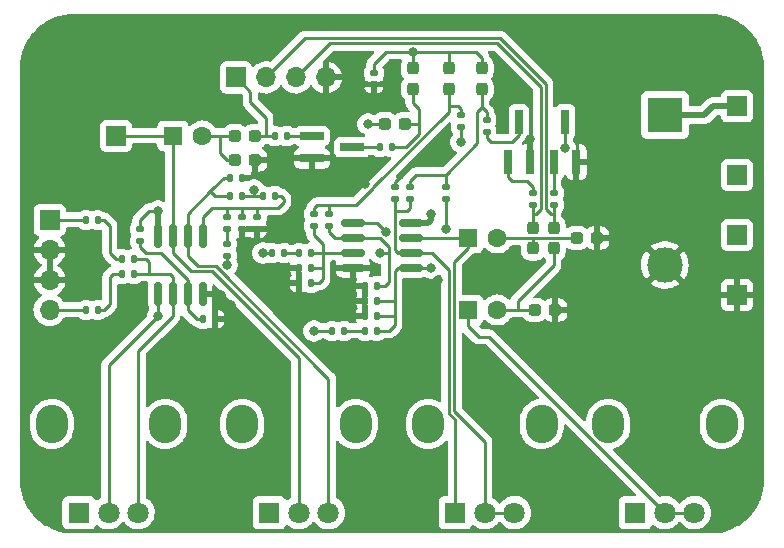
<source format=gtl>
G04 #@! TF.GenerationSoftware,KiCad,Pcbnew,6.0.2-378541a8eb~116~ubuntu21.10.1*
G04 #@! TF.CreationDate,2022-03-02T08:52:49+01:00*
G04 #@! TF.ProjectId,BH,42482e6b-6963-4616-945f-706362585858,rev?*
G04 #@! TF.SameCoordinates,Original*
G04 #@! TF.FileFunction,Copper,L1,Top*
G04 #@! TF.FilePolarity,Positive*
%FSLAX46Y46*%
G04 Gerber Fmt 4.6, Leading zero omitted, Abs format (unit mm)*
G04 Created by KiCad (PCBNEW 6.0.2-378541a8eb~116~ubuntu21.10.1) date 2022-03-02 08:52:49*
%MOMM*%
%LPD*%
G01*
G04 APERTURE LIST*
G04 Aperture macros list*
%AMRoundRect*
0 Rectangle with rounded corners*
0 $1 Rounding radius*
0 $2 $3 $4 $5 $6 $7 $8 $9 X,Y pos of 4 corners*
0 Add a 4 corners polygon primitive as box body*
4,1,4,$2,$3,$4,$5,$6,$7,$8,$9,$2,$3,0*
0 Add four circle primitives for the rounded corners*
1,1,$1+$1,$2,$3*
1,1,$1+$1,$4,$5*
1,1,$1+$1,$6,$7*
1,1,$1+$1,$8,$9*
0 Add four rect primitives between the rounded corners*
20,1,$1+$1,$2,$3,$4,$5,0*
20,1,$1+$1,$4,$5,$6,$7,0*
20,1,$1+$1,$6,$7,$8,$9,0*
20,1,$1+$1,$8,$9,$2,$3,0*%
G04 Aperture macros list end*
G04 #@! TA.AperFunction,ComponentPad*
%ADD10R,1.700000X1.700000*%
G04 #@! TD*
G04 #@! TA.AperFunction,ComponentPad*
%ADD11R,1.600000X1.600000*%
G04 #@! TD*
G04 #@! TA.AperFunction,ComponentPad*
%ADD12C,1.600000*%
G04 #@! TD*
G04 #@! TA.AperFunction,SMDPad,CuDef*
%ADD13RoundRect,0.135000X-0.185000X0.135000X-0.185000X-0.135000X0.185000X-0.135000X0.185000X0.135000X0*%
G04 #@! TD*
G04 #@! TA.AperFunction,SMDPad,CuDef*
%ADD14RoundRect,0.140000X0.170000X-0.140000X0.170000X0.140000X-0.170000X0.140000X-0.170000X-0.140000X0*%
G04 #@! TD*
G04 #@! TA.AperFunction,SMDPad,CuDef*
%ADD15RoundRect,0.237500X-0.287500X-0.237500X0.287500X-0.237500X0.287500X0.237500X-0.287500X0.237500X0*%
G04 #@! TD*
G04 #@! TA.AperFunction,SMDPad,CuDef*
%ADD16RoundRect,0.135000X-0.135000X-0.185000X0.135000X-0.185000X0.135000X0.185000X-0.135000X0.185000X0*%
G04 #@! TD*
G04 #@! TA.AperFunction,SMDPad,CuDef*
%ADD17RoundRect,0.135000X0.135000X0.185000X-0.135000X0.185000X-0.135000X-0.185000X0.135000X-0.185000X0*%
G04 #@! TD*
G04 #@! TA.AperFunction,SMDPad,CuDef*
%ADD18RoundRect,0.237500X-0.237500X0.287500X-0.237500X-0.287500X0.237500X-0.287500X0.237500X0.287500X0*%
G04 #@! TD*
G04 #@! TA.AperFunction,SMDPad,CuDef*
%ADD19RoundRect,0.237500X0.237500X-0.287500X0.237500X0.287500X-0.237500X0.287500X-0.237500X-0.287500X0*%
G04 #@! TD*
G04 #@! TA.AperFunction,SMDPad,CuDef*
%ADD20RoundRect,0.140000X-0.140000X-0.170000X0.140000X-0.170000X0.140000X0.170000X-0.140000X0.170000X0*%
G04 #@! TD*
G04 #@! TA.AperFunction,SMDPad,CuDef*
%ADD21R,2.000000X0.700000*%
G04 #@! TD*
G04 #@! TA.AperFunction,SMDPad,CuDef*
%ADD22R,0.700000X2.000000*%
G04 #@! TD*
G04 #@! TA.AperFunction,SMDPad,CuDef*
%ADD23RoundRect,0.135000X0.185000X-0.135000X0.185000X0.135000X-0.185000X0.135000X-0.185000X-0.135000X0*%
G04 #@! TD*
G04 #@! TA.AperFunction,ComponentPad*
%ADD24O,1.700000X1.700000*%
G04 #@! TD*
G04 #@! TA.AperFunction,SMDPad,CuDef*
%ADD25RoundRect,0.140000X-0.170000X0.140000X-0.170000X-0.140000X0.170000X-0.140000X0.170000X0.140000X0*%
G04 #@! TD*
G04 #@! TA.AperFunction,SMDPad,CuDef*
%ADD26RoundRect,0.150000X-0.825000X-0.150000X0.825000X-0.150000X0.825000X0.150000X-0.825000X0.150000X0*%
G04 #@! TD*
G04 #@! TA.AperFunction,SMDPad,CuDef*
%ADD27RoundRect,0.140000X0.140000X0.170000X-0.140000X0.170000X-0.140000X-0.170000X0.140000X-0.170000X0*%
G04 #@! TD*
G04 #@! TA.AperFunction,ComponentPad*
%ADD28O,2.720000X3.240000*%
G04 #@! TD*
G04 #@! TA.AperFunction,ComponentPad*
%ADD29R,1.800000X1.800000*%
G04 #@! TD*
G04 #@! TA.AperFunction,ComponentPad*
%ADD30C,1.800000*%
G04 #@! TD*
G04 #@! TA.AperFunction,SMDPad,CuDef*
%ADD31RoundRect,0.150000X0.150000X-0.825000X0.150000X0.825000X-0.150000X0.825000X-0.150000X-0.825000X0*%
G04 #@! TD*
G04 #@! TA.AperFunction,SMDPad,CuDef*
%ADD32RoundRect,0.237500X0.287500X0.237500X-0.287500X0.237500X-0.287500X-0.237500X0.287500X-0.237500X0*%
G04 #@! TD*
G04 #@! TA.AperFunction,ComponentPad*
%ADD33R,3.000000X3.000000*%
G04 #@! TD*
G04 #@! TA.AperFunction,ComponentPad*
%ADD34C,3.000000*%
G04 #@! TD*
G04 #@! TA.AperFunction,ViaPad*
%ADD35C,0.800000*%
G04 #@! TD*
G04 #@! TA.AperFunction,Conductor*
%ADD36C,0.250000*%
G04 #@! TD*
G04 #@! TA.AperFunction,Conductor*
%ADD37C,0.500000*%
G04 #@! TD*
G04 APERTURE END LIST*
D10*
G04 #@! TO.P,LSP3,1,MP*
G04 #@! TO.N,Net-(C8-Pad1)*
X171196000Y-109220000D03*
G04 #@! TD*
D11*
G04 #@! TO.P,C2,1,+*
G04 #@! TO.N,Net-(C2-Pad1)*
X123444000Y-100838000D03*
D12*
G04 #@! TO.P,C2,2,-*
G04 #@! TO.N,Net-(C2-Pad2)*
X125944000Y-100838000D03*
G04 #@! TD*
D13*
G04 #@! TO.P,R12,1,1*
G04 #@! TO.N,Net-(R12-Pad1)*
X147828000Y-99058000D03*
G04 #@! TO.P,R12,2,2*
G04 #@! TO.N,Net-(Q2-Pad3)*
X147828000Y-100078000D03*
G04 #@! TD*
D10*
G04 #@! TO.P,LSP1,1,MP*
G04 #@! TO.N,+5V*
X171196000Y-98323400D03*
G04 #@! TD*
D14*
G04 #@! TO.P,C1,1,1*
G04 #@! TO.N,Net-(C1-Pad1)*
X128016000Y-108684000D03*
G04 #@! TO.P,C1,2,2*
G04 #@! TO.N,Net-(C1-Pad2)*
X128016000Y-107724000D03*
G04 #@! TD*
D13*
G04 #@! TO.P,R7,1,1*
G04 #@! TO.N,Net-(C1-Pad2)*
X130556000Y-107694000D03*
G04 #@! TO.P,R7,2,2*
G04 #@! TO.N,GND*
X130556000Y-108714000D03*
G04 #@! TD*
D15*
G04 #@! TO.P,D5,1,C*
G04 #@! TO.N,Net-(C8-Pad2)*
X154065000Y-115570000D03*
G04 #@! TO.P,D5,2,A*
G04 #@! TO.N,GND*
X155815000Y-115570000D03*
G04 #@! TD*
D16*
G04 #@! TO.P,R10,1,1*
G04 #@! TO.N,Net-(R10-Pad1)*
X119124000Y-112522000D03*
G04 #@! TO.P,R10,2,2*
G04 #@! TO.N,Net-(IC1-Pad2)*
X120144000Y-112522000D03*
G04 #@! TD*
D17*
G04 #@! TO.P,R1,1,1*
G04 #@! TO.N,Net-(D1-Pad2)*
X141988000Y-101788000D03*
G04 #@! TO.P,R1,2,2*
G04 #@! TO.N,Net-(Q1-Pad3)*
X140968000Y-101788000D03*
G04 #@! TD*
D18*
G04 #@! TO.P,D4,1,C*
G04 #@! TO.N,Net-(D4-Pad1)*
X155702000Y-108599000D03*
G04 #@! TO.P,D4,2,A*
G04 #@! TO.N,Net-(C8-Pad2)*
X155702000Y-110349000D03*
G04 #@! TD*
D17*
G04 #@! TO.P,R3,1,1*
G04 #@! TO.N,Net-(D1-Pad1)*
X129288000Y-105918000D03*
G04 #@! TO.P,R3,2,2*
G04 #@! TO.N,Net-(IC1-Pad6)*
X128268000Y-105918000D03*
G04 #@! TD*
D19*
G04 #@! TO.P,LED2,1,C*
G04 #@! TO.N,Net-(R12-Pad1)*
X146812000Y-96875000D03*
G04 #@! TO.P,LED2,2,A*
G04 #@! TO.N,+5V*
X146812000Y-95125000D03*
G04 #@! TD*
D20*
G04 #@! TO.P,C7,1,1*
G04 #@! TO.N,Net-(C7-Pad1)*
X134140000Y-110744000D03*
G04 #@! TO.P,C7,2,2*
G04 #@! TO.N,Net-(C7-Pad2)*
X135100000Y-110744000D03*
G04 #@! TD*
D10*
G04 #@! TO.P,LSP4,1,MP*
G04 #@! TO.N,Net-(C11-Pad1)*
X171196000Y-104140000D03*
G04 #@! TD*
D19*
G04 #@! TO.P,LED3,1,C*
G04 #@! TO.N,Net-(R22-Pad1)*
X149606000Y-96875000D03*
G04 #@! TO.P,LED3,2,A*
G04 #@! TO.N,+5V*
X149606000Y-95125000D03*
G04 #@! TD*
D21*
G04 #@! TO.P,Q1,1,B*
G04 #@! TO.N,Net-(Q1-Pad1)*
X135206000Y-100838000D03*
G04 #@! TO.P,Q1,2,E*
G04 #@! TO.N,GND*
X135206000Y-102738000D03*
G04 #@! TO.P,Q1,3,C*
G04 #@! TO.N,Net-(Q1-Pad3)*
X138606000Y-101788000D03*
G04 #@! TD*
D20*
G04 #@! TO.P,C6,1,1*
G04 #@! TO.N,Net-(JP1-Pad1)*
X116106000Y-107950000D03*
G04 #@! TO.P,C6,2,2*
G04 #@! TO.N,Net-(R11-Pad1)*
X117066000Y-107950000D03*
G04 #@! TD*
G04 #@! TO.P,C10,1,1*
G04 #@! TO.N,Net-(C10-Pad1)*
X139728000Y-117348000D03*
G04 #@! TO.P,C10,2,2*
G04 #@! TO.N,Net-(C10-Pad2)*
X140688000Y-117348000D03*
G04 #@! TD*
D16*
G04 #@! TO.P,R6,1,1*
G04 #@! TO.N,Net-(D2-Pad1)*
X132078000Y-100838000D03*
G04 #@! TO.P,R6,2,2*
G04 #@! TO.N,Net-(Q1-Pad1)*
X133098000Y-100838000D03*
G04 #@! TD*
D22*
G04 #@! TO.P,Q2,1,B*
G04 #@! TO.N,Net-(Q2-Pad1)*
X155702000Y-103046000D03*
G04 #@! TO.P,Q2,2,E*
G04 #@! TO.N,GND*
X157602000Y-103046000D03*
G04 #@! TO.P,Q2,3,C*
G04 #@! TO.N,Net-(Q2-Pad3)*
X156652000Y-99646000D03*
G04 #@! TD*
D19*
G04 #@! TO.P,LED1,1,C*
G04 #@! TO.N,Net-(D1-Pad2)*
X143764000Y-96875000D03*
G04 #@! TO.P,LED1,2,A*
G04 #@! TO.N,+5V*
X143764000Y-95125000D03*
G04 #@! TD*
D23*
G04 #@! TO.P,R29,1,1*
G04 #@! TO.N,Net-(IC2-Pad6)*
X142240000Y-106174000D03*
G04 #@! TO.P,R29,2,2*
G04 #@! TO.N,GND*
X142240000Y-105154000D03*
G04 #@! TD*
D16*
G04 #@! TO.P,R11,1,1*
G04 #@! TO.N,Net-(R11-Pad1)*
X119124000Y-111252000D03*
G04 #@! TO.P,R11,2,2*
G04 #@! TO.N,Net-(IC1-Pad2)*
X120144000Y-111252000D03*
G04 #@! TD*
D15*
G04 #@! TO.P,D1,1,C*
G04 #@! TO.N,Net-(D1-Pad1)*
X141365000Y-99822000D03*
G04 #@! TO.P,D1,2,A*
G04 #@! TO.N,Net-(D1-Pad2)*
X143115000Y-99822000D03*
G04 #@! TD*
D10*
G04 #@! TO.P,JP1,1,1*
G04 #@! TO.N,Net-(JP1-Pad1)*
X113000000Y-107950000D03*
D24*
G04 #@! TO.P,JP1,2,2*
G04 #@! TO.N,GND*
X113000000Y-110490000D03*
G04 #@! TO.P,JP1,3,3*
X113000000Y-113030000D03*
G04 #@! TO.P,JP1,4,4*
G04 #@! TO.N,Net-(JP1-Pad4)*
X113000000Y-115570000D03*
G04 #@! TD*
D13*
G04 #@! TO.P,R18,1,1*
G04 #@! TO.N,Net-(R12-Pad1)*
X135382000Y-107440000D03*
G04 #@! TO.P,R18,2,2*
G04 #@! TO.N,Net-(C7-Pad2)*
X135382000Y-108460000D03*
G04 #@! TD*
D25*
G04 #@! TO.P,C5,1,1*
G04 #@! TO.N,+5V*
X140462000Y-95520000D03*
G04 #@! TO.P,C5,2,2*
G04 #@! TO.N,GND*
X140462000Y-96480000D03*
G04 #@! TD*
D13*
G04 #@! TO.P,R2,1,1*
G04 #@! TO.N,Net-(C1-Pad1)*
X128016000Y-109952000D03*
G04 #@! TO.P,R2,2,2*
G04 #@! TO.N,Net-(IC1-Pad1)*
X128016000Y-110972000D03*
G04 #@! TD*
D17*
G04 #@! TO.P,R21,1,1*
G04 #@! TO.N,Net-(R14-Pad2)*
X140718000Y-113538000D03*
G04 #@! TO.P,R21,2,2*
G04 #@! TO.N,GND*
X139698000Y-113538000D03*
G04 #@! TD*
D11*
G04 #@! TO.P,C8,1,+*
G04 #@! TO.N,Net-(C8-Pad1)*
X148400888Y-115570000D03*
D12*
G04 #@! TO.P,C8,2,-*
G04 #@! TO.N,Net-(C8-Pad2)*
X150900888Y-115570000D03*
G04 #@! TD*
D16*
G04 #@! TO.P,R8,1,1*
G04 #@! TO.N,Net-(IC1-Pad6)*
X128268000Y-104394000D03*
G04 #@! TO.P,R8,2,2*
G04 #@! TO.N,GND*
X129288000Y-104394000D03*
G04 #@! TD*
D26*
G04 #@! TO.P,IC2,1,OUT*
G04 #@! TO.N,Net-(C8-Pad1)*
X138684000Y-108204000D03*
G04 #@! TO.P,IC2,2,IN-*
G04 #@! TO.N,Net-(R14-Pad2)*
X138684000Y-109474000D03*
G04 #@! TO.P,IC2,3,IN+*
G04 #@! TO.N,Net-(C7-Pad2)*
X138684000Y-110744000D03*
G04 #@! TO.P,IC2,4,V-*
G04 #@! TO.N,GND*
X138684000Y-112014000D03*
G04 #@! TO.P,IC2,5,IN+*
G04 #@! TO.N,Net-(C10-Pad2)*
X143634000Y-112014000D03*
G04 #@! TO.P,IC2,6,IN-*
G04 #@! TO.N,Net-(IC2-Pad6)*
X143634000Y-110744000D03*
G04 #@! TO.P,IC2,7,OUT*
G04 #@! TO.N,Net-(C11-Pad1)*
X143634000Y-109474000D03*
G04 #@! TO.P,IC2,8,V+*
G04 #@! TO.N,+5V*
X143634000Y-108204000D03*
G04 #@! TD*
D27*
G04 #@! TO.P,C4,1,1*
G04 #@! TO.N,Net-(R10-Pad1)*
X117066000Y-115570000D03*
G04 #@! TO.P,C4,2,2*
G04 #@! TO.N,Net-(JP1-Pad4)*
X116106000Y-115570000D03*
G04 #@! TD*
D28*
G04 #@! TO.P,R4,*
G04 #@! TO.N,*
X138912000Y-125225000D03*
X129312000Y-125225000D03*
D29*
G04 #@! TO.P,R4,1,A*
G04 #@! TO.N,unconnected-(R4-Pad1)*
X131612000Y-132725000D03*
D30*
G04 #@! TO.P,R4,2,S*
G04 #@! TO.N,Net-(C2-Pad1)*
X134112000Y-132725000D03*
G04 #@! TO.P,R4,3,E*
G04 #@! TO.N,Net-(IC1-Pad6)*
X136612000Y-132725000D03*
G04 #@! TD*
D13*
G04 #@! TO.P,R14,1,1*
G04 #@! TO.N,Net-(R12-Pad1)*
X136652000Y-107440000D03*
G04 #@! TO.P,R14,2,2*
G04 #@! TO.N,Net-(R14-Pad2)*
X136652000Y-108460000D03*
G04 #@! TD*
D15*
G04 #@! TO.P,D3,1,C*
G04 #@! TO.N,Net-(C2-Pad2)*
X128665000Y-102870000D03*
G04 #@! TO.P,D3,2,A*
G04 #@! TO.N,GND*
X130415000Y-102870000D03*
G04 #@! TD*
D28*
G04 #@! TO.P,R17,*
G04 #@! TO.N,*
X113200000Y-125225000D03*
X122800000Y-125225000D03*
D29*
G04 #@! TO.P,R17,1,A*
G04 #@! TO.N,unconnected-(R17-Pad1)*
X115500000Y-132725000D03*
D30*
G04 #@! TO.P,R17,2,S*
G04 #@! TO.N,Net-(IC1-Pad1)*
X118000000Y-132725000D03*
G04 #@! TO.P,R17,3,E*
G04 #@! TO.N,Net-(IC1-Pad2)*
X120500000Y-132725000D03*
G04 #@! TD*
D28*
G04 #@! TO.P,R15,*
G04 #@! TO.N,*
X160300000Y-125225000D03*
X169900000Y-125225000D03*
D29*
G04 #@! TO.P,R15,1,A*
G04 #@! TO.N,Net-(R14-Pad2)*
X162600000Y-132725000D03*
D30*
G04 #@! TO.P,R15,2,S*
G04 #@! TO.N,Net-(C8-Pad1)*
X165100000Y-132725000D03*
G04 #@! TO.P,R15,3,E*
X167600000Y-132725000D03*
G04 #@! TD*
D25*
G04 #@! TO.P,C3,1,1*
G04 #@! TO.N,Net-(C1-Pad2)*
X129286000Y-107724000D03*
G04 #@! TO.P,C3,2,2*
G04 #@! TO.N,GND*
X129286000Y-108684000D03*
G04 #@! TD*
D17*
G04 #@! TO.P,R28,1,1*
G04 #@! TO.N,Net-(C10-Pad2)*
X140718000Y-116078000D03*
G04 #@! TO.P,R28,2,2*
G04 #@! TO.N,GND*
X139698000Y-116078000D03*
G04 #@! TD*
D10*
G04 #@! TO.P,LSP2,1,MP*
G04 #@! TO.N,Net-(C2-Pad1)*
X118618000Y-100838000D03*
G04 #@! TD*
D28*
G04 #@! TO.P,R25,*
G04 #@! TO.N,*
X145060000Y-125225000D03*
X154660000Y-125225000D03*
D29*
G04 #@! TO.P,R25,1,A*
G04 #@! TO.N,Net-(IC2-Pad6)*
X147360000Y-132725000D03*
D30*
G04 #@! TO.P,R25,2,S*
G04 #@! TO.N,Net-(C11-Pad1)*
X149860000Y-132725000D03*
G04 #@! TO.P,R25,3,E*
X152360000Y-132725000D03*
G04 #@! TD*
D17*
G04 #@! TO.P,R13,1,1*
G04 #@! TO.N,Net-(C7-Pad1)*
X132844000Y-110744000D03*
G04 #@! TO.P,R13,2,2*
G04 #@! TO.N,Net-(IC1-Pad1)*
X131824000Y-110744000D03*
G04 #@! TD*
D23*
G04 #@! TO.P,R9,1,1*
G04 #@! TO.N,Net-(IC1-Pad3)*
X120650000Y-109730000D03*
G04 #@! TO.P,R9,2,2*
G04 #@! TO.N,+5V*
X120650000Y-108710000D03*
G04 #@! TD*
D16*
G04 #@! TO.P,R5,1,1*
G04 #@! TO.N,Net-(D1-Pad1)*
X131062000Y-105918000D03*
G04 #@! TO.P,R5,2,2*
G04 #@! TO.N,Net-(C1-Pad2)*
X132082000Y-105918000D03*
G04 #@! TD*
D17*
G04 #@! TO.P,R23,1,1*
G04 #@! TO.N,Net-(C10-Pad1)*
X137924000Y-117348000D03*
G04 #@! TO.P,R23,2,2*
G04 #@! TO.N,Net-(IC1-Pad1)*
X136904000Y-117348000D03*
G04 #@! TD*
G04 #@! TO.P,R16,1,1*
G04 #@! TO.N,GND*
X127002000Y-116332000D03*
G04 #@! TO.P,R16,2,2*
G04 #@! TO.N,Net-(IC1-Pad3)*
X125982000Y-116332000D03*
G04 #@! TD*
D15*
G04 #@! TO.P,D7,1,C*
G04 #@! TO.N,Net-(C11-Pad2)*
X157621000Y-109474000D03*
G04 #@! TO.P,D7,2,A*
G04 #@! TO.N,GND*
X159371000Y-109474000D03*
G04 #@! TD*
D13*
G04 #@! TO.P,R24,1,1*
G04 #@! TO.N,Net-(R22-Pad1)*
X143510000Y-105154000D03*
G04 #@! TO.P,R24,2,2*
G04 #@! TO.N,Net-(IC2-Pad6)*
X143510000Y-106174000D03*
G04 #@! TD*
D31*
G04 #@! TO.P,IC1,1,OUT*
G04 #@! TO.N,Net-(IC1-Pad1)*
X122174000Y-114235000D03*
G04 #@! TO.P,IC1,2,IN-*
G04 #@! TO.N,Net-(IC1-Pad2)*
X123444000Y-114235000D03*
G04 #@! TO.P,IC1,3,IN+*
G04 #@! TO.N,Net-(IC1-Pad3)*
X124714000Y-114235000D03*
G04 #@! TO.P,IC1,4,V-*
G04 #@! TO.N,GND*
X125984000Y-114235000D03*
G04 #@! TO.P,IC1,5,IN+*
G04 #@! TO.N,Net-(C1-Pad2)*
X125984000Y-109285000D03*
G04 #@! TO.P,IC1,6,IN-*
G04 #@! TO.N,Net-(IC1-Pad6)*
X124714000Y-109285000D03*
G04 #@! TO.P,IC1,7,OUT*
G04 #@! TO.N,Net-(C2-Pad1)*
X123444000Y-109285000D03*
G04 #@! TO.P,IC1,8,V+*
G04 #@! TO.N,+5V*
X122174000Y-109285000D03*
G04 #@! TD*
D23*
G04 #@! TO.P,R27,1,1*
G04 #@! TO.N,Net-(D6-Pad1)*
X153924000Y-106682000D03*
G04 #@! TO.P,R27,2,2*
G04 #@! TO.N,Net-(Q3-Pad1)*
X153924000Y-105662000D03*
G04 #@! TD*
D27*
G04 #@! TO.P,C9,1,1*
G04 #@! TO.N,Net-(C7-Pad2)*
X135100000Y-112014000D03*
G04 #@! TO.P,C9,2,2*
G04 #@! TO.N,GND*
X134140000Y-112014000D03*
G04 #@! TD*
D10*
G04 #@! TO.P,LSP5,1,MP*
G04 #@! TO.N,GND*
X171196000Y-114300000D03*
G04 #@! TD*
G04 #@! TO.P,JP2,1,1*
G04 #@! TO.N,Net-(D2-Pad1)*
X128778000Y-95885000D03*
D24*
G04 #@! TO.P,JP2,2,2*
G04 #@! TO.N,Net-(D4-Pad1)*
X131318000Y-95885000D03*
G04 #@! TO.P,JP2,3,3*
G04 #@! TO.N,Net-(D6-Pad1)*
X133858000Y-95885000D03*
G04 #@! TO.P,JP2,4,4*
G04 #@! TO.N,GND*
X136398000Y-95885000D03*
G04 #@! TD*
D17*
G04 #@! TO.P,R20,1,1*
G04 #@! TO.N,Net-(C7-Pad2)*
X135130000Y-113284000D03*
G04 #@! TO.P,R20,2,2*
G04 #@! TO.N,GND*
X134110000Y-113284000D03*
G04 #@! TD*
D27*
G04 #@! TO.P,C12,1,1*
G04 #@! TO.N,Net-(C10-Pad2)*
X140688000Y-114808000D03*
G04 #@! TO.P,C12,2,2*
G04 #@! TO.N,GND*
X139728000Y-114808000D03*
G04 #@! TD*
D13*
G04 #@! TO.P,R22,1,1*
G04 #@! TO.N,Net-(R22-Pad1)*
X150000000Y-99490000D03*
G04 #@! TO.P,R22,2,2*
G04 #@! TO.N,Net-(Q3-Pad3)*
X150000000Y-100510000D03*
G04 #@! TD*
G04 #@! TO.P,R26,1,1*
G04 #@! TO.N,Net-(R22-Pad1)*
X146558000Y-105154000D03*
G04 #@! TO.P,R26,2,2*
G04 #@! TO.N,Net-(C10-Pad2)*
X146558000Y-106174000D03*
G04 #@! TD*
D22*
G04 #@! TO.P,Q3,1,B*
G04 #@! TO.N,Net-(Q3-Pad1)*
X151770000Y-103046000D03*
G04 #@! TO.P,Q3,2,E*
G04 #@! TO.N,GND*
X153670000Y-103046000D03*
G04 #@! TO.P,Q3,3,C*
G04 #@! TO.N,Net-(Q3-Pad3)*
X152720000Y-99646000D03*
G04 #@! TD*
D32*
G04 #@! TO.P,D2,1,C*
G04 #@! TO.N,Net-(D2-Pad1)*
X130415000Y-100838000D03*
G04 #@! TO.P,D2,2,A*
G04 #@! TO.N,Net-(C2-Pad2)*
X128665000Y-100838000D03*
G04 #@! TD*
D23*
G04 #@! TO.P,R19,1,1*
G04 #@! TO.N,Net-(D4-Pad1)*
X155702000Y-106682000D03*
G04 #@! TO.P,R19,2,2*
G04 #@! TO.N,Net-(Q2-Pad1)*
X155702000Y-105662000D03*
G04 #@! TD*
D11*
G04 #@! TO.P,C11,1,+*
G04 #@! TO.N,Net-(C11-Pad1)*
X148400888Y-109474000D03*
D12*
G04 #@! TO.P,C11,2,-*
G04 #@! TO.N,Net-(C11-Pad2)*
X150900888Y-109474000D03*
G04 #@! TD*
D18*
G04 #@! TO.P,D6,1,C*
G04 #@! TO.N,Net-(D6-Pad1)*
X153924000Y-108599000D03*
G04 #@! TO.P,D6,2,A*
G04 #@! TO.N,Net-(C11-Pad2)*
X153924000Y-110349000D03*
G04 #@! TD*
D33*
G04 #@! TO.P,BT1,1,+*
G04 #@! TO.N,+5V*
X165100000Y-99060000D03*
D34*
G04 #@! TO.P,BT1,2,-*
G04 #@! TO.N,GND*
X165100000Y-111760000D03*
G04 #@! TD*
D35*
G04 #@! TO.N,GND*
X128397000Y-115189000D03*
X144018000Y-115824000D03*
X133604000Y-108204000D03*
X153670000Y-101092000D03*
X133604000Y-115824000D03*
X145923000Y-113030000D03*
X127508000Y-114300000D03*
X137414000Y-103632000D03*
X152654000Y-113030000D03*
X148463000Y-113030000D03*
X139700000Y-104902000D03*
X157734000Y-101092000D03*
X145034000Y-102870000D03*
G04 #@! TO.N,Net-(C8-Pad1)*
X141482299Y-108961701D03*
G04 #@! TO.N,+5V*
X145288000Y-107442000D03*
X143764000Y-93726000D03*
X122174000Y-107188000D03*
G04 #@! TO.N,Net-(IC1-Pad1)*
X131064000Y-110744000D03*
X122174000Y-116078000D03*
X135382000Y-117348000D03*
X128016000Y-111760000D03*
G04 #@! TO.N,Net-(C10-Pad2)*
X146558000Y-108749500D03*
X145288000Y-112014000D03*
G04 #@! TO.N,Net-(D1-Pad1)*
X130302000Y-105410000D03*
X139954000Y-99822000D03*
G04 #@! TO.N,Net-(Q2-Pad3)*
X147828000Y-101346000D03*
X156652000Y-101854000D03*
G04 #@! TO.N,Net-(R14-Pad2)*
X140970000Y-110744000D03*
G04 #@! TD*
D36*
G04 #@! TO.N,Net-(C1-Pad1)*
X128016000Y-109952000D02*
X128016000Y-108684000D01*
G04 #@! TO.N,GND*
X142240000Y-105154000D02*
X142240000Y-104760000D01*
X144130000Y-102870000D02*
X145034000Y-102870000D01*
X142240000Y-104760000D02*
X144130000Y-102870000D01*
G04 #@! TO.N,Net-(C2-Pad1)*
X123444000Y-109285000D02*
X123444000Y-102870000D01*
X134112000Y-132725000D02*
X134112000Y-119634000D01*
X127000000Y-112522000D02*
X126746000Y-112268000D01*
X126746000Y-112268000D02*
X125222000Y-112268000D01*
X118618000Y-100838000D02*
X123444000Y-100838000D01*
X123444000Y-110744000D02*
X123444000Y-109285000D01*
X134112000Y-119634000D02*
X127000000Y-112522000D01*
X125222000Y-112268000D02*
X124968000Y-112268000D01*
X124968000Y-112268000D02*
X123444000Y-110744000D01*
X123444000Y-100838000D02*
X123444000Y-102870000D01*
G04 #@! TO.N,Net-(C2-Pad2)*
X128016000Y-102870000D02*
X127457200Y-102311200D01*
X127355600Y-100838000D02*
X125944000Y-100838000D01*
X127457200Y-102311200D02*
X127457200Y-100939600D01*
X128665000Y-102870000D02*
X128016000Y-102870000D01*
X128665000Y-100838000D02*
X127355600Y-100838000D01*
X127457200Y-100939600D02*
X127355600Y-100838000D01*
G04 #@! TO.N,Net-(C8-Pad1)*
X165100000Y-132725000D02*
X150231000Y-117856000D01*
X141482299Y-108961701D02*
X140724598Y-108204000D01*
X140724598Y-108204000D02*
X138684000Y-108204000D01*
X150231000Y-117856000D02*
X149352000Y-117856000D01*
X149352000Y-117856000D02*
X148400888Y-116904888D01*
X167600000Y-132725000D02*
X165100000Y-132725000D01*
X148400888Y-116904888D02*
X148400888Y-115570000D01*
G04 #@! TO.N,Net-(C10-Pad1)*
X137924000Y-117348000D02*
X139728000Y-117348000D01*
D37*
G04 #@! TO.N,+5V*
X122174000Y-109285000D02*
X122174000Y-107188000D01*
D36*
X140462000Y-94730000D02*
X141478000Y-93714000D01*
X149606000Y-95125000D02*
X149606000Y-94222000D01*
X120650000Y-107950000D02*
X121412000Y-107188000D01*
D37*
X169164000Y-98323400D02*
X168427400Y-99060000D01*
X145034000Y-108204000D02*
X145288000Y-107950000D01*
D36*
X149606000Y-94222000D02*
X149098000Y-93714000D01*
X121412000Y-107188000D02*
X122174000Y-107188000D01*
X140462000Y-95520000D02*
X140462000Y-94730000D01*
D37*
X168427400Y-99060000D02*
X165100000Y-99060000D01*
X171196000Y-98323400D02*
X169164000Y-98323400D01*
D36*
X143764000Y-95125000D02*
X143764000Y-93714000D01*
X146812000Y-95125000D02*
X146812000Y-93714000D01*
X149098000Y-93714000D02*
X146812000Y-93714000D01*
D37*
X145288000Y-107950000D02*
X145288000Y-107442000D01*
D36*
X120650000Y-108710000D02*
X120650000Y-107950000D01*
D37*
X143634000Y-108204000D02*
X145034000Y-108204000D01*
D36*
X146812000Y-93714000D02*
X143764000Y-93714000D01*
X141478000Y-93714000D02*
X143764000Y-93714000D01*
G04 #@! TO.N,Net-(IC1-Pad1)*
X118000000Y-120252000D02*
X118000000Y-132725000D01*
X122174000Y-114235000D02*
X122174000Y-116078000D01*
X128016000Y-111760000D02*
X128016000Y-110972000D01*
X131064000Y-110744000D02*
X131824000Y-110744000D01*
X122174000Y-116078000D02*
X120650000Y-117602000D01*
X135382000Y-117348000D02*
X136904000Y-117348000D01*
X120650000Y-117602000D02*
X118000000Y-120252000D01*
G04 #@! TO.N,Net-(IC1-Pad2)*
X120500000Y-132725000D02*
X120500000Y-119022000D01*
X121412000Y-111506000D02*
X121412000Y-112522000D01*
X123444000Y-116078000D02*
X123444000Y-114235000D01*
X123444000Y-114235000D02*
X123444000Y-112776000D01*
X121158000Y-111252000D02*
X121412000Y-111506000D01*
X120144000Y-111252000D02*
X121158000Y-111252000D01*
X121412000Y-112522000D02*
X120144000Y-112522000D01*
X123444000Y-112776000D02*
X123190000Y-112522000D01*
X120500000Y-119022000D02*
X123444000Y-116078000D01*
X123190000Y-112522000D02*
X121412000Y-112522000D01*
G04 #@! TO.N,Net-(IC1-Pad3)*
X124714000Y-113030000D02*
X122428000Y-110744000D01*
X121158000Y-110744000D02*
X120650000Y-110236000D01*
X124714000Y-115570000D02*
X124714000Y-114235000D01*
X125476000Y-116332000D02*
X124714000Y-115570000D01*
X124714000Y-114235000D02*
X124714000Y-113030000D01*
X120650000Y-110236000D02*
X120650000Y-109730000D01*
X122428000Y-110744000D02*
X121158000Y-110744000D01*
X125982000Y-116332000D02*
X125476000Y-116332000D01*
G04 #@! TO.N,Net-(IC1-Pad6)*
X127762000Y-104394000D02*
X128268000Y-104394000D01*
X124714000Y-110998000D02*
X125534480Y-111818480D01*
X126873000Y-105283000D02*
X126619000Y-105537000D01*
X124714000Y-109285000D02*
X124714000Y-107442000D01*
X127049866Y-111818480D02*
X136612000Y-121380614D01*
X125534480Y-111818480D02*
X127049866Y-111818480D01*
X124714000Y-109285000D02*
X124714000Y-110998000D01*
X124714000Y-107442000D02*
X126619000Y-105537000D01*
X136612000Y-121380614D02*
X136612000Y-132725000D01*
X127000000Y-105918000D02*
X128268000Y-105918000D01*
X126873000Y-105283000D02*
X127762000Y-104394000D01*
X126619000Y-105537000D02*
X127000000Y-105918000D01*
G04 #@! TO.N,Net-(IC2-Pad6)*
X142240000Y-107188000D02*
X143256000Y-107188000D01*
X142494000Y-110744000D02*
X142240000Y-110490000D01*
X142240000Y-107188000D02*
X142240000Y-106174000D01*
X142240000Y-110490000D02*
X142240000Y-107188000D01*
X146812000Y-124334729D02*
X146812000Y-112159000D01*
X143634000Y-110744000D02*
X142494000Y-110744000D01*
X143256000Y-107188000D02*
X143510000Y-106934000D01*
X143510000Y-106934000D02*
X143510000Y-106174000D01*
X146812000Y-112159000D02*
X145397000Y-110744000D01*
X147360000Y-124882729D02*
X146812000Y-124334729D01*
X147360000Y-132725000D02*
X147360000Y-124882729D01*
X145397000Y-110744000D02*
X143634000Y-110744000D01*
G04 #@! TO.N,Net-(C1-Pad2)*
X130556000Y-107694000D02*
X130556000Y-106934000D01*
X129286000Y-106934000D02*
X130556000Y-106934000D01*
X132842000Y-106172000D02*
X132588000Y-105918000D01*
X128016000Y-106934000D02*
X129286000Y-106934000D01*
X129286000Y-107724000D02*
X129286000Y-106934000D01*
X132334000Y-106934000D02*
X132842000Y-106426000D01*
X132588000Y-105918000D02*
X132082000Y-105918000D01*
X132842000Y-106426000D02*
X132842000Y-106172000D01*
X130556000Y-106934000D02*
X132334000Y-106934000D01*
X125984000Y-107696000D02*
X126746000Y-106934000D01*
X126746000Y-106934000D02*
X128016000Y-106934000D01*
X125984000Y-109285000D02*
X125984000Y-107696000D01*
X128016000Y-107724000D02*
X128016000Y-106934000D01*
G04 #@! TO.N,Net-(C7-Pad1)*
X134140000Y-110744000D02*
X132844000Y-110744000D01*
G04 #@! TO.N,Net-(C7-Pad2)*
X136144000Y-109982000D02*
X135382000Y-109220000D01*
X135100000Y-112014000D02*
X136144000Y-112014000D01*
X136144000Y-112979200D02*
X136144000Y-112014000D01*
X136144000Y-110744000D02*
X135100000Y-110744000D01*
X138684000Y-110744000D02*
X136144000Y-110744000D01*
X136144000Y-112014000D02*
X136144000Y-110998000D01*
X136144000Y-110998000D02*
X136144000Y-109982000D01*
X135130000Y-113284000D02*
X135839200Y-113284000D01*
X135839200Y-113284000D02*
X136144000Y-112979200D01*
X136144000Y-110998000D02*
X136144000Y-110744000D01*
X135382000Y-109220000D02*
X135382000Y-108460000D01*
G04 #@! TO.N,Net-(C8-Pad2)*
X152654000Y-115570000D02*
X152654000Y-114808000D01*
X152654000Y-114808000D02*
X155702000Y-111760000D01*
X152654000Y-115570000D02*
X154065000Y-115570000D01*
X155702000Y-111760000D02*
X155702000Y-110349000D01*
X150900888Y-115570000D02*
X152654000Y-115570000D01*
G04 #@! TO.N,Net-(C10-Pad2)*
X140688000Y-117348000D02*
X141732000Y-117348000D01*
X142494000Y-112014000D02*
X143634000Y-112014000D01*
X142240000Y-116078000D02*
X142240000Y-114808000D01*
X140718000Y-116078000D02*
X142240000Y-116078000D01*
X140688000Y-114808000D02*
X142240000Y-114808000D01*
X143634000Y-112014000D02*
X145288000Y-112014000D01*
X142240000Y-114808000D02*
X142240000Y-112268000D01*
X141732000Y-117348000D02*
X142240000Y-116840000D01*
X142240000Y-116840000D02*
X142240000Y-116078000D01*
X142240000Y-112268000D02*
X142494000Y-112014000D01*
X146558000Y-108749500D02*
X146558000Y-106174000D01*
G04 #@! TO.N,Net-(C11-Pad1)*
X149860000Y-126746000D02*
X147261520Y-124147520D01*
X147261520Y-124147520D02*
X147261520Y-111498320D01*
X148400888Y-110358952D02*
X147261520Y-111498320D01*
X148400888Y-109474000D02*
X146812000Y-109474000D01*
X148400888Y-109474000D02*
X148400888Y-110358952D01*
X149860000Y-132725000D02*
X149860000Y-126746000D01*
X152360000Y-132725000D02*
X149860000Y-132725000D01*
X146812000Y-109474000D02*
X143634000Y-109474000D01*
G04 #@! TO.N,Net-(C11-Pad2)*
X153924000Y-110349000D02*
X153924000Y-109474000D01*
X150900888Y-109474000D02*
X153924000Y-109474000D01*
X153924000Y-109474000D02*
X157621000Y-109474000D01*
G04 #@! TO.N,Net-(D1-Pad1)*
X130302000Y-105918000D02*
X130302000Y-105410000D01*
X131062000Y-105918000D02*
X130302000Y-105918000D01*
X139954000Y-99822000D02*
X141365000Y-99822000D01*
X130302000Y-105918000D02*
X129288000Y-105918000D01*
G04 #@! TO.N,Net-(D1-Pad2)*
X143764000Y-96875000D02*
X143764000Y-98044000D01*
X143115000Y-99822000D02*
X144272000Y-99822000D01*
X143764000Y-98044000D02*
X144272000Y-98552000D01*
X141988000Y-101788000D02*
X143195000Y-101788000D01*
X144272000Y-98552000D02*
X144272000Y-99822000D01*
X144272000Y-100711000D02*
X144272000Y-99822000D01*
X143195000Y-101788000D02*
X144272000Y-100711000D01*
G04 #@! TO.N,Net-(D2-Pad1)*
X128778000Y-95885000D02*
X130000000Y-97107000D01*
X131318000Y-100838000D02*
X132078000Y-100838000D01*
X130000000Y-97107000D02*
X130000000Y-98000000D01*
X131318000Y-99318000D02*
X131318000Y-100838000D01*
X130415000Y-100838000D02*
X131318000Y-100838000D01*
X130000000Y-98000000D02*
X131318000Y-99318000D01*
G04 #@! TO.N,Net-(D4-Pad1)*
X131318000Y-95885000D02*
X134651031Y-92551969D01*
X155702000Y-108599000D02*
X155702000Y-107442000D01*
X155027489Y-96479771D02*
X155027489Y-107021489D01*
X155027489Y-107021489D02*
X155448000Y-107442000D01*
X155448000Y-107442000D02*
X155702000Y-107442000D01*
X134651031Y-92551969D02*
X151099687Y-92551969D01*
X151099687Y-92551969D02*
X155027489Y-96479771D01*
X155702000Y-107442000D02*
X155702000Y-106682000D01*
G04 #@! TO.N,Net-(D6-Pad1)*
X154577969Y-96665969D02*
X150913489Y-93001489D01*
X154178000Y-107442000D02*
X154577969Y-107042031D01*
X153924000Y-107442000D02*
X154178000Y-107442000D01*
X153924000Y-108599000D02*
X153924000Y-107442000D01*
X150913489Y-93001489D02*
X136741511Y-93001489D01*
X153924000Y-107442000D02*
X153924000Y-106682000D01*
X136741511Y-93001489D02*
X133858000Y-95885000D01*
X154577969Y-96665969D02*
X154577969Y-107042031D01*
G04 #@! TO.N,Net-(Q1-Pad1)*
X133098000Y-100838000D02*
X135206000Y-100838000D01*
G04 #@! TO.N,Net-(Q1-Pad3)*
X140968000Y-101788000D02*
X138606000Y-101788000D01*
G04 #@! TO.N,Net-(Q2-Pad1)*
X155702000Y-105662000D02*
X155702000Y-103046000D01*
G04 #@! TO.N,Net-(Q2-Pad3)*
X147828000Y-100078000D02*
X147828000Y-101346000D01*
X156652000Y-101854000D02*
X156652000Y-99646000D01*
G04 #@! TO.N,Net-(Q3-Pad1)*
X153924000Y-105662000D02*
X153924000Y-105156000D01*
X152146000Y-104648000D02*
X151770000Y-104272000D01*
X151770000Y-104272000D02*
X151770000Y-103046000D01*
X153416000Y-104648000D02*
X152146000Y-104648000D01*
X153924000Y-105156000D02*
X153416000Y-104648000D01*
G04 #@! TO.N,Net-(Q3-Pad3)*
X150368000Y-101346000D02*
X150000000Y-100978000D01*
X152720000Y-99646000D02*
X152720000Y-100772000D01*
X152146000Y-101346000D02*
X150368000Y-101346000D01*
X152720000Y-100772000D02*
X152146000Y-101346000D01*
X150000000Y-100978000D02*
X150000000Y-100510000D01*
G04 #@! TO.N,Net-(R14-Pad2)*
X136652000Y-108460000D02*
X136652000Y-108966000D01*
X141732000Y-113182400D02*
X141732000Y-110744000D01*
X138684000Y-109474000D02*
X137160000Y-109474000D01*
X140718000Y-113538000D02*
X141376400Y-113538000D01*
X140970000Y-110744000D02*
X141732000Y-110744000D01*
X141732000Y-110236000D02*
X140970000Y-109474000D01*
X137160000Y-109474000D02*
X136652000Y-108966000D01*
X141732000Y-110744000D02*
X141732000Y-110236000D01*
X141376400Y-113538000D02*
X141732000Y-113182400D01*
X140970000Y-109474000D02*
X138684000Y-109474000D01*
G04 #@! TO.N,Net-(R12-Pad1)*
X147828000Y-99058000D02*
X147828000Y-98552000D01*
X135382000Y-106934000D02*
X135636000Y-106680000D01*
X147574000Y-98298000D02*
X146812000Y-98298000D01*
X140424511Y-105194207D02*
X140424511Y-105202103D01*
X146812000Y-98298000D02*
X146812000Y-96875000D01*
X136652000Y-106680000D02*
X136652000Y-107440000D01*
X147828000Y-98552000D02*
X147574000Y-98298000D01*
X135382000Y-107440000D02*
X135382000Y-106934000D01*
X146812000Y-98806718D02*
X140424511Y-105194207D01*
X140424511Y-105202103D02*
X138946614Y-106680000D01*
X146812000Y-98298000D02*
X146812000Y-98806718D01*
X135636000Y-106680000D02*
X136652000Y-106680000D01*
X138946614Y-106680000D02*
X136652000Y-106680000D01*
G04 #@! TO.N,Net-(R22-Pad1)*
X143510000Y-104648000D02*
X144018000Y-104140000D01*
X146558000Y-104140000D02*
X149225000Y-101473000D01*
X150000000Y-98819000D02*
X149606000Y-98425000D01*
X149225000Y-101473000D02*
X149225000Y-98806000D01*
X149606000Y-98425000D02*
X149606000Y-96875000D01*
X146558000Y-104140000D02*
X144018000Y-104140000D01*
X143510000Y-105154000D02*
X143510000Y-104648000D01*
X150000000Y-99490000D02*
X150000000Y-98819000D01*
X149225000Y-98806000D02*
X149606000Y-98425000D01*
X146558000Y-104140000D02*
X146558000Y-105154000D01*
G04 #@! TO.N,Net-(R10-Pad1)*
X118364000Y-112522000D02*
X119124000Y-112522000D01*
X117602000Y-115570000D02*
X118110000Y-115062000D01*
X118110000Y-112776000D02*
X118364000Y-112522000D01*
X118110000Y-115062000D02*
X118110000Y-112776000D01*
X117066000Y-115570000D02*
X117602000Y-115570000D01*
G04 #@! TO.N,Net-(JP1-Pad4)*
X113000000Y-115570000D02*
X116106000Y-115570000D01*
G04 #@! TO.N,Net-(JP1-Pad1)*
X113000000Y-107950000D02*
X116106000Y-107950000D01*
G04 #@! TO.N,Net-(R11-Pad1)*
X118110000Y-110744000D02*
X118618000Y-111252000D01*
X118618000Y-111252000D02*
X119124000Y-111252000D01*
X118110000Y-108458000D02*
X118110000Y-110744000D01*
X117602000Y-107950000D02*
X118110000Y-108458000D01*
X117066000Y-107950000D02*
X117602000Y-107950000D01*
G04 #@! TD*
G04 #@! TA.AperFunction,Conductor*
G04 #@! TO.N,GND*
G36*
X168970057Y-90509500D02*
G01*
X168984858Y-90511805D01*
X168984861Y-90511805D01*
X168993730Y-90513186D01*
X169014158Y-90510515D01*
X169035983Y-90509571D01*
X169386007Y-90524853D01*
X169396958Y-90525811D01*
X169774579Y-90575527D01*
X169785403Y-90577436D01*
X170157243Y-90659870D01*
X170167860Y-90662715D01*
X170531110Y-90777248D01*
X170541425Y-90781001D01*
X170893334Y-90926766D01*
X170903269Y-90931399D01*
X171241128Y-91107278D01*
X171250637Y-91112768D01*
X171571860Y-91317410D01*
X171580864Y-91323714D01*
X171883043Y-91555583D01*
X171891463Y-91562649D01*
X172172268Y-91819959D01*
X172180037Y-91827728D01*
X172427994Y-92098326D01*
X172437351Y-92108537D01*
X172444414Y-92116954D01*
X172472435Y-92153471D01*
X172676286Y-92419136D01*
X172682590Y-92428140D01*
X172887232Y-92749363D01*
X172892722Y-92758872D01*
X173068601Y-93096731D01*
X173073234Y-93106666D01*
X173192243Y-93393981D01*
X173218996Y-93458568D01*
X173222752Y-93468890D01*
X173336562Y-93829846D01*
X173337285Y-93832139D01*
X173340130Y-93842757D01*
X173422564Y-94214597D01*
X173424473Y-94225421D01*
X173474189Y-94603042D01*
X173475147Y-94613993D01*
X173488786Y-94926383D01*
X173490104Y-94956583D01*
X173488724Y-94981461D01*
X173486814Y-94993730D01*
X173488638Y-95007678D01*
X173490936Y-95025251D01*
X173492000Y-95041589D01*
X173492000Y-129950672D01*
X173490500Y-129970056D01*
X173486814Y-129993730D01*
X173489485Y-130014158D01*
X173490429Y-130035983D01*
X173475147Y-130386006D01*
X173475147Y-130386007D01*
X173474189Y-130396958D01*
X173424473Y-130774579D01*
X173422564Y-130785403D01*
X173340130Y-131157243D01*
X173337285Y-131167860D01*
X173223402Y-131529052D01*
X173222755Y-131531103D01*
X173218999Y-131541425D01*
X173084137Y-131867013D01*
X173073238Y-131893325D01*
X173068601Y-131903269D01*
X172892722Y-132241128D01*
X172887233Y-132250635D01*
X172819125Y-132357543D01*
X172682590Y-132571860D01*
X172676286Y-132580864D01*
X172444417Y-132883043D01*
X172437353Y-132891460D01*
X172311673Y-133028617D01*
X172180041Y-133172268D01*
X172172268Y-133180041D01*
X171891463Y-133437351D01*
X171883046Y-133444414D01*
X171866493Y-133457116D01*
X171580864Y-133676286D01*
X171571860Y-133682590D01*
X171357543Y-133819125D01*
X171262892Y-133879425D01*
X171250637Y-133887232D01*
X171241128Y-133892722D01*
X170903269Y-134068601D01*
X170893334Y-134073234D01*
X170541425Y-134218999D01*
X170531110Y-134222752D01*
X170167861Y-134337285D01*
X170157243Y-134340130D01*
X169785403Y-134422564D01*
X169774579Y-134424473D01*
X169396958Y-134474189D01*
X169386007Y-134475147D01*
X169043417Y-134490104D01*
X169018539Y-134488724D01*
X169018160Y-134488665D01*
X169006270Y-134486814D01*
X168974749Y-134490936D01*
X168958411Y-134492000D01*
X115049328Y-134492000D01*
X115029943Y-134490500D01*
X115015142Y-134488195D01*
X115015139Y-134488195D01*
X115006270Y-134486814D01*
X114985842Y-134489485D01*
X114964017Y-134490429D01*
X114613993Y-134475147D01*
X114603042Y-134474189D01*
X114225421Y-134424473D01*
X114214597Y-134422564D01*
X113842757Y-134340130D01*
X113832139Y-134337285D01*
X113468890Y-134222752D01*
X113458575Y-134218999D01*
X113106666Y-134073234D01*
X113096731Y-134068601D01*
X112758872Y-133892722D01*
X112749363Y-133887232D01*
X112737109Y-133879425D01*
X112642457Y-133819125D01*
X112428140Y-133682590D01*
X112419136Y-133676286D01*
X112133507Y-133457116D01*
X112116954Y-133444414D01*
X112108537Y-133437351D01*
X111827732Y-133180041D01*
X111819959Y-133172268D01*
X111688328Y-133028617D01*
X111562647Y-132891460D01*
X111555583Y-132883043D01*
X111323714Y-132580864D01*
X111317410Y-132571860D01*
X111180875Y-132357543D01*
X111112767Y-132250635D01*
X111107278Y-132241128D01*
X110931399Y-131903269D01*
X110926762Y-131893325D01*
X110915864Y-131867013D01*
X110781001Y-131541425D01*
X110777245Y-131531103D01*
X110776599Y-131529052D01*
X110662715Y-131167860D01*
X110659870Y-131157243D01*
X110577436Y-130785403D01*
X110575527Y-130774579D01*
X110525811Y-130396957D01*
X110524853Y-130386006D01*
X110510059Y-130047173D01*
X110511686Y-130020769D01*
X110512263Y-130017342D01*
X110512263Y-130017340D01*
X110513071Y-130012539D01*
X110513224Y-130000000D01*
X110509273Y-129972412D01*
X110508000Y-129954549D01*
X110508000Y-125553884D01*
X111331500Y-125553884D01*
X111331665Y-125556152D01*
X111331665Y-125556164D01*
X111339725Y-125667238D01*
X111346125Y-125755451D01*
X111347109Y-125759906D01*
X111347109Y-125759909D01*
X111386482Y-125938240D01*
X111404585Y-126020237D01*
X111500655Y-126273810D01*
X111632324Y-126510859D01*
X111635096Y-126514491D01*
X111778360Y-126702211D01*
X111796833Y-126726417D01*
X111800099Y-126729610D01*
X111800101Y-126729612D01*
X111897256Y-126824587D01*
X111990736Y-126915970D01*
X112209972Y-127075547D01*
X112449947Y-127201804D01*
X112454248Y-127203323D01*
X112454253Y-127203325D01*
X112587087Y-127250233D01*
X112705634Y-127292096D01*
X112803653Y-127311415D01*
X112967206Y-127343652D01*
X112967212Y-127343653D01*
X112971678Y-127344533D01*
X112976232Y-127344760D01*
X112976234Y-127344760D01*
X113237936Y-127357789D01*
X113237942Y-127357789D01*
X113242505Y-127358016D01*
X113512441Y-127332262D01*
X113516870Y-127331178D01*
X113516877Y-127331177D01*
X113676584Y-127292096D01*
X113775832Y-127267810D01*
X113935039Y-127203325D01*
X114022931Y-127167725D01*
X114022932Y-127167725D01*
X114027160Y-127166012D01*
X114261161Y-127028999D01*
X114472932Y-126859641D01*
X114580463Y-126744530D01*
X114654921Y-126664824D01*
X114654923Y-126664821D01*
X114658037Y-126661488D01*
X114812598Y-126438688D01*
X114866500Y-126330341D01*
X114931346Y-126199997D01*
X114931347Y-126199994D01*
X114933379Y-126195910D01*
X115017847Y-125938240D01*
X115018627Y-125933748D01*
X115063579Y-125674856D01*
X115063580Y-125674848D01*
X115064235Y-125671075D01*
X115068500Y-125585400D01*
X115068500Y-124896116D01*
X115066328Y-124866170D01*
X115054205Y-124699100D01*
X115053875Y-124694549D01*
X115052891Y-124690091D01*
X114996400Y-124434223D01*
X114996399Y-124434219D01*
X114995415Y-124429763D01*
X114899345Y-124176190D01*
X114767676Y-123939141D01*
X114603167Y-123723583D01*
X114584639Y-123705470D01*
X114412531Y-123537224D01*
X114409264Y-123534030D01*
X114190028Y-123374453D01*
X113950053Y-123248196D01*
X113945752Y-123246677D01*
X113945747Y-123246675D01*
X113767998Y-123183906D01*
X113694366Y-123157904D01*
X113596347Y-123138585D01*
X113432794Y-123106348D01*
X113432788Y-123106347D01*
X113428322Y-123105467D01*
X113423768Y-123105240D01*
X113423766Y-123105240D01*
X113162064Y-123092211D01*
X113162058Y-123092211D01*
X113157495Y-123091984D01*
X112887559Y-123117738D01*
X112883130Y-123118822D01*
X112883123Y-123118823D01*
X112753069Y-123150648D01*
X112624168Y-123182190D01*
X112619933Y-123183905D01*
X112619931Y-123183906D01*
X112377069Y-123282275D01*
X112372840Y-123283988D01*
X112138839Y-123421001D01*
X111927068Y-123590359D01*
X111923947Y-123593700D01*
X111799224Y-123727215D01*
X111741963Y-123788512D01*
X111587402Y-124011312D01*
X111585374Y-124015388D01*
X111585373Y-124015390D01*
X111503252Y-124180460D01*
X111466621Y-124254090D01*
X111382153Y-124511760D01*
X111335765Y-124778925D01*
X111331500Y-124864600D01*
X111331500Y-125553884D01*
X110508000Y-125553884D01*
X110508000Y-115536695D01*
X111637251Y-115536695D01*
X111637548Y-115541848D01*
X111637548Y-115541851D01*
X111645488Y-115679548D01*
X111650110Y-115759715D01*
X111651247Y-115764761D01*
X111651248Y-115764767D01*
X111665501Y-115828011D01*
X111699222Y-115977639D01*
X111754772Y-116114443D01*
X111776662Y-116168351D01*
X111783266Y-116184616D01*
X111822299Y-116248312D01*
X111897215Y-116370564D01*
X111899987Y-116375088D01*
X112046250Y-116543938D01*
X112218126Y-116686632D01*
X112411000Y-116799338D01*
X112415825Y-116801180D01*
X112415826Y-116801181D01*
X112454754Y-116816046D01*
X112619692Y-116879030D01*
X112624760Y-116880061D01*
X112624763Y-116880062D01*
X112718702Y-116899174D01*
X112838597Y-116923567D01*
X112843772Y-116923757D01*
X112843774Y-116923757D01*
X113056673Y-116931564D01*
X113056677Y-116931564D01*
X113061837Y-116931753D01*
X113066957Y-116931097D01*
X113066959Y-116931097D01*
X113278288Y-116904025D01*
X113278289Y-116904025D01*
X113283416Y-116903368D01*
X113288366Y-116901883D01*
X113492429Y-116840661D01*
X113492434Y-116840659D01*
X113497384Y-116839174D01*
X113697994Y-116740896D01*
X113879860Y-116611173D01*
X113900631Y-116590475D01*
X114001485Y-116489972D01*
X114038096Y-116453489D01*
X114069498Y-116409789D01*
X114165435Y-116276277D01*
X114168453Y-116272077D01*
X114170746Y-116267437D01*
X114172446Y-116264608D01*
X114224674Y-116216518D01*
X114280451Y-116203500D01*
X115460193Y-116203500D01*
X115528314Y-116223502D01*
X115549288Y-116240405D01*
X115565371Y-116256488D01*
X115572192Y-116260522D01*
X115673801Y-116320613D01*
X115706403Y-116339894D01*
X115714014Y-116342105D01*
X115714016Y-116342106D01*
X115747391Y-116351802D01*
X115863746Y-116385606D01*
X115870151Y-116386110D01*
X115870156Y-116386111D01*
X115898060Y-116388307D01*
X115898068Y-116388307D01*
X115900516Y-116388500D01*
X116311484Y-116388500D01*
X116313932Y-116388307D01*
X116313940Y-116388307D01*
X116341844Y-116386111D01*
X116341849Y-116386110D01*
X116348254Y-116385606D01*
X116464609Y-116351802D01*
X116497984Y-116342106D01*
X116497986Y-116342105D01*
X116505597Y-116339894D01*
X116512422Y-116335858D01*
X116521863Y-116330275D01*
X116590680Y-116312817D01*
X116650137Y-116330275D01*
X116659578Y-116335858D01*
X116666403Y-116339894D01*
X116674014Y-116342105D01*
X116674016Y-116342106D01*
X116707391Y-116351802D01*
X116823746Y-116385606D01*
X116830151Y-116386110D01*
X116830156Y-116386111D01*
X116858060Y-116388307D01*
X116858068Y-116388307D01*
X116860516Y-116388500D01*
X117271484Y-116388500D01*
X117273932Y-116388307D01*
X117273940Y-116388307D01*
X117301844Y-116386111D01*
X117301849Y-116386110D01*
X117308254Y-116385606D01*
X117424609Y-116351802D01*
X117457984Y-116342106D01*
X117457986Y-116342105D01*
X117465597Y-116339894D01*
X117498200Y-116320613D01*
X117599808Y-116260522D01*
X117606629Y-116256488D01*
X117627266Y-116235851D01*
X117695936Y-116200860D01*
X117701889Y-116200673D01*
X117721343Y-116195021D01*
X117740700Y-116191013D01*
X117752930Y-116189468D01*
X117752931Y-116189468D01*
X117760797Y-116188474D01*
X117768168Y-116185555D01*
X117768170Y-116185555D01*
X117801912Y-116172196D01*
X117813142Y-116168351D01*
X117847983Y-116158229D01*
X117847984Y-116158229D01*
X117855593Y-116156018D01*
X117862412Y-116151985D01*
X117862417Y-116151983D01*
X117873028Y-116145707D01*
X117890776Y-116137012D01*
X117909617Y-116129552D01*
X117945387Y-116103564D01*
X117955307Y-116097048D01*
X117986535Y-116078580D01*
X117986538Y-116078578D01*
X117993362Y-116074542D01*
X118007683Y-116060221D01*
X118022717Y-116047380D01*
X118032694Y-116040131D01*
X118039107Y-116035472D01*
X118067298Y-116001395D01*
X118075288Y-115992616D01*
X118502247Y-115565657D01*
X118510537Y-115558113D01*
X118517018Y-115554000D01*
X118563659Y-115504332D01*
X118566413Y-115501491D01*
X118586134Y-115481770D01*
X118588612Y-115478575D01*
X118596318Y-115469553D01*
X118621158Y-115443101D01*
X118626586Y-115437321D01*
X118636346Y-115419568D01*
X118647199Y-115403045D01*
X118654753Y-115393306D01*
X118659613Y-115387041D01*
X118677176Y-115346457D01*
X118682383Y-115335827D01*
X118703695Y-115297060D01*
X118705666Y-115289383D01*
X118705668Y-115289378D01*
X118708732Y-115277442D01*
X118715138Y-115258730D01*
X118720034Y-115247417D01*
X118723181Y-115240145D01*
X118724791Y-115229984D01*
X118730097Y-115196481D01*
X118732504Y-115184860D01*
X118741528Y-115149711D01*
X118741528Y-115149710D01*
X118743500Y-115142030D01*
X118743500Y-115121769D01*
X118745051Y-115102058D01*
X118746979Y-115089885D01*
X118748219Y-115082057D01*
X118744059Y-115038046D01*
X118743500Y-115026189D01*
X118743500Y-113471753D01*
X118763502Y-113403632D01*
X118817158Y-113357139D01*
X118887475Y-113348384D01*
X118887534Y-113347629D01*
X118904620Y-113348974D01*
X118921556Y-113350307D01*
X118921562Y-113350307D01*
X118924011Y-113350500D01*
X119123878Y-113350500D01*
X119323988Y-113350499D01*
X119360466Y-113347629D01*
X119480221Y-113312837D01*
X119508983Y-113304481D01*
X119508985Y-113304480D01*
X119516596Y-113302269D01*
X119523421Y-113298233D01*
X119523425Y-113298231D01*
X119569861Y-113270769D01*
X119638677Y-113253309D01*
X119698139Y-113270769D01*
X119744575Y-113298231D01*
X119744579Y-113298233D01*
X119751404Y-113302269D01*
X119759015Y-113304480D01*
X119759017Y-113304481D01*
X119840239Y-113328078D01*
X119907534Y-113347629D01*
X119913941Y-113348133D01*
X119913945Y-113348134D01*
X119941556Y-113350307D01*
X119941562Y-113350307D01*
X119944011Y-113350500D01*
X120143878Y-113350500D01*
X120343988Y-113350499D01*
X120380466Y-113347629D01*
X120500221Y-113312837D01*
X120528983Y-113304481D01*
X120528985Y-113304480D01*
X120536596Y-113302269D01*
X120601859Y-113263673D01*
X120669720Y-113223540D01*
X120676541Y-113219506D01*
X120703642Y-113192405D01*
X120765954Y-113158379D01*
X120792737Y-113155500D01*
X121245526Y-113155500D01*
X121313647Y-113175502D01*
X121360140Y-113229158D01*
X121369342Y-113303059D01*
X121368438Y-113306169D01*
X121367933Y-113312587D01*
X121366030Y-113336768D01*
X121365500Y-113343498D01*
X121365500Y-115126502D01*
X121365693Y-115128950D01*
X121365693Y-115128958D01*
X121367927Y-115157333D01*
X121368438Y-115163831D01*
X121396008Y-115258730D01*
X121412586Y-115315790D01*
X121414855Y-115323601D01*
X121453332Y-115388662D01*
X121470791Y-115457474D01*
X121448275Y-115524805D01*
X121440499Y-115534607D01*
X121439380Y-115536147D01*
X121434960Y-115541056D01*
X121431657Y-115546777D01*
X121368408Y-115656328D01*
X121339473Y-115706444D01*
X121280458Y-115888072D01*
X121279768Y-115894633D01*
X121279768Y-115894635D01*
X121263093Y-116053292D01*
X121236080Y-116118949D01*
X121226878Y-116129217D01*
X120173865Y-117182230D01*
X120173862Y-117182234D01*
X117607747Y-119748348D01*
X117599461Y-119755888D01*
X117592982Y-119760000D01*
X117587557Y-119765777D01*
X117546357Y-119809651D01*
X117543602Y-119812493D01*
X117523865Y-119832230D01*
X117521385Y-119835427D01*
X117513682Y-119844447D01*
X117483414Y-119876679D01*
X117479595Y-119883625D01*
X117479593Y-119883628D01*
X117473652Y-119894434D01*
X117462801Y-119910953D01*
X117450386Y-119926959D01*
X117447241Y-119934228D01*
X117447238Y-119934232D01*
X117432826Y-119967537D01*
X117427609Y-119978187D01*
X117406305Y-120016940D01*
X117404334Y-120024615D01*
X117404334Y-120024616D01*
X117401267Y-120036562D01*
X117394863Y-120055266D01*
X117386819Y-120073855D01*
X117385580Y-120081678D01*
X117385577Y-120081688D01*
X117379901Y-120117524D01*
X117377495Y-120129144D01*
X117366500Y-120171970D01*
X117366500Y-120192224D01*
X117364949Y-120211934D01*
X117361780Y-120231943D01*
X117362526Y-120239835D01*
X117365941Y-120275961D01*
X117366500Y-120287819D01*
X117366500Y-131390319D01*
X117346498Y-131458440D01*
X117298679Y-131502083D01*
X117246872Y-131529052D01*
X117061655Y-131668117D01*
X117060976Y-131667213D01*
X117001730Y-131695131D01*
X116931341Y-131685869D01*
X116877132Y-131640022D01*
X116864325Y-131614866D01*
X116853768Y-131586705D01*
X116853767Y-131586703D01*
X116850615Y-131578295D01*
X116763261Y-131461739D01*
X116646705Y-131374385D01*
X116510316Y-131323255D01*
X116448134Y-131316500D01*
X114551866Y-131316500D01*
X114489684Y-131323255D01*
X114353295Y-131374385D01*
X114236739Y-131461739D01*
X114149385Y-131578295D01*
X114098255Y-131714684D01*
X114091500Y-131776866D01*
X114091500Y-133673134D01*
X114098255Y-133735316D01*
X114149385Y-133871705D01*
X114236739Y-133988261D01*
X114353295Y-134075615D01*
X114489684Y-134126745D01*
X114551866Y-134133500D01*
X116448134Y-134133500D01*
X116510316Y-134126745D01*
X116646705Y-134075615D01*
X116763261Y-133988261D01*
X116850615Y-133871705D01*
X116865686Y-133831504D01*
X116908328Y-133774739D01*
X116974890Y-133750040D01*
X117044239Y-133765248D01*
X117064150Y-133778788D01*
X117189349Y-133882730D01*
X117389322Y-133999584D01*
X117605694Y-134082209D01*
X117610760Y-134083240D01*
X117610761Y-134083240D01*
X117663846Y-134094040D01*
X117832656Y-134128385D01*
X117962089Y-134133131D01*
X118058949Y-134136683D01*
X118058953Y-134136683D01*
X118064113Y-134136872D01*
X118069233Y-134136216D01*
X118069235Y-134136216D01*
X118143166Y-134126745D01*
X118293847Y-134107442D01*
X118298795Y-134105957D01*
X118298802Y-134105956D01*
X118510747Y-134042369D01*
X118515690Y-134040886D01*
X118596236Y-134001427D01*
X118719049Y-133941262D01*
X118719052Y-133941260D01*
X118723684Y-133938991D01*
X118912243Y-133804494D01*
X119076303Y-133641005D01*
X119145370Y-133544888D01*
X119201365Y-133501240D01*
X119272068Y-133494794D01*
X119335033Y-133527597D01*
X119355128Y-133552584D01*
X119356799Y-133555311D01*
X119356804Y-133555317D01*
X119359501Y-133559719D01*
X119511147Y-133734784D01*
X119689349Y-133882730D01*
X119889322Y-133999584D01*
X120105694Y-134082209D01*
X120110760Y-134083240D01*
X120110761Y-134083240D01*
X120163846Y-134094040D01*
X120332656Y-134128385D01*
X120462089Y-134133131D01*
X120558949Y-134136683D01*
X120558953Y-134136683D01*
X120564113Y-134136872D01*
X120569233Y-134136216D01*
X120569235Y-134136216D01*
X120643166Y-134126745D01*
X120793847Y-134107442D01*
X120798795Y-134105957D01*
X120798802Y-134105956D01*
X121010747Y-134042369D01*
X121015690Y-134040886D01*
X121096236Y-134001427D01*
X121219049Y-133941262D01*
X121219052Y-133941260D01*
X121223684Y-133938991D01*
X121412243Y-133804494D01*
X121576303Y-133641005D01*
X121711458Y-133452917D01*
X121814078Y-133245280D01*
X121881408Y-133023671D01*
X121911640Y-132794041D01*
X121913327Y-132725000D01*
X121907032Y-132648434D01*
X121894773Y-132499318D01*
X121894772Y-132499312D01*
X121894349Y-132494167D01*
X121837925Y-132269533D01*
X121745570Y-132057131D01*
X121619764Y-131862665D01*
X121463887Y-131691358D01*
X121459836Y-131688159D01*
X121459832Y-131688155D01*
X121286178Y-131551012D01*
X121286175Y-131551010D01*
X121282123Y-131547810D01*
X121270570Y-131541432D01*
X121198607Y-131501707D01*
X121148636Y-131451274D01*
X121133500Y-131391398D01*
X121133500Y-126754155D01*
X121153502Y-126686034D01*
X121207158Y-126639541D01*
X121277432Y-126629437D01*
X121342012Y-126658931D01*
X121359663Y-126677713D01*
X121381361Y-126706144D01*
X121396833Y-126726417D01*
X121400099Y-126729610D01*
X121400101Y-126729612D01*
X121497256Y-126824587D01*
X121590736Y-126915970D01*
X121809972Y-127075547D01*
X122049947Y-127201804D01*
X122054248Y-127203323D01*
X122054253Y-127203325D01*
X122187087Y-127250233D01*
X122305634Y-127292096D01*
X122403653Y-127311415D01*
X122567206Y-127343652D01*
X122567212Y-127343653D01*
X122571678Y-127344533D01*
X122576232Y-127344760D01*
X122576234Y-127344760D01*
X122837936Y-127357789D01*
X122837942Y-127357789D01*
X122842505Y-127358016D01*
X123112441Y-127332262D01*
X123116870Y-127331178D01*
X123116877Y-127331177D01*
X123276584Y-127292096D01*
X123375832Y-127267810D01*
X123535039Y-127203325D01*
X123622931Y-127167725D01*
X123622932Y-127167725D01*
X123627160Y-127166012D01*
X123861161Y-127028999D01*
X124072932Y-126859641D01*
X124180463Y-126744530D01*
X124254921Y-126664824D01*
X124254923Y-126664821D01*
X124258037Y-126661488D01*
X124412598Y-126438688D01*
X124466500Y-126330341D01*
X124531346Y-126199997D01*
X124531347Y-126199994D01*
X124533379Y-126195910D01*
X124617847Y-125938240D01*
X124618627Y-125933748D01*
X124663579Y-125674856D01*
X124663580Y-125674848D01*
X124664235Y-125671075D01*
X124668500Y-125585400D01*
X124668500Y-125553884D01*
X127443500Y-125553884D01*
X127443665Y-125556152D01*
X127443665Y-125556164D01*
X127451725Y-125667238D01*
X127458125Y-125755451D01*
X127459109Y-125759906D01*
X127459109Y-125759909D01*
X127498482Y-125938240D01*
X127516585Y-126020237D01*
X127612655Y-126273810D01*
X127744324Y-126510859D01*
X127747096Y-126514491D01*
X127890360Y-126702211D01*
X127908833Y-126726417D01*
X127912099Y-126729610D01*
X127912101Y-126729612D01*
X128009256Y-126824587D01*
X128102736Y-126915970D01*
X128321972Y-127075547D01*
X128561947Y-127201804D01*
X128566248Y-127203323D01*
X128566253Y-127203325D01*
X128699087Y-127250233D01*
X128817634Y-127292096D01*
X128915653Y-127311415D01*
X129079206Y-127343652D01*
X129079212Y-127343653D01*
X129083678Y-127344533D01*
X129088232Y-127344760D01*
X129088234Y-127344760D01*
X129349936Y-127357789D01*
X129349942Y-127357789D01*
X129354505Y-127358016D01*
X129624441Y-127332262D01*
X129628870Y-127331178D01*
X129628877Y-127331177D01*
X129788584Y-127292096D01*
X129887832Y-127267810D01*
X130047039Y-127203325D01*
X130134931Y-127167725D01*
X130134932Y-127167725D01*
X130139160Y-127166012D01*
X130373161Y-127028999D01*
X130584932Y-126859641D01*
X130692463Y-126744530D01*
X130766921Y-126664824D01*
X130766923Y-126664821D01*
X130770037Y-126661488D01*
X130924598Y-126438688D01*
X130978500Y-126330341D01*
X131043346Y-126199997D01*
X131043347Y-126199994D01*
X131045379Y-126195910D01*
X131129847Y-125938240D01*
X131130627Y-125933748D01*
X131175579Y-125674856D01*
X131175580Y-125674848D01*
X131176235Y-125671075D01*
X131180500Y-125585400D01*
X131180500Y-124896116D01*
X131178328Y-124866170D01*
X131166205Y-124699100D01*
X131165875Y-124694549D01*
X131164891Y-124690091D01*
X131108400Y-124434223D01*
X131108399Y-124434219D01*
X131107415Y-124429763D01*
X131011345Y-124176190D01*
X130879676Y-123939141D01*
X130715167Y-123723583D01*
X130696639Y-123705470D01*
X130524531Y-123537224D01*
X130521264Y-123534030D01*
X130302028Y-123374453D01*
X130062053Y-123248196D01*
X130057752Y-123246677D01*
X130057747Y-123246675D01*
X129879998Y-123183906D01*
X129806366Y-123157904D01*
X129708347Y-123138585D01*
X129544794Y-123106348D01*
X129544788Y-123106347D01*
X129540322Y-123105467D01*
X129535768Y-123105240D01*
X129535766Y-123105240D01*
X129274064Y-123092211D01*
X129274058Y-123092211D01*
X129269495Y-123091984D01*
X128999559Y-123117738D01*
X128995130Y-123118822D01*
X128995123Y-123118823D01*
X128865069Y-123150648D01*
X128736168Y-123182190D01*
X128731933Y-123183905D01*
X128731931Y-123183906D01*
X128489069Y-123282275D01*
X128484840Y-123283988D01*
X128250839Y-123421001D01*
X128039068Y-123590359D01*
X128035947Y-123593700D01*
X127911224Y-123727215D01*
X127853963Y-123788512D01*
X127699402Y-124011312D01*
X127697374Y-124015388D01*
X127697373Y-124015390D01*
X127615252Y-124180460D01*
X127578621Y-124254090D01*
X127494153Y-124511760D01*
X127447765Y-124778925D01*
X127443500Y-124864600D01*
X127443500Y-125553884D01*
X124668500Y-125553884D01*
X124668500Y-124896116D01*
X124666328Y-124866170D01*
X124654205Y-124699100D01*
X124653875Y-124694549D01*
X124652891Y-124690091D01*
X124596400Y-124434223D01*
X124596399Y-124434219D01*
X124595415Y-124429763D01*
X124499345Y-124176190D01*
X124367676Y-123939141D01*
X124203167Y-123723583D01*
X124184639Y-123705470D01*
X124012531Y-123537224D01*
X124009264Y-123534030D01*
X123790028Y-123374453D01*
X123550053Y-123248196D01*
X123545752Y-123246677D01*
X123545747Y-123246675D01*
X123367998Y-123183906D01*
X123294366Y-123157904D01*
X123196347Y-123138585D01*
X123032794Y-123106348D01*
X123032788Y-123106347D01*
X123028322Y-123105467D01*
X123023768Y-123105240D01*
X123023766Y-123105240D01*
X122762064Y-123092211D01*
X122762058Y-123092211D01*
X122757495Y-123091984D01*
X122487559Y-123117738D01*
X122483130Y-123118822D01*
X122483123Y-123118823D01*
X122353069Y-123150648D01*
X122224168Y-123182190D01*
X122219933Y-123183905D01*
X122219931Y-123183906D01*
X121977069Y-123282275D01*
X121972840Y-123283988D01*
X121738839Y-123421001D01*
X121527068Y-123590359D01*
X121523947Y-123593700D01*
X121351575Y-123778222D01*
X121290457Y-123814348D01*
X121219510Y-123811695D01*
X121161259Y-123771107D01*
X121134200Y-123705470D01*
X121133500Y-123692210D01*
X121133500Y-119336594D01*
X121153502Y-119268473D01*
X121170405Y-119247499D01*
X122494198Y-117923707D01*
X123836253Y-116581652D01*
X123844539Y-116574112D01*
X123851018Y-116570000D01*
X123872490Y-116547135D01*
X123897643Y-116520349D01*
X123900398Y-116517507D01*
X123920135Y-116497770D01*
X123922615Y-116494573D01*
X123930320Y-116485551D01*
X123933757Y-116481891D01*
X123960586Y-116453321D01*
X123964405Y-116446375D01*
X123964407Y-116446372D01*
X123970348Y-116435566D01*
X123981199Y-116419047D01*
X123988758Y-116409301D01*
X123993614Y-116403041D01*
X123996759Y-116395772D01*
X123996762Y-116395768D01*
X124011174Y-116362463D01*
X124016391Y-116351813D01*
X124037695Y-116313060D01*
X124042733Y-116293437D01*
X124049137Y-116274734D01*
X124054033Y-116263420D01*
X124054033Y-116263419D01*
X124057181Y-116256145D01*
X124058420Y-116248322D01*
X124058423Y-116248312D01*
X124064099Y-116212476D01*
X124066505Y-116200856D01*
X124075528Y-116165711D01*
X124075528Y-116165710D01*
X124077500Y-116158030D01*
X124077500Y-116137776D01*
X124079053Y-116118052D01*
X124079100Y-116117759D01*
X124079625Y-116114443D01*
X124110044Y-116050293D01*
X124170316Y-116012773D01*
X124241306Y-116013794D01*
X124293168Y-116045072D01*
X124972353Y-116724258D01*
X124979887Y-116732537D01*
X124984000Y-116739018D01*
X125013567Y-116766783D01*
X125033651Y-116785643D01*
X125036493Y-116788398D01*
X125056230Y-116808135D01*
X125059427Y-116810615D01*
X125068447Y-116818318D01*
X125100679Y-116848586D01*
X125107625Y-116852405D01*
X125107628Y-116852407D01*
X125118434Y-116858348D01*
X125134953Y-116869199D01*
X125150959Y-116881614D01*
X125158228Y-116884759D01*
X125158232Y-116884762D01*
X125191537Y-116899174D01*
X125202187Y-116904391D01*
X125240940Y-116925695D01*
X125248615Y-116927666D01*
X125248616Y-116927666D01*
X125260562Y-116930733D01*
X125279267Y-116937137D01*
X125297855Y-116945181D01*
X125305680Y-116946421D01*
X125305689Y-116946423D01*
X125337363Y-116951440D01*
X125406746Y-116986793D01*
X125449459Y-117029506D01*
X125456280Y-117033540D01*
X125581797Y-117107770D01*
X125589404Y-117112269D01*
X125597015Y-117114480D01*
X125597017Y-117114481D01*
X125631410Y-117124473D01*
X125745534Y-117157629D01*
X125751941Y-117158133D01*
X125751945Y-117158134D01*
X125779556Y-117160307D01*
X125779562Y-117160307D01*
X125782011Y-117160500D01*
X125981878Y-117160500D01*
X126181988Y-117160499D01*
X126218466Y-117157629D01*
X126332590Y-117124473D01*
X126366983Y-117114481D01*
X126366985Y-117114480D01*
X126374596Y-117112269D01*
X126428353Y-117080477D01*
X126497166Y-117063018D01*
X126556630Y-117080478D01*
X126602780Y-117107771D01*
X126617217Y-117114019D01*
X126730605Y-117146961D01*
X126744705Y-117146921D01*
X126748000Y-117139651D01*
X126748000Y-117133900D01*
X127256000Y-117133900D01*
X127259973Y-117147431D01*
X127267871Y-117148566D01*
X127386783Y-117114019D01*
X127401222Y-117107770D01*
X127527405Y-117033146D01*
X127539841Y-117023499D01*
X127643499Y-116919841D01*
X127653146Y-116907405D01*
X127727770Y-116781222D01*
X127734019Y-116766783D01*
X127775338Y-116624564D01*
X127777637Y-116611977D01*
X127778260Y-116604057D01*
X127775090Y-116588970D01*
X127763626Y-116586000D01*
X127274115Y-116586000D01*
X127258876Y-116590475D01*
X127257671Y-116591865D01*
X127256000Y-116599548D01*
X127256000Y-117133900D01*
X126748000Y-117133900D01*
X126748000Y-116669542D01*
X126753003Y-116634390D01*
X126755834Y-116624647D01*
X126755835Y-116624640D01*
X126757629Y-116618466D01*
X126758430Y-116608297D01*
X126760307Y-116584444D01*
X126760307Y-116584438D01*
X126760500Y-116581989D01*
X126760499Y-116082012D01*
X126758758Y-116059885D01*
X127256000Y-116059885D01*
X127260475Y-116075124D01*
X127261865Y-116076329D01*
X127269548Y-116078000D01*
X127761566Y-116078000D01*
X127776361Y-116073656D01*
X127778421Y-116061997D01*
X127777637Y-116052023D01*
X127775338Y-116039436D01*
X127734019Y-115897217D01*
X127727770Y-115882778D01*
X127653146Y-115756595D01*
X127643499Y-115744159D01*
X127539841Y-115640501D01*
X127527405Y-115630854D01*
X127401222Y-115556230D01*
X127386783Y-115549981D01*
X127273395Y-115517039D01*
X127259295Y-115517079D01*
X127256000Y-115524349D01*
X127256000Y-116059885D01*
X126758758Y-116059885D01*
X126757629Y-116045534D01*
X126753003Y-116029610D01*
X126748000Y-115994458D01*
X126748000Y-115530100D01*
X126742018Y-115509726D01*
X126709185Y-115458636D01*
X126709186Y-115387640D01*
X126721628Y-115359002D01*
X126738646Y-115330225D01*
X126744893Y-115315790D01*
X126787269Y-115169935D01*
X126789570Y-115157333D01*
X126791807Y-115128916D01*
X126792000Y-115123986D01*
X126792000Y-114507115D01*
X126787525Y-114491876D01*
X126786135Y-114490671D01*
X126778452Y-114489000D01*
X125856000Y-114489000D01*
X125787879Y-114468998D01*
X125741386Y-114415342D01*
X125730000Y-114363000D01*
X125730000Y-114107000D01*
X125750002Y-114038879D01*
X125803658Y-113992386D01*
X125856000Y-113981000D01*
X126773884Y-113981000D01*
X126789123Y-113976525D01*
X126790328Y-113975135D01*
X126791999Y-113967452D01*
X126791999Y-113514093D01*
X126812001Y-113445972D01*
X126865657Y-113399479D01*
X126935931Y-113389375D01*
X127000511Y-113418869D01*
X127007093Y-113424997D01*
X130228555Y-116646460D01*
X133441595Y-119859500D01*
X133475621Y-119921812D01*
X133478500Y-119948595D01*
X133478500Y-131390319D01*
X133458498Y-131458440D01*
X133410679Y-131502083D01*
X133358872Y-131529052D01*
X133173655Y-131668117D01*
X133172976Y-131667213D01*
X133113730Y-131695131D01*
X133043341Y-131685869D01*
X132989132Y-131640022D01*
X132976325Y-131614866D01*
X132965768Y-131586705D01*
X132965767Y-131586703D01*
X132962615Y-131578295D01*
X132875261Y-131461739D01*
X132758705Y-131374385D01*
X132622316Y-131323255D01*
X132560134Y-131316500D01*
X130663866Y-131316500D01*
X130601684Y-131323255D01*
X130465295Y-131374385D01*
X130348739Y-131461739D01*
X130261385Y-131578295D01*
X130210255Y-131714684D01*
X130203500Y-131776866D01*
X130203500Y-133673134D01*
X130210255Y-133735316D01*
X130261385Y-133871705D01*
X130348739Y-133988261D01*
X130465295Y-134075615D01*
X130601684Y-134126745D01*
X130663866Y-134133500D01*
X132560134Y-134133500D01*
X132622316Y-134126745D01*
X132758705Y-134075615D01*
X132875261Y-133988261D01*
X132962615Y-133871705D01*
X132977686Y-133831504D01*
X133020328Y-133774739D01*
X133086890Y-133750040D01*
X133156239Y-133765248D01*
X133176150Y-133778788D01*
X133301349Y-133882730D01*
X133501322Y-133999584D01*
X133717694Y-134082209D01*
X133722760Y-134083240D01*
X133722761Y-134083240D01*
X133775846Y-134094040D01*
X133944656Y-134128385D01*
X134074089Y-134133131D01*
X134170949Y-134136683D01*
X134170953Y-134136683D01*
X134176113Y-134136872D01*
X134181233Y-134136216D01*
X134181235Y-134136216D01*
X134255166Y-134126745D01*
X134405847Y-134107442D01*
X134410795Y-134105957D01*
X134410802Y-134105956D01*
X134622747Y-134042369D01*
X134627690Y-134040886D01*
X134708236Y-134001427D01*
X134831049Y-133941262D01*
X134831052Y-133941260D01*
X134835684Y-133938991D01*
X135024243Y-133804494D01*
X135188303Y-133641005D01*
X135257370Y-133544888D01*
X135313365Y-133501240D01*
X135384068Y-133494794D01*
X135447033Y-133527597D01*
X135467128Y-133552584D01*
X135468799Y-133555311D01*
X135468804Y-133555317D01*
X135471501Y-133559719D01*
X135623147Y-133734784D01*
X135801349Y-133882730D01*
X136001322Y-133999584D01*
X136217694Y-134082209D01*
X136222760Y-134083240D01*
X136222761Y-134083240D01*
X136275846Y-134094040D01*
X136444656Y-134128385D01*
X136574089Y-134133131D01*
X136670949Y-134136683D01*
X136670953Y-134136683D01*
X136676113Y-134136872D01*
X136681233Y-134136216D01*
X136681235Y-134136216D01*
X136755166Y-134126745D01*
X136905847Y-134107442D01*
X136910795Y-134105957D01*
X136910802Y-134105956D01*
X137122747Y-134042369D01*
X137127690Y-134040886D01*
X137208236Y-134001427D01*
X137331049Y-133941262D01*
X137331052Y-133941260D01*
X137335684Y-133938991D01*
X137524243Y-133804494D01*
X137688303Y-133641005D01*
X137823458Y-133452917D01*
X137926078Y-133245280D01*
X137993408Y-133023671D01*
X138023640Y-132794041D01*
X138025327Y-132725000D01*
X138019032Y-132648434D01*
X138006773Y-132499318D01*
X138006772Y-132499312D01*
X138006349Y-132494167D01*
X137949925Y-132269533D01*
X137857570Y-132057131D01*
X137731764Y-131862665D01*
X137575887Y-131691358D01*
X137571836Y-131688159D01*
X137571832Y-131688155D01*
X137398178Y-131551012D01*
X137398175Y-131551010D01*
X137394123Y-131547810D01*
X137382570Y-131541432D01*
X137310607Y-131501707D01*
X137260636Y-131451274D01*
X137245500Y-131391398D01*
X137245500Y-126754155D01*
X137265502Y-126686034D01*
X137319158Y-126639541D01*
X137389432Y-126629437D01*
X137454012Y-126658931D01*
X137471663Y-126677713D01*
X137493361Y-126706144D01*
X137508833Y-126726417D01*
X137512099Y-126729610D01*
X137512101Y-126729612D01*
X137609256Y-126824587D01*
X137702736Y-126915970D01*
X137921972Y-127075547D01*
X138161947Y-127201804D01*
X138166248Y-127203323D01*
X138166253Y-127203325D01*
X138299087Y-127250233D01*
X138417634Y-127292096D01*
X138515653Y-127311415D01*
X138679206Y-127343652D01*
X138679212Y-127343653D01*
X138683678Y-127344533D01*
X138688232Y-127344760D01*
X138688234Y-127344760D01*
X138949936Y-127357789D01*
X138949942Y-127357789D01*
X138954505Y-127358016D01*
X139224441Y-127332262D01*
X139228870Y-127331178D01*
X139228877Y-127331177D01*
X139388584Y-127292096D01*
X139487832Y-127267810D01*
X139647039Y-127203325D01*
X139734931Y-127167725D01*
X139734932Y-127167725D01*
X139739160Y-127166012D01*
X139973161Y-127028999D01*
X140184932Y-126859641D01*
X140292463Y-126744530D01*
X140366921Y-126664824D01*
X140366923Y-126664821D01*
X140370037Y-126661488D01*
X140524598Y-126438688D01*
X140578500Y-126330341D01*
X140643346Y-126199997D01*
X140643347Y-126199994D01*
X140645379Y-126195910D01*
X140729847Y-125938240D01*
X140730627Y-125933748D01*
X140775579Y-125674856D01*
X140775580Y-125674848D01*
X140776235Y-125671075D01*
X140780500Y-125585400D01*
X140780500Y-124896116D01*
X140778328Y-124866170D01*
X140766205Y-124699100D01*
X140765875Y-124694549D01*
X140764891Y-124690091D01*
X140708400Y-124434223D01*
X140708399Y-124434219D01*
X140707415Y-124429763D01*
X140611345Y-124176190D01*
X140479676Y-123939141D01*
X140315167Y-123723583D01*
X140296639Y-123705470D01*
X140124531Y-123537224D01*
X140121264Y-123534030D01*
X139902028Y-123374453D01*
X139662053Y-123248196D01*
X139657752Y-123246677D01*
X139657747Y-123246675D01*
X139479998Y-123183906D01*
X139406366Y-123157904D01*
X139308347Y-123138585D01*
X139144794Y-123106348D01*
X139144788Y-123106347D01*
X139140322Y-123105467D01*
X139135768Y-123105240D01*
X139135766Y-123105240D01*
X138874064Y-123092211D01*
X138874058Y-123092211D01*
X138869495Y-123091984D01*
X138599559Y-123117738D01*
X138595130Y-123118822D01*
X138595123Y-123118823D01*
X138465069Y-123150648D01*
X138336168Y-123182190D01*
X138331933Y-123183905D01*
X138331931Y-123183906D01*
X138089069Y-123282275D01*
X138084840Y-123283988D01*
X137850839Y-123421001D01*
X137639068Y-123590359D01*
X137635947Y-123593700D01*
X137463575Y-123778222D01*
X137402457Y-123814348D01*
X137331510Y-123811695D01*
X137273259Y-123771107D01*
X137246200Y-123705470D01*
X137245500Y-123692210D01*
X137245500Y-121459382D01*
X137246027Y-121448199D01*
X137247702Y-121440706D01*
X137245562Y-121372615D01*
X137245500Y-121368658D01*
X137245500Y-121340758D01*
X137244996Y-121336767D01*
X137244063Y-121324925D01*
X137242923Y-121288650D01*
X137242674Y-121280725D01*
X137237021Y-121261266D01*
X137233012Y-121241907D01*
X137232846Y-121240597D01*
X137230474Y-121221817D01*
X137227558Y-121214451D01*
X137227556Y-121214445D01*
X137214200Y-121180712D01*
X137210355Y-121169482D01*
X137200230Y-121134631D01*
X137200230Y-121134630D01*
X137198019Y-121127021D01*
X137187705Y-121109580D01*
X137179008Y-121091827D01*
X137174472Y-121080372D01*
X137171552Y-121072997D01*
X137145563Y-121037226D01*
X137139047Y-121027306D01*
X137120578Y-120996077D01*
X137116542Y-120989252D01*
X137102221Y-120974931D01*
X137089380Y-120959897D01*
X137082131Y-120949920D01*
X137077472Y-120943507D01*
X137043395Y-120915316D01*
X137034616Y-120907326D01*
X131933234Y-115805943D01*
X138921740Y-115805943D01*
X138924910Y-115821030D01*
X138936374Y-115824000D01*
X139425885Y-115824000D01*
X139441124Y-115819525D01*
X139442329Y-115818135D01*
X139444000Y-115810452D01*
X139444000Y-115283824D01*
X139464002Y-115215703D01*
X139472192Y-115204762D01*
X139474000Y-115196452D01*
X139474000Y-115080115D01*
X139469525Y-115064876D01*
X139468135Y-115063671D01*
X139460452Y-115062000D01*
X138959576Y-115062000D01*
X138944781Y-115066344D01*
X138942937Y-115076775D01*
X138944688Y-115086359D01*
X138986357Y-115229784D01*
X138992604Y-115244220D01*
X139059184Y-115356801D01*
X139076643Y-115425617D01*
X139050291Y-115498165D01*
X139046853Y-115502597D01*
X138972230Y-115628778D01*
X138965981Y-115643217D01*
X138924662Y-115785436D01*
X138922363Y-115798023D01*
X138921740Y-115805943D01*
X131933234Y-115805943D01*
X129681294Y-113554003D01*
X133333579Y-113554003D01*
X133334363Y-113563977D01*
X133336662Y-113576564D01*
X133377981Y-113718783D01*
X133384230Y-113733222D01*
X133458854Y-113859405D01*
X133468501Y-113871841D01*
X133572159Y-113975499D01*
X133584595Y-113985146D01*
X133710778Y-114059770D01*
X133725217Y-114066019D01*
X133838605Y-114098961D01*
X133852705Y-114098921D01*
X133856000Y-114091651D01*
X133856000Y-113556115D01*
X133851525Y-113540876D01*
X133850135Y-113539671D01*
X133842452Y-113538000D01*
X133350434Y-113538000D01*
X133335639Y-113542344D01*
X133333579Y-113554003D01*
X129681294Y-113554003D01*
X129139234Y-113011943D01*
X133333740Y-113011943D01*
X133336910Y-113027030D01*
X133348374Y-113030000D01*
X133837885Y-113030000D01*
X133853124Y-113025525D01*
X133854329Y-113024135D01*
X133856000Y-113016452D01*
X133856000Y-112489824D01*
X133876002Y-112421703D01*
X133884192Y-112410762D01*
X133886000Y-112402452D01*
X133886000Y-112286115D01*
X133881525Y-112270876D01*
X133880135Y-112269671D01*
X133872452Y-112268000D01*
X133371576Y-112268000D01*
X133356781Y-112272344D01*
X133354937Y-112282775D01*
X133356688Y-112292359D01*
X133398357Y-112435784D01*
X133404604Y-112450220D01*
X133471184Y-112562801D01*
X133488643Y-112631617D01*
X133462291Y-112704165D01*
X133458853Y-112708597D01*
X133384230Y-112834778D01*
X133377981Y-112849217D01*
X133336662Y-112991436D01*
X133334363Y-113004023D01*
X133333740Y-113011943D01*
X129139234Y-113011943D01*
X128682854Y-112555563D01*
X128648828Y-112493251D01*
X128653893Y-112422436D01*
X128678313Y-112382158D01*
X128750621Y-112301852D01*
X128750622Y-112301851D01*
X128755040Y-112296944D01*
X128822691Y-112179770D01*
X128847223Y-112137279D01*
X128847224Y-112137278D01*
X128850527Y-112131556D01*
X128909542Y-111949928D01*
X128910584Y-111940019D01*
X128928814Y-111766565D01*
X128929504Y-111760000D01*
X128926840Y-111734653D01*
X128910232Y-111576635D01*
X128910232Y-111576633D01*
X128909542Y-111570072D01*
X128850527Y-111388444D01*
X128836694Y-111364484D01*
X128819957Y-111295490D01*
X128824817Y-111266333D01*
X128835673Y-111228966D01*
X128841629Y-111208466D01*
X128842733Y-111194446D01*
X128844307Y-111174444D01*
X128844307Y-111174438D01*
X128844500Y-111171989D01*
X128844499Y-110772012D01*
X128841629Y-110735534D01*
X128806276Y-110613849D01*
X128798481Y-110587017D01*
X128798480Y-110587015D01*
X128796269Y-110579404D01*
X128792233Y-110572579D01*
X128792231Y-110572575D01*
X128764769Y-110526139D01*
X128747309Y-110457323D01*
X128764769Y-110397861D01*
X128792231Y-110351425D01*
X128792233Y-110351421D01*
X128796269Y-110344596D01*
X128802285Y-110323891D01*
X128839834Y-110194644D01*
X128841629Y-110188466D01*
X128842135Y-110182047D01*
X128844307Y-110154444D01*
X128844307Y-110154438D01*
X128844500Y-110151989D01*
X128844499Y-109752012D01*
X128841629Y-109715534D01*
X128839832Y-109709347D01*
X128811505Y-109611844D01*
X128811708Y-109540848D01*
X128850262Y-109481232D01*
X128914927Y-109451924D01*
X128967656Y-109455695D01*
X129007644Y-109467313D01*
X129015609Y-109468768D01*
X129029031Y-109465948D01*
X129032000Y-109454487D01*
X129032000Y-109452424D01*
X129540000Y-109452424D01*
X129544344Y-109467219D01*
X129554775Y-109469063D01*
X129564359Y-109467312D01*
X129707784Y-109425643D01*
X129722220Y-109419396D01*
X129834801Y-109352816D01*
X129903617Y-109335357D01*
X129976165Y-109361709D01*
X129980597Y-109365147D01*
X130106778Y-109439770D01*
X130121217Y-109446019D01*
X130263436Y-109487338D01*
X130276023Y-109489637D01*
X130283943Y-109490260D01*
X130299030Y-109487090D01*
X130302000Y-109475626D01*
X130302000Y-109473566D01*
X130810000Y-109473566D01*
X130814344Y-109488361D01*
X130826003Y-109490421D01*
X130835977Y-109489637D01*
X130848564Y-109487338D01*
X130990783Y-109446019D01*
X131005222Y-109439770D01*
X131131405Y-109365146D01*
X131143841Y-109355499D01*
X131247499Y-109251841D01*
X131257146Y-109239405D01*
X131331770Y-109113222D01*
X131338019Y-109098783D01*
X131370961Y-108985395D01*
X131370921Y-108971295D01*
X131363651Y-108968000D01*
X130828115Y-108968000D01*
X130812876Y-108972475D01*
X130811671Y-108973865D01*
X130810000Y-108981548D01*
X130810000Y-109473566D01*
X130302000Y-109473566D01*
X130302000Y-108986115D01*
X130297525Y-108970876D01*
X130296135Y-108969671D01*
X130288452Y-108968000D01*
X129761824Y-108968000D01*
X129693703Y-108947998D01*
X129682762Y-108939808D01*
X129674452Y-108938000D01*
X129558115Y-108938000D01*
X129542876Y-108942475D01*
X129541671Y-108943865D01*
X129540000Y-108951548D01*
X129540000Y-109452424D01*
X129032000Y-109452424D01*
X129032000Y-108638500D01*
X129052002Y-108570379D01*
X129105658Y-108523886D01*
X129158000Y-108512500D01*
X129521484Y-108512500D01*
X129523932Y-108512307D01*
X129523940Y-108512307D01*
X129551844Y-108510111D01*
X129551849Y-108510110D01*
X129558254Y-108509606D01*
X129685975Y-108472500D01*
X129707984Y-108466106D01*
X129707986Y-108466105D01*
X129715597Y-108463894D01*
X129728900Y-108456027D01*
X129743240Y-108447546D01*
X129807379Y-108430000D01*
X130070176Y-108430000D01*
X130138297Y-108450002D01*
X130149238Y-108458192D01*
X130157548Y-108460000D01*
X130218458Y-108460000D01*
X130253610Y-108465003D01*
X130263353Y-108467834D01*
X130263360Y-108467835D01*
X130269534Y-108469629D01*
X130275941Y-108470133D01*
X130275945Y-108470134D01*
X130303556Y-108472307D01*
X130303562Y-108472307D01*
X130306011Y-108472500D01*
X130555848Y-108472500D01*
X130805988Y-108472499D01*
X130842466Y-108469629D01*
X130848648Y-108467833D01*
X130848653Y-108467832D01*
X130858390Y-108465003D01*
X130893542Y-108460000D01*
X131357900Y-108460000D01*
X131371431Y-108456027D01*
X131372566Y-108448129D01*
X131338019Y-108329217D01*
X131331771Y-108314780D01*
X131304478Y-108268630D01*
X131287018Y-108199813D01*
X131304477Y-108140354D01*
X131336269Y-108086596D01*
X131340086Y-108073460D01*
X131368719Y-107974902D01*
X131381629Y-107930466D01*
X131382287Y-107922114D01*
X131384307Y-107896444D01*
X131384307Y-107896438D01*
X131384500Y-107893989D01*
X131384499Y-107693500D01*
X131404501Y-107625380D01*
X131458156Y-107578887D01*
X131510499Y-107567500D01*
X132255233Y-107567500D01*
X132266416Y-107568027D01*
X132273909Y-107569702D01*
X132281835Y-107569453D01*
X132281836Y-107569453D01*
X132341986Y-107567562D01*
X132345945Y-107567500D01*
X132373856Y-107567500D01*
X132377791Y-107567003D01*
X132377856Y-107566995D01*
X132389693Y-107566062D01*
X132421951Y-107565048D01*
X132425970Y-107564922D01*
X132433889Y-107564673D01*
X132453343Y-107559021D01*
X132472700Y-107555013D01*
X132484930Y-107553468D01*
X132484931Y-107553468D01*
X132492797Y-107552474D01*
X132500168Y-107549555D01*
X132500170Y-107549555D01*
X132533912Y-107536196D01*
X132545142Y-107532351D01*
X132579983Y-107522229D01*
X132579984Y-107522229D01*
X132587593Y-107520018D01*
X132594412Y-107515985D01*
X132594417Y-107515983D01*
X132605028Y-107509707D01*
X132622776Y-107501012D01*
X132641617Y-107493552D01*
X132677387Y-107467564D01*
X132687307Y-107461048D01*
X132718535Y-107442580D01*
X132718538Y-107442578D01*
X132725362Y-107438542D01*
X132739683Y-107424221D01*
X132754717Y-107411380D01*
X132764694Y-107404131D01*
X132771107Y-107399472D01*
X132799298Y-107365395D01*
X132807288Y-107356616D01*
X133234247Y-106929657D01*
X133242537Y-106922113D01*
X133249018Y-106918000D01*
X133295659Y-106868332D01*
X133298413Y-106865491D01*
X133318134Y-106845770D01*
X133320612Y-106842575D01*
X133328318Y-106833553D01*
X133353158Y-106807101D01*
X133358586Y-106801321D01*
X133368346Y-106783568D01*
X133379199Y-106767045D01*
X133382233Y-106763134D01*
X133391613Y-106751041D01*
X133409176Y-106710457D01*
X133414383Y-106699827D01*
X133435695Y-106661060D01*
X133437666Y-106653383D01*
X133437668Y-106653378D01*
X133440732Y-106641442D01*
X133447138Y-106622730D01*
X133447890Y-106620994D01*
X133455181Y-106604145D01*
X133457126Y-106591869D01*
X133462097Y-106560481D01*
X133464504Y-106548860D01*
X133473528Y-106513711D01*
X133473528Y-106513710D01*
X133475500Y-106506030D01*
X133475500Y-106485769D01*
X133477051Y-106466058D01*
X133478979Y-106453885D01*
X133480219Y-106446057D01*
X133476059Y-106402046D01*
X133475500Y-106390189D01*
X133475500Y-106250767D01*
X133476027Y-106239584D01*
X133477702Y-106232091D01*
X133477004Y-106209870D01*
X133475562Y-106164014D01*
X133475500Y-106160055D01*
X133475500Y-106132144D01*
X133474995Y-106128144D01*
X133474062Y-106116301D01*
X133473488Y-106098019D01*
X133472673Y-106072110D01*
X133467022Y-106052658D01*
X133463014Y-106033306D01*
X133461467Y-106021063D01*
X133460474Y-106013203D01*
X133457556Y-106005832D01*
X133444200Y-105972097D01*
X133440355Y-105960870D01*
X133435440Y-105943953D01*
X133428018Y-105918407D01*
X133423984Y-105911585D01*
X133423981Y-105911579D01*
X133417706Y-105900968D01*
X133409010Y-105883218D01*
X133404472Y-105871756D01*
X133404469Y-105871751D01*
X133401552Y-105864383D01*
X133375573Y-105828625D01*
X133369057Y-105818707D01*
X133350575Y-105787457D01*
X133346542Y-105780637D01*
X133332218Y-105766313D01*
X133319376Y-105751278D01*
X133307472Y-105734893D01*
X133273406Y-105706711D01*
X133264627Y-105698722D01*
X133091652Y-105525747D01*
X133084112Y-105517461D01*
X133080000Y-105510982D01*
X133056561Y-105488971D01*
X133030349Y-105464357D01*
X133027507Y-105461602D01*
X133007770Y-105441865D01*
X133004573Y-105439385D01*
X132995551Y-105431680D01*
X132989006Y-105425534D01*
X132963321Y-105401414D01*
X132956375Y-105397595D01*
X132956372Y-105397593D01*
X132945566Y-105391652D01*
X132929047Y-105380801D01*
X132928543Y-105380410D01*
X132913041Y-105368386D01*
X132905772Y-105365241D01*
X132905768Y-105365238D01*
X132872463Y-105350826D01*
X132861813Y-105345609D01*
X132823060Y-105324305D01*
X132803437Y-105319267D01*
X132784734Y-105312863D01*
X132773420Y-105307967D01*
X132773419Y-105307967D01*
X132766145Y-105304819D01*
X132758320Y-105303579D01*
X132758311Y-105303577D01*
X132726637Y-105298560D01*
X132657254Y-105263207D01*
X132614541Y-105220494D01*
X132605535Y-105215168D01*
X132481419Y-105141766D01*
X132481418Y-105141766D01*
X132474596Y-105137731D01*
X132466985Y-105135520D01*
X132466983Y-105135519D01*
X132345813Y-105100316D01*
X132318466Y-105092371D01*
X132312059Y-105091867D01*
X132312055Y-105091866D01*
X132284444Y-105089693D01*
X132284438Y-105089693D01*
X132281989Y-105089500D01*
X132082122Y-105089500D01*
X131882012Y-105089501D01*
X131845534Y-105092371D01*
X131792720Y-105107715D01*
X131697017Y-105135519D01*
X131697015Y-105135520D01*
X131689404Y-105137731D01*
X131682579Y-105141767D01*
X131682575Y-105141769D01*
X131636139Y-105169231D01*
X131567323Y-105186691D01*
X131507861Y-105169231D01*
X131461425Y-105141769D01*
X131461421Y-105141767D01*
X131454596Y-105137731D01*
X131446985Y-105135520D01*
X131446983Y-105135519D01*
X131325813Y-105100316D01*
X131298466Y-105092371D01*
X131292059Y-105091867D01*
X131292055Y-105091866D01*
X131264444Y-105089693D01*
X131264438Y-105089693D01*
X131261989Y-105089500D01*
X131238750Y-105089500D01*
X131170629Y-105069498D01*
X131129631Y-105026500D01*
X131086362Y-104951556D01*
X131041040Y-104873056D01*
X131017722Y-104847158D01*
X130917675Y-104736045D01*
X130917674Y-104736044D01*
X130913253Y-104731134D01*
X130758752Y-104618882D01*
X130752724Y-104616198D01*
X130752722Y-104616197D01*
X130590319Y-104543891D01*
X130590318Y-104543891D01*
X130584288Y-104541206D01*
X130481648Y-104519389D01*
X130403944Y-104502872D01*
X130403939Y-104502872D01*
X130397487Y-104501500D01*
X130206513Y-104501500D01*
X130200061Y-104502872D01*
X130200056Y-104502872D01*
X130122352Y-104519389D01*
X130019712Y-104541206D01*
X130013682Y-104543891D01*
X130013681Y-104543891D01*
X129851279Y-104616197D01*
X129845248Y-104618882D01*
X129839909Y-104622761D01*
X129838293Y-104623935D01*
X129837199Y-104624325D01*
X129834186Y-104626065D01*
X129833868Y-104625514D01*
X129771425Y-104647794D01*
X129764230Y-104648000D01*
X129172500Y-104648000D01*
X129104379Y-104627998D01*
X129057886Y-104574342D01*
X129046500Y-104522000D01*
X129046499Y-104266000D01*
X129066501Y-104197880D01*
X129120156Y-104151387D01*
X129172499Y-104140000D01*
X130047566Y-104140000D01*
X130062361Y-104135656D01*
X130064421Y-104123997D01*
X130063637Y-104114023D01*
X130061338Y-104101437D01*
X130035979Y-104014153D01*
X130036182Y-103943157D01*
X130074736Y-103883541D01*
X130126131Y-103860246D01*
X130125502Y-103858104D01*
X130158124Y-103848525D01*
X130159329Y-103847135D01*
X130161000Y-103839452D01*
X130161000Y-103834885D01*
X130669000Y-103834885D01*
X130673475Y-103850124D01*
X130674865Y-103851329D01*
X130682548Y-103853000D01*
X130748766Y-103853000D01*
X130755282Y-103852663D01*
X130849132Y-103842925D01*
X130862528Y-103840032D01*
X131013953Y-103789512D01*
X131027115Y-103783347D01*
X131162492Y-103699574D01*
X131173890Y-103690540D01*
X131286363Y-103577871D01*
X131295375Y-103566460D01*
X131378912Y-103430937D01*
X131385056Y-103417759D01*
X131435315Y-103266234D01*
X131438181Y-103252868D01*
X131447672Y-103160230D01*
X131448000Y-103153815D01*
X131448000Y-103142115D01*
X131445226Y-103132669D01*
X133698001Y-103132669D01*
X133698371Y-103139490D01*
X133703895Y-103190352D01*
X133707521Y-103205604D01*
X133752676Y-103326054D01*
X133761214Y-103341649D01*
X133837715Y-103443724D01*
X133850276Y-103456285D01*
X133952351Y-103532786D01*
X133967946Y-103541324D01*
X134088394Y-103586478D01*
X134103649Y-103590105D01*
X134154514Y-103595631D01*
X134161328Y-103596000D01*
X134933885Y-103596000D01*
X134949124Y-103591525D01*
X134950329Y-103590135D01*
X134952000Y-103582452D01*
X134952000Y-103577884D01*
X135460000Y-103577884D01*
X135464475Y-103593123D01*
X135465865Y-103594328D01*
X135473548Y-103595999D01*
X136250669Y-103595999D01*
X136257490Y-103595629D01*
X136308352Y-103590105D01*
X136323604Y-103586479D01*
X136444054Y-103541324D01*
X136459649Y-103532786D01*
X136561724Y-103456285D01*
X136574285Y-103443724D01*
X136650786Y-103341649D01*
X136659324Y-103326054D01*
X136704478Y-103205606D01*
X136708105Y-103190351D01*
X136713631Y-103139486D01*
X136714000Y-103132672D01*
X136714000Y-103010115D01*
X136709525Y-102994876D01*
X136708135Y-102993671D01*
X136700452Y-102992000D01*
X135478115Y-102992000D01*
X135462876Y-102996475D01*
X135461671Y-102997865D01*
X135460000Y-103005548D01*
X135460000Y-103577884D01*
X134952000Y-103577884D01*
X134952000Y-103010115D01*
X134947525Y-102994876D01*
X134946135Y-102993671D01*
X134938452Y-102992000D01*
X133716116Y-102992000D01*
X133700877Y-102996475D01*
X133699672Y-102997865D01*
X133698001Y-103005548D01*
X133698001Y-103132669D01*
X131445226Y-103132669D01*
X131443525Y-103126876D01*
X131442135Y-103125671D01*
X131434452Y-103124000D01*
X130687115Y-103124000D01*
X130671876Y-103128475D01*
X130670671Y-103129865D01*
X130669000Y-103137548D01*
X130669000Y-103834885D01*
X130161000Y-103834885D01*
X130161000Y-102742000D01*
X130181002Y-102673879D01*
X130234658Y-102627386D01*
X130287000Y-102616000D01*
X131429885Y-102616000D01*
X131445124Y-102611525D01*
X131446329Y-102610135D01*
X131448000Y-102602452D01*
X131448000Y-102586234D01*
X131447663Y-102579718D01*
X131437925Y-102485868D01*
X131435032Y-102472472D01*
X131384512Y-102321047D01*
X131378347Y-102307885D01*
X131294574Y-102172508D01*
X131285540Y-102161110D01*
X131172871Y-102048637D01*
X131161460Y-102039625D01*
X131034921Y-101961626D01*
X130987428Y-101908854D01*
X130976004Y-101838783D01*
X131004278Y-101773659D01*
X131034734Y-101747222D01*
X131162803Y-101667970D01*
X131169031Y-101664116D01*
X131191341Y-101641767D01*
X131286758Y-101546184D01*
X131286762Y-101546179D01*
X131291929Y-101541003D01*
X131297857Y-101531386D01*
X131299886Y-101529559D01*
X131300307Y-101529027D01*
X131300398Y-101529099D01*
X131350628Y-101483892D01*
X131405118Y-101471500D01*
X131429263Y-101471500D01*
X131497384Y-101491502D01*
X131518358Y-101508405D01*
X131545459Y-101535506D01*
X131552280Y-101539540D01*
X131596454Y-101565664D01*
X131685404Y-101618269D01*
X131693015Y-101620480D01*
X131693017Y-101620481D01*
X131783750Y-101646841D01*
X131841534Y-101663629D01*
X131847941Y-101664133D01*
X131847945Y-101664134D01*
X131875556Y-101666307D01*
X131875562Y-101666307D01*
X131878011Y-101666500D01*
X132077878Y-101666500D01*
X132277988Y-101666499D01*
X132314466Y-101663629D01*
X132411270Y-101635505D01*
X132462983Y-101620481D01*
X132462985Y-101620480D01*
X132470596Y-101618269D01*
X132477421Y-101614233D01*
X132477425Y-101614231D01*
X132523861Y-101586769D01*
X132592677Y-101569309D01*
X132652139Y-101586769D01*
X132698575Y-101614231D01*
X132698579Y-101614233D01*
X132705404Y-101618269D01*
X132713015Y-101620480D01*
X132713017Y-101620481D01*
X132803750Y-101646841D01*
X132861534Y-101663629D01*
X132867941Y-101664133D01*
X132867945Y-101664134D01*
X132895556Y-101666307D01*
X132895562Y-101666307D01*
X132898011Y-101666500D01*
X133097878Y-101666500D01*
X133297988Y-101666499D01*
X133334466Y-101663629D01*
X133431270Y-101635505D01*
X133482983Y-101620481D01*
X133482985Y-101620480D01*
X133490596Y-101618269D01*
X133579547Y-101565664D01*
X133623720Y-101539540D01*
X133630541Y-101535506D01*
X133642321Y-101523726D01*
X133704633Y-101489700D01*
X133775448Y-101494765D01*
X133832239Y-101537252D01*
X133837196Y-101543865D01*
X133842739Y-101551261D01*
X133959295Y-101638615D01*
X133967703Y-101641767D01*
X134043774Y-101670285D01*
X134100538Y-101712927D01*
X134125238Y-101779488D01*
X134110030Y-101848837D01*
X134059744Y-101898955D01*
X134043774Y-101906249D01*
X133967946Y-101934676D01*
X133952351Y-101943214D01*
X133850276Y-102019715D01*
X133837715Y-102032276D01*
X133761214Y-102134351D01*
X133752676Y-102149946D01*
X133707522Y-102270394D01*
X133703895Y-102285649D01*
X133698369Y-102336514D01*
X133698000Y-102343328D01*
X133698000Y-102465885D01*
X133702475Y-102481124D01*
X133703865Y-102482329D01*
X133711548Y-102484000D01*
X136695884Y-102484000D01*
X136711123Y-102479525D01*
X136712328Y-102478135D01*
X136713999Y-102470452D01*
X136713999Y-102343331D01*
X136713629Y-102336510D01*
X136708105Y-102285648D01*
X136704479Y-102270396D01*
X136659324Y-102149946D01*
X136650786Y-102134351D01*
X136574285Y-102032276D01*
X136561724Y-102019715D01*
X136459649Y-101943214D01*
X136444054Y-101934676D01*
X136368226Y-101906249D01*
X136311462Y-101863607D01*
X136286762Y-101797046D01*
X136301970Y-101727697D01*
X136352256Y-101677579D01*
X136368226Y-101670285D01*
X136444297Y-101641767D01*
X136452705Y-101638615D01*
X136569261Y-101551261D01*
X136656615Y-101434705D01*
X136707745Y-101298316D01*
X136714500Y-101236134D01*
X136714500Y-100439866D01*
X136707745Y-100377684D01*
X136656615Y-100241295D01*
X136569261Y-100124739D01*
X136452705Y-100037385D01*
X136316316Y-99986255D01*
X136254134Y-99979500D01*
X134157866Y-99979500D01*
X134095684Y-99986255D01*
X133959295Y-100037385D01*
X133842739Y-100124739D01*
X133837358Y-100131919D01*
X133837356Y-100131921D01*
X133832239Y-100138748D01*
X133775378Y-100181261D01*
X133704560Y-100186284D01*
X133642321Y-100152274D01*
X133630541Y-100140494D01*
X133616045Y-100131921D01*
X133497419Y-100061766D01*
X133497418Y-100061766D01*
X133490596Y-100057731D01*
X133482985Y-100055520D01*
X133482983Y-100055519D01*
X133340644Y-100014166D01*
X133340645Y-100014166D01*
X133334466Y-100012371D01*
X133328059Y-100011867D01*
X133328055Y-100011866D01*
X133300444Y-100009693D01*
X133300438Y-100009693D01*
X133297989Y-100009500D01*
X133098122Y-100009500D01*
X132898012Y-100009501D01*
X132861534Y-100012371D01*
X132786285Y-100034233D01*
X132713017Y-100055519D01*
X132713015Y-100055520D01*
X132705404Y-100057731D01*
X132698579Y-100061767D01*
X132698575Y-100061769D01*
X132652139Y-100089231D01*
X132583323Y-100106691D01*
X132523861Y-100089231D01*
X132477425Y-100061769D01*
X132477421Y-100061767D01*
X132470596Y-100057731D01*
X132462985Y-100055520D01*
X132462983Y-100055519D01*
X132320644Y-100014166D01*
X132320645Y-100014166D01*
X132314466Y-100012371D01*
X132308059Y-100011867D01*
X132308055Y-100011866D01*
X132280444Y-100009693D01*
X132280438Y-100009693D01*
X132277989Y-100009500D01*
X132271714Y-100009500D01*
X132077500Y-100009501D01*
X132009380Y-99989499D01*
X131962887Y-99935844D01*
X131951500Y-99883501D01*
X131951500Y-99396763D01*
X131952027Y-99385579D01*
X131953701Y-99378091D01*
X131951562Y-99310032D01*
X131951500Y-99306075D01*
X131951500Y-99278144D01*
X131950994Y-99274138D01*
X131950061Y-99262292D01*
X131948922Y-99226037D01*
X131948673Y-99218110D01*
X131943022Y-99198658D01*
X131939014Y-99179306D01*
X131937468Y-99167068D01*
X131937467Y-99167066D01*
X131936474Y-99159203D01*
X131920194Y-99118086D01*
X131916359Y-99106885D01*
X131904018Y-99064406D01*
X131899985Y-99057587D01*
X131899983Y-99057582D01*
X131893707Y-99046971D01*
X131885010Y-99029221D01*
X131877552Y-99010383D01*
X131864219Y-98992031D01*
X131851572Y-98974625D01*
X131845053Y-98964701D01*
X131826578Y-98933460D01*
X131826574Y-98933455D01*
X131822542Y-98926637D01*
X131808218Y-98912313D01*
X131795376Y-98897278D01*
X131792597Y-98893453D01*
X131783472Y-98880893D01*
X131749406Y-98852711D01*
X131740627Y-98844722D01*
X130670405Y-97774500D01*
X130636379Y-97712188D01*
X130633500Y-97685405D01*
X130633500Y-97260859D01*
X130653502Y-97192738D01*
X130707158Y-97146245D01*
X130777432Y-97136141D01*
X130804447Y-97143148D01*
X130937692Y-97194030D01*
X130942760Y-97195061D01*
X130942763Y-97195062D01*
X131043741Y-97215606D01*
X131156597Y-97238567D01*
X131161772Y-97238757D01*
X131161774Y-97238757D01*
X131374673Y-97246564D01*
X131374677Y-97246564D01*
X131379837Y-97246753D01*
X131384957Y-97246097D01*
X131384959Y-97246097D01*
X131596288Y-97219025D01*
X131596289Y-97219025D01*
X131601416Y-97218368D01*
X131606366Y-97216883D01*
X131810429Y-97155661D01*
X131810434Y-97155659D01*
X131815384Y-97154174D01*
X132015994Y-97055896D01*
X132197860Y-96926173D01*
X132232687Y-96891468D01*
X132341400Y-96783134D01*
X132356096Y-96768489D01*
X132486453Y-96587077D01*
X132487776Y-96588028D01*
X132534645Y-96544857D01*
X132604580Y-96532625D01*
X132670026Y-96560144D01*
X132697875Y-96591994D01*
X132757987Y-96690088D01*
X132904250Y-96858938D01*
X133076126Y-97001632D01*
X133269000Y-97114338D01*
X133477692Y-97194030D01*
X133482760Y-97195061D01*
X133482763Y-97195062D01*
X133583741Y-97215606D01*
X133696597Y-97238567D01*
X133701772Y-97238757D01*
X133701774Y-97238757D01*
X133914673Y-97246564D01*
X133914677Y-97246564D01*
X133919837Y-97246753D01*
X133924957Y-97246097D01*
X133924959Y-97246097D01*
X134136288Y-97219025D01*
X134136289Y-97219025D01*
X134141416Y-97218368D01*
X134146366Y-97216883D01*
X134350429Y-97155661D01*
X134350434Y-97155659D01*
X134355384Y-97154174D01*
X134555994Y-97055896D01*
X134737860Y-96926173D01*
X134772687Y-96891468D01*
X134881400Y-96783134D01*
X134896096Y-96768489D01*
X135026453Y-96587077D01*
X135027640Y-96587930D01*
X135074960Y-96544362D01*
X135144897Y-96532145D01*
X135210338Y-96559678D01*
X135238166Y-96591511D01*
X135295694Y-96685388D01*
X135301777Y-96693699D01*
X135441213Y-96854667D01*
X135448580Y-96861883D01*
X135612434Y-96997916D01*
X135620881Y-97003831D01*
X135804756Y-97111279D01*
X135814042Y-97115729D01*
X136013001Y-97191703D01*
X136022899Y-97194579D01*
X136126250Y-97215606D01*
X136140299Y-97214410D01*
X136144000Y-97204065D01*
X136144000Y-97203517D01*
X136652000Y-97203517D01*
X136656064Y-97217359D01*
X136669478Y-97219393D01*
X136676184Y-97218534D01*
X136686262Y-97216392D01*
X136890255Y-97155191D01*
X136899842Y-97151433D01*
X137091095Y-97057739D01*
X137099945Y-97052464D01*
X137273328Y-96928792D01*
X137281200Y-96922139D01*
X137432052Y-96771812D01*
X137438730Y-96763965D01*
X137451732Y-96745871D01*
X139653776Y-96745871D01*
X139690357Y-96871784D01*
X139696604Y-96886220D01*
X139771876Y-97013499D01*
X139781516Y-97025926D01*
X139886074Y-97130484D01*
X139898501Y-97140124D01*
X140025780Y-97215396D01*
X140040216Y-97221643D01*
X140183641Y-97263312D01*
X140191609Y-97264768D01*
X140205031Y-97261948D01*
X140208000Y-97250487D01*
X140208000Y-97248424D01*
X140716000Y-97248424D01*
X140720344Y-97263219D01*
X140730775Y-97265063D01*
X140740359Y-97263312D01*
X140883784Y-97221643D01*
X140898220Y-97215396D01*
X141025499Y-97140124D01*
X141037926Y-97130484D01*
X141142484Y-97025926D01*
X141152124Y-97013499D01*
X141227396Y-96886220D01*
X141233643Y-96871784D01*
X141268619Y-96751395D01*
X141268579Y-96737295D01*
X141261309Y-96734000D01*
X140734115Y-96734000D01*
X140718876Y-96738475D01*
X140717671Y-96739865D01*
X140716000Y-96747548D01*
X140716000Y-97248424D01*
X140208000Y-97248424D01*
X140208000Y-96752115D01*
X140203525Y-96736876D01*
X140202135Y-96735671D01*
X140194452Y-96734000D01*
X139668442Y-96734000D01*
X139654911Y-96737973D01*
X139653776Y-96745871D01*
X137451732Y-96745871D01*
X137563003Y-96591020D01*
X137568313Y-96582183D01*
X137662670Y-96391267D01*
X137666469Y-96381672D01*
X137728377Y-96177910D01*
X137730555Y-96167837D01*
X137731986Y-96156962D01*
X137729775Y-96142778D01*
X137716617Y-96139000D01*
X136670115Y-96139000D01*
X136654876Y-96143475D01*
X136653671Y-96144865D01*
X136652000Y-96152548D01*
X136652000Y-97203517D01*
X136144000Y-97203517D01*
X136144000Y-95612885D01*
X136652000Y-95612885D01*
X136656475Y-95628124D01*
X136657865Y-95629329D01*
X136665548Y-95631000D01*
X137716344Y-95631000D01*
X137729875Y-95627027D01*
X137731180Y-95617947D01*
X137689214Y-95450875D01*
X137685894Y-95441124D01*
X137600972Y-95245814D01*
X137596105Y-95236739D01*
X137480426Y-95057926D01*
X137474136Y-95049757D01*
X137330806Y-94892240D01*
X137323273Y-94885215D01*
X137156139Y-94753222D01*
X137147552Y-94747517D01*
X136961117Y-94644599D01*
X136951705Y-94640369D01*
X136750959Y-94569280D01*
X136740988Y-94566646D01*
X136669837Y-94553972D01*
X136656540Y-94555432D01*
X136652000Y-94569989D01*
X136652000Y-95612885D01*
X136144000Y-95612885D01*
X136144000Y-94549987D01*
X136148447Y-94549987D01*
X136148440Y-94512275D01*
X136180248Y-94458656D01*
X136967010Y-93671894D01*
X137029322Y-93637868D01*
X137056105Y-93634989D01*
X140356916Y-93634989D01*
X140425037Y-93654991D01*
X140471530Y-93708647D01*
X140481634Y-93778921D01*
X140452140Y-93843501D01*
X140446016Y-93850080D01*
X140240262Y-94055833D01*
X140069742Y-94226353D01*
X140061463Y-94233887D01*
X140054982Y-94238000D01*
X140049134Y-94244228D01*
X140008357Y-94287651D01*
X140005602Y-94290493D01*
X139985865Y-94310230D01*
X139983385Y-94313427D01*
X139975682Y-94322447D01*
X139945414Y-94354679D01*
X139941595Y-94361625D01*
X139941593Y-94361628D01*
X139935652Y-94372434D01*
X139924801Y-94388953D01*
X139912386Y-94404959D01*
X139909241Y-94412228D01*
X139909238Y-94412232D01*
X139894826Y-94445537D01*
X139889609Y-94456187D01*
X139868305Y-94494940D01*
X139866334Y-94502615D01*
X139866334Y-94502616D01*
X139863267Y-94514562D01*
X139856863Y-94533266D01*
X139848819Y-94551855D01*
X139847580Y-94559678D01*
X139847577Y-94559688D01*
X139841901Y-94595524D01*
X139839495Y-94607144D01*
X139834049Y-94628357D01*
X139828500Y-94649970D01*
X139828500Y-94670224D01*
X139826949Y-94689934D01*
X139823780Y-94709943D01*
X139824526Y-94717835D01*
X139827941Y-94753961D01*
X139828500Y-94765819D01*
X139828500Y-94874193D01*
X139808498Y-94942314D01*
X139791595Y-94963288D01*
X139775512Y-94979371D01*
X139771478Y-94986192D01*
X139731846Y-95053207D01*
X139692106Y-95120403D01*
X139646394Y-95277746D01*
X139643500Y-95314516D01*
X139643500Y-95725484D01*
X139643693Y-95727932D01*
X139643693Y-95727940D01*
X139643943Y-95731107D01*
X139646394Y-95762254D01*
X139648189Y-95768431D01*
X139680321Y-95879031D01*
X139692106Y-95919597D01*
X139696143Y-95926423D01*
X139702015Y-95936353D01*
X139719474Y-96005170D01*
X139702016Y-96064628D01*
X139696605Y-96073778D01*
X139690357Y-96088216D01*
X139655381Y-96208605D01*
X139655421Y-96222705D01*
X139662691Y-96226000D01*
X139940621Y-96226000D01*
X140004760Y-96243546D01*
X140032403Y-96259894D01*
X140040014Y-96262105D01*
X140040016Y-96262106D01*
X140082137Y-96274343D01*
X140189746Y-96305606D01*
X140196151Y-96306110D01*
X140196156Y-96306111D01*
X140224060Y-96308307D01*
X140224068Y-96308307D01*
X140226516Y-96308500D01*
X140697484Y-96308500D01*
X140699932Y-96308307D01*
X140699940Y-96308307D01*
X140727844Y-96306111D01*
X140727849Y-96306110D01*
X140734254Y-96305606D01*
X140841863Y-96274343D01*
X140883984Y-96262106D01*
X140883986Y-96262105D01*
X140891597Y-96259894D01*
X140919240Y-96243546D01*
X140983379Y-96226000D01*
X141255558Y-96226000D01*
X141269089Y-96222027D01*
X141270224Y-96214129D01*
X141233643Y-96088216D01*
X141227395Y-96073778D01*
X141221984Y-96064628D01*
X141204526Y-95995812D01*
X141221985Y-95936353D01*
X141227857Y-95926423D01*
X141231894Y-95919597D01*
X141243680Y-95879031D01*
X141275811Y-95768431D01*
X141277606Y-95762254D01*
X141280058Y-95731107D01*
X141280307Y-95727940D01*
X141280307Y-95727932D01*
X141280500Y-95725484D01*
X141280500Y-95314516D01*
X141277606Y-95277746D01*
X141231894Y-95120403D01*
X141227858Y-95113578D01*
X141227856Y-95113574D01*
X141183392Y-95038389D01*
X141165932Y-94969573D01*
X141188449Y-94902242D01*
X141202750Y-94885155D01*
X141703500Y-94384405D01*
X141765812Y-94350379D01*
X141792595Y-94347500D01*
X142729421Y-94347500D01*
X142797542Y-94367502D01*
X142844035Y-94421158D01*
X142854139Y-94491432D01*
X142845621Y-94520024D01*
X142845791Y-94520080D01*
X142843489Y-94527019D01*
X142843488Y-94527022D01*
X142830327Y-94566702D01*
X142791026Y-94685191D01*
X142790326Y-94692027D01*
X142790325Y-94692030D01*
X142785049Y-94743526D01*
X142780500Y-94787928D01*
X142780500Y-95462072D01*
X142791293Y-95566093D01*
X142793474Y-95572629D01*
X142793474Y-95572631D01*
X142837768Y-95705395D01*
X142846346Y-95731107D01*
X142937884Y-95879031D01*
X142969787Y-95910879D01*
X143003866Y-95973159D01*
X142998863Y-96043979D01*
X142969943Y-96089067D01*
X142963785Y-96095236D01*
X142937071Y-96121997D01*
X142933231Y-96128227D01*
X142933230Y-96128228D01*
X142850364Y-96262662D01*
X142845791Y-96270080D01*
X142791026Y-96435191D01*
X142790326Y-96442027D01*
X142790325Y-96442030D01*
X142787480Y-96469799D01*
X142780500Y-96537928D01*
X142780500Y-97212072D01*
X142791293Y-97316093D01*
X142846346Y-97481107D01*
X142937884Y-97629031D01*
X142943066Y-97634204D01*
X143055816Y-97746758D01*
X143055821Y-97746762D01*
X143060997Y-97751929D01*
X143067227Y-97755769D01*
X143067228Y-97755770D01*
X143070614Y-97757857D01*
X143072441Y-97759886D01*
X143072973Y-97760307D01*
X143072901Y-97760398D01*
X143118108Y-97810628D01*
X143130500Y-97865118D01*
X143130500Y-97965233D01*
X143129973Y-97976416D01*
X143128298Y-97983909D01*
X143128547Y-97991835D01*
X143128547Y-97991836D01*
X143130438Y-98051986D01*
X143130500Y-98055945D01*
X143130500Y-98083856D01*
X143130997Y-98087790D01*
X143130997Y-98087791D01*
X143131005Y-98087856D01*
X143131938Y-98099693D01*
X143133327Y-98143889D01*
X143138193Y-98160637D01*
X143138978Y-98163339D01*
X143142987Y-98182700D01*
X143145526Y-98202797D01*
X143148445Y-98210168D01*
X143148445Y-98210170D01*
X143161804Y-98243912D01*
X143165649Y-98255142D01*
X143175771Y-98289983D01*
X143177982Y-98297593D01*
X143182015Y-98304412D01*
X143182017Y-98304417D01*
X143188293Y-98315028D01*
X143196988Y-98332776D01*
X143204448Y-98351617D01*
X143209110Y-98358033D01*
X143209110Y-98358034D01*
X143230436Y-98387387D01*
X143236952Y-98397307D01*
X143253271Y-98424900D01*
X143259458Y-98435362D01*
X143273779Y-98449683D01*
X143286619Y-98464716D01*
X143298528Y-98481107D01*
X143324070Y-98502237D01*
X143332605Y-98509298D01*
X143341384Y-98517288D01*
X143447501Y-98623405D01*
X143481527Y-98685717D01*
X143476462Y-98756532D01*
X143433915Y-98813368D01*
X143367395Y-98838179D01*
X143358406Y-98838500D01*
X142777928Y-98838500D01*
X142774682Y-98838837D01*
X142774678Y-98838837D01*
X142680765Y-98848581D01*
X142680761Y-98848582D01*
X142673907Y-98849293D01*
X142667371Y-98851474D01*
X142667369Y-98851474D01*
X142614370Y-98869156D01*
X142508893Y-98904346D01*
X142494100Y-98913500D01*
X142368490Y-98991230D01*
X142360969Y-98995884D01*
X142329121Y-99027787D01*
X142266841Y-99061866D01*
X142196021Y-99056863D01*
X142150933Y-99027943D01*
X142123184Y-99000243D01*
X142118003Y-98995071D01*
X142068051Y-98964280D01*
X141976150Y-98907631D01*
X141976148Y-98907630D01*
X141969920Y-98903791D01*
X141804809Y-98849026D01*
X141797973Y-98848326D01*
X141797970Y-98848325D01*
X141746474Y-98843049D01*
X141702072Y-98838500D01*
X141027928Y-98838500D01*
X141024682Y-98838837D01*
X141024678Y-98838837D01*
X140930765Y-98848581D01*
X140930761Y-98848582D01*
X140923907Y-98849293D01*
X140917371Y-98851474D01*
X140917369Y-98851474D01*
X140864370Y-98869156D01*
X140758893Y-98904346D01*
X140610969Y-98995884D01*
X140605796Y-99001066D01*
X140605791Y-99001070D01*
X140582645Y-99024256D01*
X140520363Y-99058335D01*
X140449543Y-99053332D01*
X140419411Y-99037173D01*
X140416095Y-99034764D01*
X140416096Y-99034764D01*
X140410752Y-99030882D01*
X140404724Y-99028198D01*
X140404722Y-99028197D01*
X140242319Y-98955891D01*
X140242318Y-98955891D01*
X140236288Y-98953206D01*
X140142887Y-98933353D01*
X140055944Y-98914872D01*
X140055939Y-98914872D01*
X140049487Y-98913500D01*
X139858513Y-98913500D01*
X139852061Y-98914872D01*
X139852056Y-98914872D01*
X139765113Y-98933353D01*
X139671712Y-98953206D01*
X139665682Y-98955891D01*
X139665681Y-98955891D01*
X139503278Y-99028197D01*
X139503276Y-99028198D01*
X139497248Y-99030882D01*
X139491907Y-99034762D01*
X139491906Y-99034763D01*
X139475103Y-99046971D01*
X139342747Y-99143134D01*
X139338326Y-99148044D01*
X139338325Y-99148045D01*
X139221184Y-99278144D01*
X139214960Y-99285056D01*
X139119473Y-99450444D01*
X139060458Y-99632072D01*
X139059768Y-99638633D01*
X139059768Y-99638635D01*
X139044478Y-99784109D01*
X139040496Y-99822000D01*
X139041186Y-99828565D01*
X139058133Y-99989803D01*
X139060458Y-100011928D01*
X139119473Y-100193556D01*
X139122776Y-100199278D01*
X139122777Y-100199279D01*
X139142886Y-100234109D01*
X139214960Y-100358944D01*
X139219378Y-100363851D01*
X139219379Y-100363852D01*
X139238907Y-100385540D01*
X139342747Y-100500866D01*
X139401536Y-100543579D01*
X139490763Y-100608406D01*
X139497248Y-100613118D01*
X139503276Y-100615802D01*
X139503278Y-100615803D01*
X139666319Y-100688393D01*
X139720415Y-100734373D01*
X139741064Y-100802300D01*
X139721712Y-100870608D01*
X139668501Y-100917610D01*
X139615070Y-100929500D01*
X137557866Y-100929500D01*
X137495684Y-100936255D01*
X137359295Y-100987385D01*
X137242739Y-101074739D01*
X137155385Y-101191295D01*
X137104255Y-101327684D01*
X137097500Y-101389866D01*
X137097500Y-102186134D01*
X137104255Y-102248316D01*
X137155385Y-102384705D01*
X137242739Y-102501261D01*
X137359295Y-102588615D01*
X137495684Y-102639745D01*
X137557866Y-102646500D01*
X139654134Y-102646500D01*
X139716316Y-102639745D01*
X139852705Y-102588615D01*
X139969261Y-102501261D01*
X139991241Y-102471933D01*
X140048100Y-102429420D01*
X140092066Y-102421500D01*
X140319263Y-102421500D01*
X140387384Y-102441502D01*
X140408358Y-102458405D01*
X140435459Y-102485506D01*
X140442280Y-102489540D01*
X140556659Y-102557183D01*
X140575404Y-102568269D01*
X140583015Y-102570480D01*
X140583017Y-102570481D01*
X140673750Y-102596841D01*
X140731534Y-102613629D01*
X140737941Y-102614133D01*
X140737945Y-102614134D01*
X140765556Y-102616307D01*
X140765562Y-102616307D01*
X140768011Y-102616500D01*
X140967878Y-102616500D01*
X141167988Y-102616499D01*
X141204466Y-102613629D01*
X141301270Y-102585505D01*
X141352983Y-102570481D01*
X141352985Y-102570480D01*
X141360596Y-102568269D01*
X141367421Y-102564233D01*
X141367425Y-102564231D01*
X141413861Y-102536769D01*
X141482677Y-102519309D01*
X141542139Y-102536769D01*
X141588575Y-102564231D01*
X141588579Y-102564233D01*
X141595404Y-102568269D01*
X141603015Y-102570480D01*
X141603017Y-102570481D01*
X141693750Y-102596841D01*
X141751534Y-102613629D01*
X141757941Y-102614133D01*
X141757945Y-102614134D01*
X141785556Y-102616307D01*
X141785562Y-102616307D01*
X141788011Y-102616500D01*
X141802123Y-102616500D01*
X141870244Y-102636502D01*
X141916737Y-102690158D01*
X141926841Y-102760432D01*
X141897347Y-102825012D01*
X141891218Y-102831595D01*
X140032258Y-104690555D01*
X140023972Y-104698095D01*
X140017493Y-104702207D01*
X140012068Y-104707984D01*
X139970868Y-104751858D01*
X139968113Y-104754700D01*
X139948376Y-104774437D01*
X139945896Y-104777634D01*
X139938193Y-104786654D01*
X139907925Y-104818886D01*
X139905304Y-104823653D01*
X139895042Y-104835668D01*
X138721114Y-106009595D01*
X138658802Y-106043621D01*
X138632019Y-106046500D01*
X136723793Y-106046500D01*
X136700184Y-106044268D01*
X136699881Y-106044210D01*
X136699877Y-106044210D01*
X136692094Y-106042725D01*
X136636049Y-106046251D01*
X136628138Y-106046500D01*
X135714767Y-106046500D01*
X135703584Y-106045973D01*
X135696091Y-106044298D01*
X135688165Y-106044547D01*
X135688164Y-106044547D01*
X135628014Y-106046438D01*
X135624055Y-106046500D01*
X135596144Y-106046500D01*
X135592210Y-106046997D01*
X135592209Y-106046997D01*
X135592144Y-106047005D01*
X135580307Y-106047938D01*
X135548490Y-106048938D01*
X135544029Y-106049078D01*
X135536110Y-106049327D01*
X135524644Y-106052658D01*
X135516658Y-106054978D01*
X135497306Y-106058986D01*
X135490235Y-106059880D01*
X135477203Y-106061526D01*
X135469834Y-106064443D01*
X135469832Y-106064444D01*
X135436097Y-106077800D01*
X135424869Y-106081645D01*
X135382407Y-106093982D01*
X135375585Y-106098016D01*
X135375579Y-106098019D01*
X135364968Y-106104294D01*
X135347218Y-106112990D01*
X135335756Y-106117528D01*
X135335751Y-106117531D01*
X135328383Y-106120448D01*
X135321968Y-106125109D01*
X135292625Y-106146427D01*
X135282707Y-106152943D01*
X135270682Y-106160055D01*
X135244637Y-106175458D01*
X135230313Y-106189782D01*
X135215281Y-106202621D01*
X135198893Y-106214528D01*
X135184364Y-106232091D01*
X135170712Y-106248593D01*
X135162722Y-106257373D01*
X134989747Y-106430348D01*
X134981461Y-106437888D01*
X134974982Y-106442000D01*
X134933881Y-106485769D01*
X134928357Y-106491651D01*
X134925602Y-106494493D01*
X134905865Y-106514230D01*
X134903385Y-106517427D01*
X134895682Y-106526447D01*
X134865414Y-106558679D01*
X134861595Y-106565625D01*
X134861593Y-106565628D01*
X134855652Y-106576434D01*
X134844801Y-106592953D01*
X134832386Y-106608959D01*
X134829241Y-106616228D01*
X134829238Y-106616232D01*
X134814826Y-106649537D01*
X134809609Y-106660187D01*
X134788305Y-106698940D01*
X134786334Y-106706615D01*
X134786334Y-106706616D01*
X134783267Y-106718562D01*
X134776863Y-106737266D01*
X134768819Y-106755855D01*
X134767579Y-106763680D01*
X134767577Y-106763689D01*
X134762560Y-106795363D01*
X134727207Y-106864746D01*
X134684494Y-106907459D01*
X134601731Y-107047404D01*
X134556371Y-107203534D01*
X134555867Y-107209941D01*
X134555866Y-107209945D01*
X134553693Y-107237556D01*
X134553500Y-107240011D01*
X134553501Y-107639988D01*
X134556371Y-107676466D01*
X134581971Y-107764580D01*
X134593834Y-107805413D01*
X134601731Y-107832596D01*
X134605767Y-107839421D01*
X134605769Y-107839425D01*
X134633231Y-107885861D01*
X134650691Y-107954677D01*
X134633231Y-108014139D01*
X134605769Y-108060575D01*
X134605767Y-108060579D01*
X134601731Y-108067404D01*
X134599520Y-108075015D01*
X134599519Y-108075017D01*
X134574544Y-108160981D01*
X134556371Y-108223534D01*
X134555867Y-108229941D01*
X134555866Y-108229945D01*
X134553693Y-108257556D01*
X134553500Y-108260011D01*
X134553501Y-108659988D01*
X134556371Y-108696466D01*
X134601731Y-108852596D01*
X134605766Y-108859418D01*
X134605766Y-108859419D01*
X134670969Y-108969671D01*
X134684494Y-108992541D01*
X134711595Y-109019642D01*
X134745621Y-109081954D01*
X134748500Y-109108737D01*
X134748500Y-109141233D01*
X134747973Y-109152416D01*
X134746298Y-109159909D01*
X134746547Y-109167835D01*
X134746547Y-109167836D01*
X134748438Y-109227986D01*
X134748500Y-109231945D01*
X134748500Y-109259856D01*
X134748997Y-109263790D01*
X134748997Y-109263791D01*
X134749005Y-109263856D01*
X134749938Y-109275693D01*
X134751327Y-109319889D01*
X134756978Y-109339339D01*
X134760987Y-109358700D01*
X134761802Y-109365147D01*
X134763526Y-109378797D01*
X134766445Y-109386168D01*
X134766445Y-109386170D01*
X134779804Y-109419912D01*
X134783649Y-109431142D01*
X134795982Y-109473593D01*
X134800015Y-109480412D01*
X134800017Y-109480417D01*
X134806293Y-109491028D01*
X134814988Y-109508776D01*
X134822448Y-109527617D01*
X134827110Y-109534033D01*
X134827110Y-109534034D01*
X134848436Y-109563387D01*
X134854952Y-109573307D01*
X134877458Y-109611362D01*
X134891779Y-109625683D01*
X134904619Y-109640716D01*
X134916528Y-109657107D01*
X134922636Y-109662160D01*
X134950598Y-109685292D01*
X134959378Y-109693282D01*
X134976770Y-109710674D01*
X135010796Y-109772986D01*
X135005731Y-109843801D01*
X134963184Y-109900637D01*
X134894477Y-109925005D01*
X134894516Y-109925500D01*
X134877815Y-109926814D01*
X134864156Y-109927889D01*
X134864151Y-109927890D01*
X134857746Y-109928394D01*
X134804928Y-109943739D01*
X134708016Y-109971894D01*
X134708014Y-109971895D01*
X134700403Y-109974106D01*
X134693580Y-109978141D01*
X134693578Y-109978142D01*
X134684137Y-109983725D01*
X134615320Y-110001183D01*
X134555863Y-109983725D01*
X134546422Y-109978142D01*
X134546420Y-109978141D01*
X134539597Y-109974106D01*
X134531986Y-109971895D01*
X134531984Y-109971894D01*
X134435072Y-109943739D01*
X134382254Y-109928394D01*
X134375849Y-109927890D01*
X134375844Y-109927889D01*
X134347940Y-109925693D01*
X134347932Y-109925693D01*
X134345484Y-109925500D01*
X133934516Y-109925500D01*
X133932068Y-109925693D01*
X133932060Y-109925693D01*
X133904156Y-109927889D01*
X133904151Y-109927890D01*
X133897746Y-109928394D01*
X133844928Y-109943739D01*
X133748016Y-109971894D01*
X133748014Y-109971895D01*
X133740403Y-109974106D01*
X133733581Y-109978141D01*
X133733580Y-109978141D01*
X133623013Y-110043530D01*
X133599371Y-110057512D01*
X133583288Y-110073595D01*
X133520976Y-110107621D01*
X133494193Y-110110500D01*
X133492737Y-110110500D01*
X133424616Y-110090498D01*
X133403642Y-110073595D01*
X133376541Y-110046494D01*
X133356999Y-110034937D01*
X133243419Y-109967766D01*
X133243418Y-109967766D01*
X133236596Y-109963731D01*
X133228985Y-109961520D01*
X133228983Y-109961519D01*
X133105668Y-109925693D01*
X133080466Y-109918371D01*
X133074059Y-109917867D01*
X133074055Y-109917866D01*
X133046444Y-109915693D01*
X133046438Y-109915693D01*
X133043989Y-109915500D01*
X132844122Y-109915500D01*
X132644012Y-109915501D01*
X132607534Y-109918371D01*
X132520217Y-109943739D01*
X132459017Y-109961519D01*
X132459015Y-109961520D01*
X132451404Y-109963731D01*
X132444579Y-109967767D01*
X132444575Y-109967769D01*
X132398139Y-109995231D01*
X132329323Y-110012691D01*
X132269861Y-109995231D01*
X132223425Y-109967769D01*
X132223421Y-109967767D01*
X132216596Y-109963731D01*
X132208985Y-109961520D01*
X132208983Y-109961519D01*
X132085668Y-109925693D01*
X132060466Y-109918371D01*
X132054059Y-109917867D01*
X132054055Y-109917866D01*
X132026444Y-109915693D01*
X132026438Y-109915693D01*
X132023989Y-109915500D01*
X131824122Y-109915500D01*
X131624012Y-109915501D01*
X131587534Y-109918371D01*
X131544495Y-109930875D01*
X131473499Y-109930672D01*
X131458102Y-109924988D01*
X131346288Y-109875206D01*
X131292670Y-109863809D01*
X131165944Y-109836872D01*
X131165939Y-109836872D01*
X131159487Y-109835500D01*
X130968513Y-109835500D01*
X130962061Y-109836872D01*
X130962056Y-109836872D01*
X130875113Y-109855353D01*
X130781712Y-109875206D01*
X130775682Y-109877891D01*
X130775681Y-109877891D01*
X130613278Y-109950197D01*
X130613276Y-109950198D01*
X130607248Y-109952882D01*
X130601907Y-109956762D01*
X130601906Y-109956763D01*
X130590573Y-109964997D01*
X130452747Y-110065134D01*
X130448326Y-110070044D01*
X130448325Y-110070045D01*
X130347637Y-110181871D01*
X130324960Y-110207056D01*
X130229473Y-110372444D01*
X130170458Y-110554072D01*
X130169768Y-110560633D01*
X130169768Y-110560635D01*
X130152895Y-110721178D01*
X130150496Y-110744000D01*
X130151186Y-110750565D01*
X130155341Y-110790093D01*
X130170458Y-110933928D01*
X130229473Y-111115556D01*
X130232776Y-111121278D01*
X130232777Y-111121279D01*
X130248248Y-111148075D01*
X130324960Y-111280944D01*
X130329378Y-111285851D01*
X130329379Y-111285852D01*
X130404974Y-111369809D01*
X130452747Y-111422866D01*
X130546694Y-111491123D01*
X130592316Y-111524269D01*
X130607248Y-111535118D01*
X130613276Y-111537802D01*
X130613278Y-111537803D01*
X130771416Y-111608210D01*
X130781712Y-111612794D01*
X130875113Y-111632647D01*
X130962056Y-111651128D01*
X130962061Y-111651128D01*
X130968513Y-111652500D01*
X131159487Y-111652500D01*
X131165939Y-111651128D01*
X131165944Y-111651128D01*
X131304660Y-111621642D01*
X131346288Y-111612794D01*
X131458095Y-111563015D01*
X131528460Y-111553581D01*
X131544495Y-111557125D01*
X131587534Y-111569629D01*
X131593941Y-111570133D01*
X131593945Y-111570134D01*
X131621556Y-111572307D01*
X131621562Y-111572307D01*
X131624011Y-111572500D01*
X131823878Y-111572500D01*
X132023988Y-111572499D01*
X132060466Y-111569629D01*
X132179254Y-111535118D01*
X132208983Y-111526481D01*
X132208985Y-111526480D01*
X132216596Y-111524269D01*
X132223421Y-111520233D01*
X132223425Y-111520231D01*
X132269861Y-111492769D01*
X132338677Y-111475309D01*
X132398139Y-111492769D01*
X132444575Y-111520231D01*
X132444579Y-111520233D01*
X132451404Y-111524269D01*
X132459015Y-111526480D01*
X132459017Y-111526481D01*
X132488746Y-111535118D01*
X132607534Y-111569629D01*
X132613941Y-111570133D01*
X132613945Y-111570134D01*
X132641556Y-111572307D01*
X132641562Y-111572307D01*
X132644011Y-111572500D01*
X132843878Y-111572500D01*
X133043988Y-111572499D01*
X133080466Y-111569629D01*
X133214736Y-111530620D01*
X133285732Y-111530823D01*
X133345349Y-111569377D01*
X133374657Y-111634042D01*
X133370886Y-111686770D01*
X133356688Y-111735641D01*
X133355232Y-111743609D01*
X133358052Y-111757031D01*
X133369513Y-111760000D01*
X134185500Y-111760000D01*
X134253621Y-111780002D01*
X134300114Y-111833658D01*
X134311500Y-111886000D01*
X134311500Y-112249484D01*
X134311693Y-112251932D01*
X134311693Y-112251940D01*
X134313644Y-112276722D01*
X134314394Y-112286254D01*
X134333909Y-112353426D01*
X134357595Y-112434953D01*
X134360106Y-112443597D01*
X134364141Y-112450419D01*
X134364141Y-112450420D01*
X134376454Y-112471240D01*
X134394000Y-112535379D01*
X134394000Y-112798176D01*
X134373998Y-112866297D01*
X134365808Y-112877238D01*
X134364000Y-112885548D01*
X134364000Y-112946458D01*
X134358997Y-112981610D01*
X134356166Y-112991353D01*
X134356165Y-112991360D01*
X134354371Y-112997534D01*
X134353867Y-113003941D01*
X134353866Y-113003945D01*
X134351693Y-113031556D01*
X134351500Y-113034011D01*
X134351501Y-113533988D01*
X134354371Y-113570466D01*
X134356167Y-113576648D01*
X134356168Y-113576653D01*
X134358997Y-113586390D01*
X134364000Y-113621542D01*
X134364000Y-114085900D01*
X134367973Y-114099431D01*
X134375871Y-114100566D01*
X134494783Y-114066019D01*
X134509220Y-114059771D01*
X134555370Y-114032478D01*
X134624187Y-114015018D01*
X134683646Y-114032477D01*
X134737404Y-114064269D01*
X134745015Y-114066480D01*
X134745017Y-114066481D01*
X134770182Y-114073792D01*
X134893534Y-114109629D01*
X134899941Y-114110133D01*
X134899945Y-114110134D01*
X134927556Y-114112307D01*
X134927562Y-114112307D01*
X134930011Y-114112500D01*
X135129878Y-114112500D01*
X135329988Y-114112499D01*
X135366466Y-114109629D01*
X135489818Y-114073792D01*
X135514983Y-114066481D01*
X135514985Y-114066480D01*
X135522596Y-114064269D01*
X135530204Y-114059770D01*
X135655720Y-113985540D01*
X135662541Y-113981506D01*
X135688061Y-113955986D01*
X135750373Y-113921960D01*
X135779126Y-113920234D01*
X135779109Y-113919702D01*
X135847185Y-113917562D01*
X135851145Y-113917500D01*
X135879056Y-113917500D01*
X135882991Y-113917003D01*
X135883056Y-113916995D01*
X135894893Y-113916062D01*
X135927151Y-113915048D01*
X135931170Y-113914922D01*
X135939089Y-113914673D01*
X135958543Y-113909021D01*
X135977900Y-113905013D01*
X135990130Y-113903468D01*
X135990131Y-113903468D01*
X135997997Y-113902474D01*
X136005368Y-113899555D01*
X136005370Y-113899555D01*
X136039112Y-113886196D01*
X136050342Y-113882351D01*
X136085183Y-113872229D01*
X136085184Y-113872229D01*
X136092793Y-113870018D01*
X136099612Y-113865985D01*
X136099617Y-113865983D01*
X136110228Y-113859707D01*
X136127976Y-113851012D01*
X136146817Y-113843552D01*
X136182587Y-113817564D01*
X136192507Y-113811048D01*
X136197656Y-113808003D01*
X138921579Y-113808003D01*
X138922363Y-113817977D01*
X138924662Y-113830564D01*
X138965981Y-113972783D01*
X138972230Y-113987222D01*
X139046853Y-114113403D01*
X139050291Y-114117835D01*
X139076237Y-114183921D01*
X139059184Y-114259199D01*
X138992604Y-114371780D01*
X138986357Y-114386216D01*
X138944688Y-114529641D01*
X138943232Y-114537609D01*
X138946052Y-114551031D01*
X138957513Y-114554000D01*
X139455885Y-114554000D01*
X139471124Y-114549525D01*
X139472329Y-114548135D01*
X139474000Y-114540452D01*
X139474000Y-114424115D01*
X139462829Y-114386071D01*
X139449105Y-114364716D01*
X139444000Y-114329216D01*
X139444000Y-113810115D01*
X139439525Y-113794876D01*
X139438135Y-113793671D01*
X139430452Y-113792000D01*
X138938434Y-113792000D01*
X138923639Y-113796344D01*
X138921579Y-113808003D01*
X136197656Y-113808003D01*
X136223735Y-113792580D01*
X136223738Y-113792578D01*
X136230562Y-113788542D01*
X136244883Y-113774221D01*
X136259917Y-113761380D01*
X136269894Y-113754131D01*
X136276307Y-113749472D01*
X136304498Y-113715395D01*
X136312488Y-113706616D01*
X136536247Y-113482857D01*
X136544537Y-113475313D01*
X136551018Y-113471200D01*
X136574709Y-113445972D01*
X136597658Y-113421533D01*
X136600413Y-113418691D01*
X136620134Y-113398970D01*
X136622612Y-113395775D01*
X136630318Y-113386753D01*
X136655158Y-113360301D01*
X136660586Y-113354521D01*
X136670346Y-113336768D01*
X136681199Y-113320245D01*
X136688753Y-113310506D01*
X136693613Y-113304241D01*
X136711176Y-113263657D01*
X136716383Y-113253027D01*
X136737695Y-113214260D01*
X136739666Y-113206583D01*
X136739668Y-113206578D01*
X136742732Y-113194642D01*
X136749138Y-113175930D01*
X136749324Y-113175502D01*
X136757181Y-113157345D01*
X136758421Y-113149517D01*
X136758423Y-113149510D01*
X136764099Y-113113676D01*
X136766505Y-113102056D01*
X136775528Y-113066911D01*
X136775528Y-113066910D01*
X136777500Y-113059230D01*
X136777500Y-113038976D01*
X136779051Y-113019265D01*
X136780980Y-113007086D01*
X136782220Y-112999257D01*
X136778059Y-112955238D01*
X136777500Y-112943381D01*
X136777500Y-112279871D01*
X137207456Y-112279871D01*
X137248107Y-112419790D01*
X137254352Y-112434221D01*
X137330911Y-112563678D01*
X137340551Y-112576104D01*
X137446896Y-112682449D01*
X137459322Y-112692089D01*
X137588779Y-112768648D01*
X137603210Y-112774893D01*
X137749065Y-112817269D01*
X137761667Y-112819570D01*
X137790084Y-112821807D01*
X137795014Y-112822000D01*
X138411885Y-112822000D01*
X138427124Y-112817525D01*
X138428329Y-112816135D01*
X138430000Y-112808452D01*
X138430000Y-112286115D01*
X138425525Y-112270876D01*
X138424135Y-112269671D01*
X138416452Y-112268000D01*
X137222122Y-112268000D01*
X137208591Y-112271973D01*
X137207456Y-112279871D01*
X136777500Y-112279871D01*
X136777500Y-112085793D01*
X136779732Y-112062184D01*
X136779790Y-112061881D01*
X136779790Y-112061877D01*
X136781275Y-112054094D01*
X136777749Y-111998049D01*
X136777500Y-111990138D01*
X136777500Y-111503500D01*
X136797502Y-111435379D01*
X136851158Y-111388886D01*
X136903500Y-111377500D01*
X137161357Y-111377500D01*
X137229478Y-111397502D01*
X137275971Y-111451158D01*
X137286075Y-111521432D01*
X137269811Y-111567639D01*
X137254352Y-111593779D01*
X137248107Y-111608210D01*
X137209061Y-111742605D01*
X137209101Y-111756706D01*
X137216370Y-111760000D01*
X140145878Y-111760000D01*
X140159409Y-111756027D01*
X140160544Y-111748129D01*
X140119893Y-111608210D01*
X140113648Y-111593779D01*
X140037089Y-111464323D01*
X140031129Y-111456640D01*
X140005180Y-111390556D01*
X140019078Y-111320933D01*
X140029418Y-111304842D01*
X140033453Y-111300807D01*
X140037493Y-111293975D01*
X140040095Y-111290621D01*
X140097651Y-111249053D01*
X140168543Y-111245201D01*
X140233293Y-111283535D01*
X140310720Y-111369526D01*
X140358747Y-111422866D01*
X140452694Y-111491123D01*
X140498316Y-111524269D01*
X140513248Y-111535118D01*
X140519276Y-111537802D01*
X140519278Y-111537803D01*
X140677416Y-111608210D01*
X140687712Y-111612794D01*
X140781113Y-111632647D01*
X140868056Y-111651128D01*
X140868061Y-111651128D01*
X140874513Y-111652500D01*
X140972500Y-111652500D01*
X141040621Y-111672502D01*
X141087114Y-111726158D01*
X141098500Y-111778500D01*
X141098500Y-112588247D01*
X141078498Y-112656368D01*
X141024842Y-112702861D01*
X140954525Y-112711616D01*
X140954466Y-112712371D01*
X140936679Y-112710971D01*
X140920444Y-112709693D01*
X140920438Y-112709693D01*
X140917989Y-112709500D01*
X140718122Y-112709500D01*
X140518012Y-112709501D01*
X140481534Y-112712371D01*
X140400426Y-112735935D01*
X140333017Y-112755519D01*
X140333015Y-112755520D01*
X140325404Y-112757731D01*
X140271647Y-112789523D01*
X140202834Y-112806982D01*
X140143370Y-112789522D01*
X140097218Y-112762228D01*
X140085972Y-112757361D01*
X140031397Y-112711950D01*
X140010037Y-112644243D01*
X140028673Y-112575736D01*
X140036451Y-112564500D01*
X140037087Y-112563680D01*
X140113648Y-112434221D01*
X140119893Y-112419790D01*
X140158939Y-112285395D01*
X140158899Y-112271294D01*
X140151630Y-112268000D01*
X138956115Y-112268000D01*
X138940876Y-112272475D01*
X138939671Y-112273865D01*
X138938000Y-112281548D01*
X138938000Y-112803884D01*
X138942475Y-112819123D01*
X138948670Y-112824492D01*
X139001490Y-112853332D01*
X139035516Y-112915644D01*
X139030452Y-112986459D01*
X139020849Y-113006568D01*
X138972230Y-113088778D01*
X138965981Y-113103217D01*
X138924662Y-113245436D01*
X138922363Y-113258023D01*
X138921740Y-113265943D01*
X138924910Y-113281030D01*
X138936374Y-113284000D01*
X139813500Y-113284000D01*
X139881621Y-113304002D01*
X139928114Y-113357658D01*
X139939500Y-113410000D01*
X139939501Y-113621542D01*
X139939501Y-113787988D01*
X139942371Y-113824466D01*
X139944167Y-113830648D01*
X139944168Y-113830653D01*
X139946997Y-113840390D01*
X139952000Y-113875542D01*
X139952000Y-113931885D01*
X139963171Y-113969929D01*
X139976895Y-113991284D01*
X139982000Y-114026784D01*
X139982000Y-114286621D01*
X139964454Y-114350760D01*
X139952245Y-114371405D01*
X139948106Y-114378403D01*
X139945895Y-114386014D01*
X139945894Y-114386016D01*
X139934016Y-114426900D01*
X139902394Y-114535746D01*
X139901890Y-114542151D01*
X139901889Y-114542156D01*
X139899891Y-114567548D01*
X139899500Y-114572516D01*
X139899500Y-115043484D01*
X139899693Y-115045932D01*
X139899693Y-115045940D01*
X139901184Y-115064876D01*
X139902394Y-115080254D01*
X139948106Y-115237597D01*
X139952141Y-115244419D01*
X139952141Y-115244420D01*
X139964454Y-115265240D01*
X139982000Y-115329379D01*
X139982000Y-115592176D01*
X139961998Y-115660297D01*
X139953808Y-115671238D01*
X139952000Y-115679548D01*
X139952000Y-115740458D01*
X139946997Y-115775610D01*
X139944166Y-115785353D01*
X139944165Y-115785360D01*
X139942371Y-115791534D01*
X139941867Y-115797941D01*
X139941866Y-115797945D01*
X139939693Y-115825556D01*
X139939500Y-115828011D01*
X139939501Y-116076329D01*
X139939501Y-116206000D01*
X139919499Y-116274120D01*
X139865844Y-116320613D01*
X139813501Y-116332000D01*
X138938434Y-116332000D01*
X138923639Y-116336344D01*
X138921579Y-116348003D01*
X138922363Y-116357977D01*
X138924662Y-116370564D01*
X138965981Y-116512783D01*
X138975376Y-116534492D01*
X138973332Y-116535376D01*
X138987998Y-116593175D01*
X138965483Y-116660506D01*
X138910139Y-116704977D01*
X138862085Y-116714500D01*
X138572737Y-116714500D01*
X138504616Y-116694498D01*
X138483642Y-116677595D01*
X138456541Y-116650494D01*
X138449720Y-116646460D01*
X138323419Y-116571766D01*
X138323418Y-116571766D01*
X138316596Y-116567731D01*
X138308985Y-116565520D01*
X138308983Y-116565519D01*
X138166644Y-116524166D01*
X138166645Y-116524166D01*
X138160466Y-116522371D01*
X138154059Y-116521867D01*
X138154055Y-116521866D01*
X138126444Y-116519693D01*
X138126438Y-116519693D01*
X138123989Y-116519500D01*
X137924122Y-116519500D01*
X137724012Y-116519501D01*
X137687534Y-116522371D01*
X137592008Y-116550124D01*
X137539017Y-116565519D01*
X137539015Y-116565520D01*
X137531404Y-116567731D01*
X137524579Y-116571767D01*
X137524575Y-116571769D01*
X137478139Y-116599231D01*
X137409323Y-116616691D01*
X137349861Y-116599231D01*
X137303425Y-116571769D01*
X137303421Y-116571767D01*
X137296596Y-116567731D01*
X137288985Y-116565520D01*
X137288983Y-116565519D01*
X137146644Y-116524166D01*
X137146645Y-116524166D01*
X137140466Y-116522371D01*
X137134059Y-116521867D01*
X137134055Y-116521866D01*
X137106444Y-116519693D01*
X137106438Y-116519693D01*
X137103989Y-116519500D01*
X136904122Y-116519500D01*
X136704012Y-116519501D01*
X136667534Y-116522371D01*
X136572008Y-116550124D01*
X136519017Y-116565519D01*
X136519015Y-116565520D01*
X136511404Y-116567731D01*
X136504582Y-116571766D01*
X136504581Y-116571766D01*
X136378280Y-116646460D01*
X136371459Y-116650494D01*
X136344358Y-116677595D01*
X136282046Y-116711621D01*
X136255263Y-116714500D01*
X136090200Y-116714500D01*
X136022079Y-116694498D01*
X136002853Y-116678157D01*
X136002580Y-116678460D01*
X135997668Y-116674037D01*
X135993253Y-116669134D01*
X135914691Y-116612055D01*
X135844094Y-116560763D01*
X135844093Y-116560762D01*
X135838752Y-116556882D01*
X135832724Y-116554198D01*
X135832722Y-116554197D01*
X135670319Y-116481891D01*
X135670318Y-116481891D01*
X135664288Y-116479206D01*
X135543300Y-116453489D01*
X135483944Y-116440872D01*
X135483939Y-116440872D01*
X135477487Y-116439500D01*
X135286513Y-116439500D01*
X135280061Y-116440872D01*
X135280056Y-116440872D01*
X135220700Y-116453489D01*
X135099712Y-116479206D01*
X135093682Y-116481891D01*
X135093681Y-116481891D01*
X134931278Y-116554197D01*
X134931276Y-116554198D01*
X134925248Y-116556882D01*
X134919907Y-116560762D01*
X134919906Y-116560763D01*
X134891155Y-116581652D01*
X134770747Y-116669134D01*
X134766326Y-116674044D01*
X134766325Y-116674045D01*
X134649058Y-116804284D01*
X134642960Y-116811056D01*
X134621292Y-116848586D01*
X134551994Y-116968614D01*
X134547473Y-116976444D01*
X134488458Y-117158072D01*
X134487768Y-117164633D01*
X134487768Y-117164635D01*
X134475548Y-117280905D01*
X134468496Y-117348000D01*
X134469186Y-117354565D01*
X134485525Y-117510019D01*
X134488458Y-117537928D01*
X134547473Y-117719556D01*
X134642960Y-117884944D01*
X134647378Y-117889851D01*
X134647379Y-117889852D01*
X134733905Y-117985949D01*
X134770747Y-118026866D01*
X134788687Y-118039900D01*
X134910316Y-118128269D01*
X134925248Y-118139118D01*
X134931276Y-118141802D01*
X134931278Y-118141803D01*
X135093681Y-118214109D01*
X135099712Y-118216794D01*
X135193112Y-118236647D01*
X135280056Y-118255128D01*
X135280061Y-118255128D01*
X135286513Y-118256500D01*
X135477487Y-118256500D01*
X135483939Y-118255128D01*
X135483944Y-118255128D01*
X135570888Y-118236647D01*
X135664288Y-118216794D01*
X135670319Y-118214109D01*
X135832722Y-118141803D01*
X135832724Y-118141802D01*
X135838752Y-118139118D01*
X135853685Y-118128269D01*
X135982762Y-118034488D01*
X135993253Y-118026866D01*
X135997668Y-118021963D01*
X136002580Y-118017540D01*
X136003705Y-118018789D01*
X136057014Y-117985949D01*
X136090200Y-117981500D01*
X136255263Y-117981500D01*
X136323384Y-118001502D01*
X136344358Y-118018405D01*
X136371459Y-118045506D01*
X136378280Y-118049540D01*
X136394001Y-118058837D01*
X136511404Y-118128269D01*
X136519015Y-118130480D01*
X136519017Y-118130481D01*
X136548746Y-118139118D01*
X136667534Y-118173629D01*
X136673941Y-118174133D01*
X136673945Y-118174134D01*
X136701556Y-118176307D01*
X136701562Y-118176307D01*
X136704011Y-118176500D01*
X136903878Y-118176500D01*
X137103988Y-118176499D01*
X137140466Y-118173629D01*
X137259254Y-118139118D01*
X137288983Y-118130481D01*
X137288985Y-118130480D01*
X137296596Y-118128269D01*
X137303421Y-118124233D01*
X137303425Y-118124231D01*
X137349861Y-118096769D01*
X137418677Y-118079309D01*
X137478139Y-118096769D01*
X137524575Y-118124231D01*
X137524579Y-118124233D01*
X137531404Y-118128269D01*
X137539015Y-118130480D01*
X137539017Y-118130481D01*
X137568746Y-118139118D01*
X137687534Y-118173629D01*
X137693941Y-118174133D01*
X137693945Y-118174134D01*
X137721556Y-118176307D01*
X137721562Y-118176307D01*
X137724011Y-118176500D01*
X137923878Y-118176500D01*
X138123988Y-118176499D01*
X138160466Y-118173629D01*
X138279254Y-118139118D01*
X138308983Y-118130481D01*
X138308985Y-118130480D01*
X138316596Y-118128269D01*
X138434000Y-118058837D01*
X138449720Y-118049540D01*
X138456541Y-118045506D01*
X138483642Y-118018405D01*
X138545954Y-117984379D01*
X138572737Y-117981500D01*
X139082193Y-117981500D01*
X139150314Y-118001502D01*
X139171288Y-118018405D01*
X139187371Y-118034488D01*
X139194192Y-118038522D01*
X139292683Y-118096769D01*
X139328403Y-118117894D01*
X139336014Y-118120105D01*
X139336016Y-118120106D01*
X139364114Y-118128269D01*
X139485746Y-118163606D01*
X139492151Y-118164110D01*
X139492156Y-118164111D01*
X139520060Y-118166307D01*
X139520068Y-118166307D01*
X139522516Y-118166500D01*
X139933484Y-118166500D01*
X139935932Y-118166307D01*
X139935940Y-118166307D01*
X139963844Y-118164111D01*
X139963849Y-118164110D01*
X139970254Y-118163606D01*
X140091886Y-118128269D01*
X140119984Y-118120106D01*
X140119986Y-118120105D01*
X140127597Y-118117894D01*
X140134422Y-118113858D01*
X140143863Y-118108275D01*
X140212680Y-118090817D01*
X140272137Y-118108275D01*
X140281578Y-118113858D01*
X140288403Y-118117894D01*
X140296014Y-118120105D01*
X140296016Y-118120106D01*
X140324114Y-118128269D01*
X140445746Y-118163606D01*
X140452151Y-118164110D01*
X140452156Y-118164111D01*
X140480060Y-118166307D01*
X140480068Y-118166307D01*
X140482516Y-118166500D01*
X140893484Y-118166500D01*
X140895932Y-118166307D01*
X140895940Y-118166307D01*
X140923844Y-118164111D01*
X140923849Y-118164110D01*
X140930254Y-118163606D01*
X141051886Y-118128269D01*
X141079984Y-118120106D01*
X141079986Y-118120105D01*
X141087597Y-118117894D01*
X141123318Y-118096769D01*
X141221808Y-118038522D01*
X141228629Y-118034488D01*
X141244712Y-118018405D01*
X141307024Y-117984379D01*
X141333807Y-117981500D01*
X141653233Y-117981500D01*
X141664416Y-117982027D01*
X141671909Y-117983702D01*
X141679835Y-117983453D01*
X141679836Y-117983453D01*
X141739986Y-117981562D01*
X141743945Y-117981500D01*
X141771856Y-117981500D01*
X141775791Y-117981003D01*
X141775856Y-117980995D01*
X141787693Y-117980062D01*
X141819951Y-117979048D01*
X141823970Y-117978922D01*
X141831889Y-117978673D01*
X141851343Y-117973021D01*
X141870700Y-117969013D01*
X141882930Y-117967468D01*
X141882931Y-117967468D01*
X141890797Y-117966474D01*
X141898168Y-117963555D01*
X141898170Y-117963555D01*
X141931912Y-117950196D01*
X141943142Y-117946351D01*
X141977983Y-117936229D01*
X141977984Y-117936229D01*
X141985593Y-117934018D01*
X141992412Y-117929985D01*
X141992417Y-117929983D01*
X142003028Y-117923707D01*
X142020776Y-117915012D01*
X142039617Y-117907552D01*
X142075387Y-117881564D01*
X142085307Y-117875048D01*
X142116535Y-117856580D01*
X142116538Y-117856578D01*
X142123362Y-117852542D01*
X142137683Y-117838221D01*
X142152717Y-117825380D01*
X142162694Y-117818131D01*
X142169107Y-117813472D01*
X142197298Y-117779395D01*
X142205288Y-117770616D01*
X142632247Y-117343657D01*
X142640537Y-117336113D01*
X142647018Y-117332000D01*
X142660555Y-117317585D01*
X142693658Y-117282333D01*
X142696413Y-117279491D01*
X142716134Y-117259770D01*
X142718612Y-117256575D01*
X142726318Y-117247553D01*
X142739519Y-117233495D01*
X142756586Y-117215321D01*
X142762732Y-117204142D01*
X142766346Y-117197568D01*
X142777199Y-117181045D01*
X142784753Y-117171306D01*
X142789613Y-117165041D01*
X142807176Y-117124457D01*
X142812383Y-117113827D01*
X142833695Y-117075060D01*
X142835666Y-117067383D01*
X142835668Y-117067378D01*
X142838732Y-117055442D01*
X142845138Y-117036730D01*
X142848265Y-117029506D01*
X142853181Y-117018145D01*
X142858791Y-116982729D01*
X142860097Y-116974481D01*
X142862504Y-116962860D01*
X142871528Y-116927711D01*
X142871528Y-116927710D01*
X142873500Y-116920030D01*
X142873500Y-116899769D01*
X142875051Y-116880058D01*
X142876979Y-116867885D01*
X142878219Y-116860057D01*
X142874059Y-116816046D01*
X142873500Y-116804189D01*
X142873500Y-116149793D01*
X142875732Y-116126184D01*
X142875790Y-116125881D01*
X142875790Y-116125877D01*
X142877275Y-116118094D01*
X142873749Y-116062049D01*
X142873500Y-116054138D01*
X142873500Y-114879793D01*
X142875732Y-114856184D01*
X142875790Y-114855881D01*
X142875790Y-114855877D01*
X142877275Y-114848094D01*
X142873749Y-114792049D01*
X142873500Y-114784138D01*
X142873500Y-112948500D01*
X142893502Y-112880379D01*
X142947158Y-112833886D01*
X142999500Y-112822500D01*
X144525502Y-112822500D01*
X144527950Y-112822307D01*
X144527958Y-112822307D01*
X144556421Y-112820067D01*
X144556426Y-112820066D01*
X144562831Y-112819562D01*
X144569007Y-112817768D01*
X144569011Y-112817767D01*
X144709502Y-112776951D01*
X144780498Y-112777154D01*
X144818716Y-112796013D01*
X144831248Y-112805118D01*
X144837276Y-112807802D01*
X144837278Y-112807803D01*
X144968659Y-112866297D01*
X145005712Y-112882794D01*
X145093716Y-112901500D01*
X145186056Y-112921128D01*
X145186061Y-112921128D01*
X145192513Y-112922500D01*
X145383487Y-112922500D01*
X145389939Y-112921128D01*
X145389944Y-112921128D01*
X145482284Y-112901500D01*
X145570288Y-112882794D01*
X145607341Y-112866297D01*
X145738722Y-112807803D01*
X145738724Y-112807802D01*
X145744752Y-112805118D01*
X145778343Y-112780713D01*
X145839974Y-112735935D01*
X145899253Y-112692866D01*
X145908633Y-112682449D01*
X145958864Y-112626661D01*
X146019310Y-112589421D01*
X146090293Y-112590773D01*
X146149278Y-112630286D01*
X146177536Y-112695417D01*
X146178500Y-112710971D01*
X146178500Y-123233379D01*
X146158498Y-123301500D01*
X146104842Y-123347993D01*
X146034568Y-123358097D01*
X145993836Y-123344889D01*
X145810053Y-123248196D01*
X145805752Y-123246677D01*
X145805747Y-123246675D01*
X145627998Y-123183906D01*
X145554366Y-123157904D01*
X145456347Y-123138585D01*
X145292794Y-123106348D01*
X145292788Y-123106347D01*
X145288322Y-123105467D01*
X145283768Y-123105240D01*
X145283766Y-123105240D01*
X145022064Y-123092211D01*
X145022058Y-123092211D01*
X145017495Y-123091984D01*
X144747559Y-123117738D01*
X144743130Y-123118822D01*
X144743123Y-123118823D01*
X144613069Y-123150648D01*
X144484168Y-123182190D01*
X144479933Y-123183905D01*
X144479931Y-123183906D01*
X144237069Y-123282275D01*
X144232840Y-123283988D01*
X143998839Y-123421001D01*
X143787068Y-123590359D01*
X143783947Y-123593700D01*
X143659224Y-123727215D01*
X143601963Y-123788512D01*
X143447402Y-124011312D01*
X143445374Y-124015388D01*
X143445373Y-124015390D01*
X143363252Y-124180460D01*
X143326621Y-124254090D01*
X143242153Y-124511760D01*
X143195765Y-124778925D01*
X143191500Y-124864600D01*
X143191500Y-125553884D01*
X143191665Y-125556152D01*
X143191665Y-125556164D01*
X143199725Y-125667238D01*
X143206125Y-125755451D01*
X143207109Y-125759906D01*
X143207109Y-125759909D01*
X143246482Y-125938240D01*
X143264585Y-126020237D01*
X143360655Y-126273810D01*
X143492324Y-126510859D01*
X143495096Y-126514491D01*
X143638360Y-126702211D01*
X143656833Y-126726417D01*
X143660099Y-126729610D01*
X143660101Y-126729612D01*
X143757256Y-126824587D01*
X143850736Y-126915970D01*
X144069972Y-127075547D01*
X144309947Y-127201804D01*
X144314248Y-127203323D01*
X144314253Y-127203325D01*
X144447087Y-127250233D01*
X144565634Y-127292096D01*
X144663653Y-127311415D01*
X144827206Y-127343652D01*
X144827212Y-127343653D01*
X144831678Y-127344533D01*
X144836232Y-127344760D01*
X144836234Y-127344760D01*
X145097936Y-127357789D01*
X145097942Y-127357789D01*
X145102505Y-127358016D01*
X145372441Y-127332262D01*
X145376870Y-127331178D01*
X145376877Y-127331177D01*
X145536584Y-127292096D01*
X145635832Y-127267810D01*
X145795039Y-127203325D01*
X145882931Y-127167725D01*
X145882932Y-127167725D01*
X145887160Y-127166012D01*
X146121161Y-127028999D01*
X146332932Y-126859641D01*
X146390360Y-126798165D01*
X146508425Y-126671778D01*
X146569543Y-126635652D01*
X146640490Y-126638305D01*
X146698741Y-126678893D01*
X146725800Y-126744530D01*
X146726500Y-126757790D01*
X146726500Y-131190500D01*
X146706498Y-131258621D01*
X146652842Y-131305114D01*
X146600500Y-131316500D01*
X146411866Y-131316500D01*
X146349684Y-131323255D01*
X146213295Y-131374385D01*
X146096739Y-131461739D01*
X146009385Y-131578295D01*
X145958255Y-131714684D01*
X145951500Y-131776866D01*
X145951500Y-133673134D01*
X145958255Y-133735316D01*
X146009385Y-133871705D01*
X146096739Y-133988261D01*
X146213295Y-134075615D01*
X146349684Y-134126745D01*
X146411866Y-134133500D01*
X148308134Y-134133500D01*
X148370316Y-134126745D01*
X148506705Y-134075615D01*
X148623261Y-133988261D01*
X148710615Y-133871705D01*
X148725686Y-133831504D01*
X148768328Y-133774739D01*
X148834890Y-133750040D01*
X148904239Y-133765248D01*
X148924150Y-133778788D01*
X149049349Y-133882730D01*
X149249322Y-133999584D01*
X149465694Y-134082209D01*
X149470760Y-134083240D01*
X149470761Y-134083240D01*
X149523846Y-134094040D01*
X149692656Y-134128385D01*
X149822089Y-134133131D01*
X149918949Y-134136683D01*
X149918953Y-134136683D01*
X149924113Y-134136872D01*
X149929233Y-134136216D01*
X149929235Y-134136216D01*
X150003166Y-134126745D01*
X150153847Y-134107442D01*
X150158795Y-134105957D01*
X150158802Y-134105956D01*
X150370747Y-134042369D01*
X150375690Y-134040886D01*
X150456236Y-134001427D01*
X150579049Y-133941262D01*
X150579052Y-133941260D01*
X150583684Y-133938991D01*
X150772243Y-133804494D01*
X150936303Y-133641005D01*
X151005370Y-133544888D01*
X151061365Y-133501240D01*
X151132068Y-133494794D01*
X151195033Y-133527597D01*
X151215128Y-133552584D01*
X151216799Y-133555311D01*
X151216804Y-133555317D01*
X151219501Y-133559719D01*
X151371147Y-133734784D01*
X151549349Y-133882730D01*
X151749322Y-133999584D01*
X151965694Y-134082209D01*
X151970760Y-134083240D01*
X151970761Y-134083240D01*
X152023846Y-134094040D01*
X152192656Y-134128385D01*
X152322089Y-134133131D01*
X152418949Y-134136683D01*
X152418953Y-134136683D01*
X152424113Y-134136872D01*
X152429233Y-134136216D01*
X152429235Y-134136216D01*
X152503166Y-134126745D01*
X152653847Y-134107442D01*
X152658795Y-134105957D01*
X152658802Y-134105956D01*
X152870747Y-134042369D01*
X152875690Y-134040886D01*
X152956236Y-134001427D01*
X153079049Y-133941262D01*
X153079052Y-133941260D01*
X153083684Y-133938991D01*
X153272243Y-133804494D01*
X153436303Y-133641005D01*
X153571458Y-133452917D01*
X153674078Y-133245280D01*
X153741408Y-133023671D01*
X153771640Y-132794041D01*
X153773327Y-132725000D01*
X153767032Y-132648434D01*
X153754773Y-132499318D01*
X153754772Y-132499312D01*
X153754349Y-132494167D01*
X153697925Y-132269533D01*
X153605570Y-132057131D01*
X153479764Y-131862665D01*
X153323887Y-131691358D01*
X153319836Y-131688159D01*
X153319832Y-131688155D01*
X153146177Y-131551011D01*
X153146172Y-131551008D01*
X153142123Y-131547810D01*
X153137607Y-131545317D01*
X153137604Y-131545315D01*
X152943879Y-131438373D01*
X152943875Y-131438371D01*
X152939355Y-131435876D01*
X152934486Y-131434152D01*
X152934482Y-131434150D01*
X152725903Y-131360288D01*
X152725899Y-131360287D01*
X152721028Y-131358562D01*
X152715935Y-131357655D01*
X152715932Y-131357654D01*
X152498095Y-131318851D01*
X152498089Y-131318850D01*
X152493006Y-131317945D01*
X152420096Y-131317054D01*
X152266581Y-131315179D01*
X152266579Y-131315179D01*
X152261411Y-131315116D01*
X152032464Y-131350150D01*
X151812314Y-131422106D01*
X151807726Y-131424494D01*
X151807722Y-131424496D01*
X151659401Y-131501707D01*
X151606872Y-131529052D01*
X151602739Y-131532155D01*
X151602736Y-131532157D01*
X151459074Y-131640022D01*
X151421655Y-131668117D01*
X151261639Y-131835564D01*
X151214836Y-131904174D01*
X151159927Y-131949175D01*
X151089402Y-131957346D01*
X151025655Y-131926092D01*
X151004959Y-131901609D01*
X150982577Y-131867013D01*
X150982574Y-131867009D01*
X150979764Y-131862665D01*
X150823887Y-131691358D01*
X150819836Y-131688159D01*
X150819832Y-131688155D01*
X150646178Y-131551012D01*
X150646175Y-131551010D01*
X150642123Y-131547810D01*
X150630570Y-131541432D01*
X150558607Y-131501707D01*
X150508636Y-131451274D01*
X150493500Y-131391398D01*
X150493500Y-126824768D01*
X150494027Y-126813585D01*
X150495702Y-126806092D01*
X150493562Y-126738001D01*
X150493500Y-126734044D01*
X150493500Y-126706144D01*
X150492996Y-126702153D01*
X150492063Y-126690311D01*
X150491040Y-126657740D01*
X150490674Y-126646111D01*
X150488406Y-126638305D01*
X150485021Y-126626652D01*
X150481012Y-126607293D01*
X150480846Y-126605983D01*
X150478474Y-126587203D01*
X150475558Y-126579837D01*
X150475556Y-126579831D01*
X150462200Y-126546098D01*
X150458355Y-126534868D01*
X150448230Y-126500017D01*
X150448230Y-126500016D01*
X150446019Y-126492407D01*
X150435705Y-126474966D01*
X150427008Y-126457213D01*
X150422472Y-126445758D01*
X150419552Y-126438383D01*
X150393563Y-126402612D01*
X150387047Y-126392692D01*
X150368578Y-126361463D01*
X150364542Y-126354638D01*
X150350221Y-126340317D01*
X150337380Y-126325283D01*
X150330131Y-126315306D01*
X150325472Y-126308893D01*
X150291395Y-126280702D01*
X150282616Y-126272712D01*
X147931925Y-123922020D01*
X147897899Y-123859708D01*
X147895020Y-123832925D01*
X147895020Y-117599114D01*
X147915022Y-117530993D01*
X147968678Y-117484500D01*
X148038952Y-117474396D01*
X148103532Y-117503890D01*
X148110115Y-117510019D01*
X148848343Y-118248247D01*
X148855887Y-118256537D01*
X148860000Y-118263018D01*
X148865777Y-118268443D01*
X148909667Y-118309658D01*
X148912509Y-118312413D01*
X148932230Y-118332134D01*
X148935425Y-118334612D01*
X148944447Y-118342318D01*
X148976679Y-118372586D01*
X148983628Y-118376406D01*
X148994432Y-118382346D01*
X149010956Y-118393199D01*
X149026959Y-118405613D01*
X149067543Y-118423176D01*
X149078173Y-118428383D01*
X149116940Y-118449695D01*
X149124617Y-118451666D01*
X149124622Y-118451668D01*
X149136558Y-118454732D01*
X149155266Y-118461137D01*
X149173855Y-118469181D01*
X149181680Y-118470420D01*
X149181682Y-118470421D01*
X149217519Y-118476097D01*
X149229140Y-118478504D01*
X149264289Y-118487528D01*
X149271970Y-118489500D01*
X149292231Y-118489500D01*
X149311940Y-118491051D01*
X149331943Y-118494219D01*
X149339835Y-118493473D01*
X149345062Y-118492979D01*
X149375954Y-118490059D01*
X149387811Y-118489500D01*
X149916406Y-118489500D01*
X149984527Y-118509502D01*
X150005501Y-118526405D01*
X154389548Y-122910452D01*
X154423574Y-122972764D01*
X154418509Y-123043579D01*
X154375962Y-123100415D01*
X154330402Y-123121936D01*
X154230458Y-123146393D01*
X154084168Y-123182190D01*
X154079933Y-123183905D01*
X154079931Y-123183906D01*
X153837069Y-123282275D01*
X153832840Y-123283988D01*
X153598839Y-123421001D01*
X153387068Y-123590359D01*
X153383947Y-123593700D01*
X153259224Y-123727215D01*
X153201963Y-123788512D01*
X153047402Y-124011312D01*
X153045374Y-124015388D01*
X153045373Y-124015390D01*
X152963252Y-124180460D01*
X152926621Y-124254090D01*
X152842153Y-124511760D01*
X152795765Y-124778925D01*
X152791500Y-124864600D01*
X152791500Y-125553884D01*
X152791665Y-125556152D01*
X152791665Y-125556164D01*
X152799725Y-125667238D01*
X152806125Y-125755451D01*
X152807109Y-125759906D01*
X152807109Y-125759909D01*
X152846482Y-125938240D01*
X152864585Y-126020237D01*
X152960655Y-126273810D01*
X153092324Y-126510859D01*
X153095096Y-126514491D01*
X153238360Y-126702211D01*
X153256833Y-126726417D01*
X153260099Y-126729610D01*
X153260101Y-126729612D01*
X153357256Y-126824587D01*
X153450736Y-126915970D01*
X153669972Y-127075547D01*
X153909947Y-127201804D01*
X153914248Y-127203323D01*
X153914253Y-127203325D01*
X154047087Y-127250233D01*
X154165634Y-127292096D01*
X154263653Y-127311415D01*
X154427206Y-127343652D01*
X154427212Y-127343653D01*
X154431678Y-127344533D01*
X154436232Y-127344760D01*
X154436234Y-127344760D01*
X154697936Y-127357789D01*
X154697942Y-127357789D01*
X154702505Y-127358016D01*
X154972441Y-127332262D01*
X154976870Y-127331178D01*
X154976877Y-127331177D01*
X155136584Y-127292096D01*
X155235832Y-127267810D01*
X155395039Y-127203325D01*
X155482931Y-127167725D01*
X155482932Y-127167725D01*
X155487160Y-127166012D01*
X155721161Y-127028999D01*
X155932932Y-126859641D01*
X156040463Y-126744530D01*
X156114921Y-126664824D01*
X156114923Y-126664821D01*
X156118037Y-126661488D01*
X156272598Y-126438688D01*
X156326500Y-126330341D01*
X156391346Y-126199997D01*
X156391347Y-126199994D01*
X156393379Y-126195910D01*
X156477847Y-125938240D01*
X156478627Y-125933748D01*
X156523579Y-125674856D01*
X156523580Y-125674848D01*
X156524235Y-125671075D01*
X156528500Y-125585400D01*
X156528500Y-125353594D01*
X156548502Y-125285473D01*
X156602158Y-125238980D01*
X156672432Y-125228876D01*
X156737012Y-125258370D01*
X156743595Y-125264499D01*
X162580501Y-131101405D01*
X162614527Y-131163717D01*
X162609462Y-131234532D01*
X162566915Y-131291368D01*
X162500395Y-131316179D01*
X162491406Y-131316500D01*
X161651866Y-131316500D01*
X161589684Y-131323255D01*
X161453295Y-131374385D01*
X161336739Y-131461739D01*
X161249385Y-131578295D01*
X161198255Y-131714684D01*
X161191500Y-131776866D01*
X161191500Y-133673134D01*
X161198255Y-133735316D01*
X161249385Y-133871705D01*
X161336739Y-133988261D01*
X161453295Y-134075615D01*
X161589684Y-134126745D01*
X161651866Y-134133500D01*
X163548134Y-134133500D01*
X163610316Y-134126745D01*
X163746705Y-134075615D01*
X163863261Y-133988261D01*
X163950615Y-133871705D01*
X163965686Y-133831504D01*
X164008328Y-133774739D01*
X164074890Y-133750040D01*
X164144239Y-133765248D01*
X164164150Y-133778788D01*
X164289349Y-133882730D01*
X164489322Y-133999584D01*
X164705694Y-134082209D01*
X164710760Y-134083240D01*
X164710761Y-134083240D01*
X164763846Y-134094040D01*
X164932656Y-134128385D01*
X165062089Y-134133131D01*
X165158949Y-134136683D01*
X165158953Y-134136683D01*
X165164113Y-134136872D01*
X165169233Y-134136216D01*
X165169235Y-134136216D01*
X165243166Y-134126745D01*
X165393847Y-134107442D01*
X165398795Y-134105957D01*
X165398802Y-134105956D01*
X165610747Y-134042369D01*
X165615690Y-134040886D01*
X165696236Y-134001427D01*
X165819049Y-133941262D01*
X165819052Y-133941260D01*
X165823684Y-133938991D01*
X166012243Y-133804494D01*
X166176303Y-133641005D01*
X166245370Y-133544888D01*
X166301365Y-133501240D01*
X166372068Y-133494794D01*
X166435033Y-133527597D01*
X166455128Y-133552584D01*
X166456799Y-133555311D01*
X166456804Y-133555317D01*
X166459501Y-133559719D01*
X166611147Y-133734784D01*
X166789349Y-133882730D01*
X166989322Y-133999584D01*
X167205694Y-134082209D01*
X167210760Y-134083240D01*
X167210761Y-134083240D01*
X167263846Y-134094040D01*
X167432656Y-134128385D01*
X167562089Y-134133131D01*
X167658949Y-134136683D01*
X167658953Y-134136683D01*
X167664113Y-134136872D01*
X167669233Y-134136216D01*
X167669235Y-134136216D01*
X167743166Y-134126745D01*
X167893847Y-134107442D01*
X167898795Y-134105957D01*
X167898802Y-134105956D01*
X168110747Y-134042369D01*
X168115690Y-134040886D01*
X168196236Y-134001427D01*
X168319049Y-133941262D01*
X168319052Y-133941260D01*
X168323684Y-133938991D01*
X168512243Y-133804494D01*
X168676303Y-133641005D01*
X168811458Y-133452917D01*
X168914078Y-133245280D01*
X168981408Y-133023671D01*
X169011640Y-132794041D01*
X169013327Y-132725000D01*
X169007032Y-132648434D01*
X168994773Y-132499318D01*
X168994772Y-132499312D01*
X168994349Y-132494167D01*
X168937925Y-132269533D01*
X168845570Y-132057131D01*
X168719764Y-131862665D01*
X168563887Y-131691358D01*
X168559836Y-131688159D01*
X168559832Y-131688155D01*
X168386177Y-131551011D01*
X168386172Y-131551008D01*
X168382123Y-131547810D01*
X168377607Y-131545317D01*
X168377604Y-131545315D01*
X168183879Y-131438373D01*
X168183875Y-131438371D01*
X168179355Y-131435876D01*
X168174486Y-131434152D01*
X168174482Y-131434150D01*
X167965903Y-131360288D01*
X167965899Y-131360287D01*
X167961028Y-131358562D01*
X167955935Y-131357655D01*
X167955932Y-131357654D01*
X167738095Y-131318851D01*
X167738089Y-131318850D01*
X167733006Y-131317945D01*
X167660096Y-131317054D01*
X167506581Y-131315179D01*
X167506579Y-131315179D01*
X167501411Y-131315116D01*
X167272464Y-131350150D01*
X167052314Y-131422106D01*
X167047726Y-131424494D01*
X167047722Y-131424496D01*
X166899401Y-131501707D01*
X166846872Y-131529052D01*
X166842739Y-131532155D01*
X166842736Y-131532157D01*
X166699074Y-131640022D01*
X166661655Y-131668117D01*
X166501639Y-131835564D01*
X166454836Y-131904174D01*
X166399927Y-131949175D01*
X166329402Y-131957346D01*
X166265655Y-131926092D01*
X166244959Y-131901609D01*
X166222577Y-131867013D01*
X166222574Y-131867009D01*
X166219764Y-131862665D01*
X166063887Y-131691358D01*
X166059836Y-131688159D01*
X166059832Y-131688155D01*
X165886177Y-131551011D01*
X165886172Y-131551008D01*
X165882123Y-131547810D01*
X165877607Y-131545317D01*
X165877604Y-131545315D01*
X165683879Y-131438373D01*
X165683875Y-131438371D01*
X165679355Y-131435876D01*
X165674486Y-131434152D01*
X165674482Y-131434150D01*
X165465903Y-131360288D01*
X165465899Y-131360287D01*
X165461028Y-131358562D01*
X165455935Y-131357655D01*
X165455932Y-131357654D01*
X165238095Y-131318851D01*
X165238089Y-131318850D01*
X165233006Y-131317945D01*
X165160096Y-131317054D01*
X165006581Y-131315179D01*
X165006579Y-131315179D01*
X165001411Y-131315116D01*
X164772464Y-131350150D01*
X164731885Y-131363413D01*
X164660922Y-131365563D01*
X164603647Y-131332742D01*
X160763270Y-127492365D01*
X160729244Y-127430053D01*
X160734309Y-127359238D01*
X160776856Y-127302402D01*
X160822416Y-127280881D01*
X160827919Y-127279534D01*
X160875832Y-127267810D01*
X161035039Y-127203325D01*
X161122931Y-127167725D01*
X161122932Y-127167725D01*
X161127160Y-127166012D01*
X161361161Y-127028999D01*
X161572932Y-126859641D01*
X161680463Y-126744530D01*
X161754921Y-126664824D01*
X161754923Y-126664821D01*
X161758037Y-126661488D01*
X161912598Y-126438688D01*
X161966500Y-126330341D01*
X162031346Y-126199997D01*
X162031347Y-126199994D01*
X162033379Y-126195910D01*
X162117847Y-125938240D01*
X162118627Y-125933748D01*
X162163579Y-125674856D01*
X162163580Y-125674848D01*
X162164235Y-125671075D01*
X162168500Y-125585400D01*
X162168500Y-125553884D01*
X168031500Y-125553884D01*
X168031665Y-125556152D01*
X168031665Y-125556164D01*
X168039725Y-125667238D01*
X168046125Y-125755451D01*
X168047109Y-125759906D01*
X168047109Y-125759909D01*
X168086482Y-125938240D01*
X168104585Y-126020237D01*
X168200655Y-126273810D01*
X168332324Y-126510859D01*
X168335096Y-126514491D01*
X168478360Y-126702211D01*
X168496833Y-126726417D01*
X168500099Y-126729610D01*
X168500101Y-126729612D01*
X168597256Y-126824587D01*
X168690736Y-126915970D01*
X168909972Y-127075547D01*
X169149947Y-127201804D01*
X169154248Y-127203323D01*
X169154253Y-127203325D01*
X169287087Y-127250233D01*
X169405634Y-127292096D01*
X169503653Y-127311415D01*
X169667206Y-127343652D01*
X169667212Y-127343653D01*
X169671678Y-127344533D01*
X169676232Y-127344760D01*
X169676234Y-127344760D01*
X169937936Y-127357789D01*
X169937942Y-127357789D01*
X169942505Y-127358016D01*
X170212441Y-127332262D01*
X170216870Y-127331178D01*
X170216877Y-127331177D01*
X170376584Y-127292096D01*
X170475832Y-127267810D01*
X170635039Y-127203325D01*
X170722931Y-127167725D01*
X170722932Y-127167725D01*
X170727160Y-127166012D01*
X170961161Y-127028999D01*
X171172932Y-126859641D01*
X171280463Y-126744530D01*
X171354921Y-126664824D01*
X171354923Y-126664821D01*
X171358037Y-126661488D01*
X171512598Y-126438688D01*
X171566500Y-126330341D01*
X171631346Y-126199997D01*
X171631347Y-126199994D01*
X171633379Y-126195910D01*
X171717847Y-125938240D01*
X171718627Y-125933748D01*
X171763579Y-125674856D01*
X171763580Y-125674848D01*
X171764235Y-125671075D01*
X171768500Y-125585400D01*
X171768500Y-124896116D01*
X171766328Y-124866170D01*
X171754205Y-124699100D01*
X171753875Y-124694549D01*
X171752891Y-124690091D01*
X171696400Y-124434223D01*
X171696399Y-124434219D01*
X171695415Y-124429763D01*
X171599345Y-124176190D01*
X171467676Y-123939141D01*
X171303167Y-123723583D01*
X171284639Y-123705470D01*
X171112531Y-123537224D01*
X171109264Y-123534030D01*
X170890028Y-123374453D01*
X170650053Y-123248196D01*
X170645752Y-123246677D01*
X170645747Y-123246675D01*
X170467998Y-123183906D01*
X170394366Y-123157904D01*
X170296347Y-123138585D01*
X170132794Y-123106348D01*
X170132788Y-123106347D01*
X170128322Y-123105467D01*
X170123768Y-123105240D01*
X170123766Y-123105240D01*
X169862064Y-123092211D01*
X169862058Y-123092211D01*
X169857495Y-123091984D01*
X169587559Y-123117738D01*
X169583130Y-123118822D01*
X169583123Y-123118823D01*
X169453069Y-123150648D01*
X169324168Y-123182190D01*
X169319933Y-123183905D01*
X169319931Y-123183906D01*
X169077069Y-123282275D01*
X169072840Y-123283988D01*
X168838839Y-123421001D01*
X168627068Y-123590359D01*
X168623947Y-123593700D01*
X168499224Y-123727215D01*
X168441963Y-123788512D01*
X168287402Y-124011312D01*
X168285374Y-124015388D01*
X168285373Y-124015390D01*
X168203252Y-124180460D01*
X168166621Y-124254090D01*
X168082153Y-124511760D01*
X168035765Y-124778925D01*
X168031500Y-124864600D01*
X168031500Y-125553884D01*
X162168500Y-125553884D01*
X162168500Y-124896116D01*
X162166328Y-124866170D01*
X162154205Y-124699100D01*
X162153875Y-124694549D01*
X162152891Y-124690091D01*
X162096400Y-124434223D01*
X162096399Y-124434219D01*
X162095415Y-124429763D01*
X161999345Y-124176190D01*
X161867676Y-123939141D01*
X161703167Y-123723583D01*
X161684639Y-123705470D01*
X161512531Y-123537224D01*
X161509264Y-123534030D01*
X161290028Y-123374453D01*
X161050053Y-123248196D01*
X161045752Y-123246677D01*
X161045747Y-123246675D01*
X160867998Y-123183906D01*
X160794366Y-123157904D01*
X160696347Y-123138585D01*
X160532794Y-123106348D01*
X160532788Y-123106347D01*
X160528322Y-123105467D01*
X160523768Y-123105240D01*
X160523766Y-123105240D01*
X160262064Y-123092211D01*
X160262058Y-123092211D01*
X160257495Y-123091984D01*
X159987559Y-123117738D01*
X159983130Y-123118822D01*
X159983123Y-123118823D01*
X159853069Y-123150648D01*
X159724168Y-123182190D01*
X159719933Y-123183905D01*
X159719931Y-123183906D01*
X159477069Y-123282275D01*
X159472840Y-123283988D01*
X159238839Y-123421001D01*
X159027068Y-123590359D01*
X159023947Y-123593700D01*
X158899224Y-123727215D01*
X158841963Y-123788512D01*
X158687402Y-124011312D01*
X158685374Y-124015388D01*
X158685373Y-124015390D01*
X158603252Y-124180460D01*
X158566621Y-124254090D01*
X158482153Y-124511760D01*
X158435765Y-124778925D01*
X158435574Y-124782762D01*
X158431584Y-124862910D01*
X158408220Y-124929952D01*
X158352319Y-124973719D01*
X158281629Y-124980317D01*
X158216645Y-124945740D01*
X150734652Y-117463747D01*
X150727112Y-117455461D01*
X150723000Y-117448982D01*
X150673348Y-117402356D01*
X150670507Y-117399602D01*
X150650770Y-117379865D01*
X150647573Y-117377385D01*
X150638551Y-117369680D01*
X150612100Y-117344841D01*
X150606321Y-117339414D01*
X150599375Y-117335595D01*
X150599372Y-117335593D01*
X150588566Y-117329652D01*
X150572047Y-117318801D01*
X150570479Y-117317585D01*
X150556041Y-117306386D01*
X150548772Y-117303241D01*
X150548768Y-117303238D01*
X150515463Y-117288826D01*
X150504813Y-117283609D01*
X150466060Y-117262305D01*
X150446437Y-117257267D01*
X150427734Y-117250863D01*
X150416420Y-117245967D01*
X150416419Y-117245967D01*
X150409145Y-117242819D01*
X150401322Y-117241580D01*
X150401312Y-117241577D01*
X150365476Y-117235901D01*
X150353856Y-117233495D01*
X150318711Y-117224472D01*
X150318710Y-117224472D01*
X150311030Y-117222500D01*
X150290776Y-117222500D01*
X150271065Y-117220949D01*
X150258886Y-117219020D01*
X150251057Y-117217780D01*
X150243165Y-117218526D01*
X150207039Y-117221941D01*
X150195181Y-117222500D01*
X149666595Y-117222500D01*
X149598474Y-117202498D01*
X149577500Y-117185595D01*
X149413629Y-117021724D01*
X149379603Y-116959412D01*
X149384668Y-116888597D01*
X149427215Y-116831761D01*
X149440270Y-116823360D01*
X149447593Y-116820615D01*
X149461581Y-116810132D01*
X149556969Y-116738642D01*
X149564149Y-116733261D01*
X149651503Y-116616705D01*
X149702633Y-116480316D01*
X149704579Y-116481046D01*
X149734433Y-116428795D01*
X149797391Y-116395979D01*
X149868095Y-116402409D01*
X149910888Y-116430498D01*
X150056588Y-116576198D01*
X150061096Y-116579355D01*
X150061099Y-116579357D01*
X150107797Y-116612055D01*
X150244139Y-116707523D01*
X150249121Y-116709846D01*
X150249126Y-116709849D01*
X150446663Y-116801961D01*
X150451645Y-116804284D01*
X150456953Y-116805706D01*
X150456955Y-116805707D01*
X150667486Y-116862119D01*
X150667488Y-116862119D01*
X150672801Y-116863543D01*
X150900888Y-116883498D01*
X151128975Y-116863543D01*
X151134288Y-116862119D01*
X151134290Y-116862119D01*
X151344821Y-116805707D01*
X151344823Y-116805706D01*
X151350131Y-116804284D01*
X151355113Y-116801961D01*
X151552650Y-116709849D01*
X151552655Y-116709846D01*
X151557637Y-116707523D01*
X151693979Y-116612055D01*
X151740677Y-116579357D01*
X151740680Y-116579355D01*
X151745188Y-116576198D01*
X151907086Y-116414300D01*
X151910245Y-116409789D01*
X152017069Y-116257229D01*
X152072526Y-116212901D01*
X152120282Y-116203500D01*
X152582207Y-116203500D01*
X152605816Y-116205732D01*
X152606119Y-116205790D01*
X152606123Y-116205790D01*
X152613906Y-116207275D01*
X152669951Y-116203749D01*
X152677862Y-116203500D01*
X153075036Y-116203500D01*
X153143157Y-116223502D01*
X153182179Y-116263196D01*
X153188884Y-116274031D01*
X153194066Y-116279204D01*
X153306816Y-116391758D01*
X153306821Y-116391762D01*
X153311997Y-116396929D01*
X153318227Y-116400769D01*
X153318228Y-116400770D01*
X153448460Y-116481046D01*
X153460080Y-116488209D01*
X153625191Y-116542974D01*
X153632027Y-116543674D01*
X153632030Y-116543675D01*
X153666828Y-116547240D01*
X153727928Y-116553500D01*
X154402072Y-116553500D01*
X154405318Y-116553163D01*
X154405322Y-116553163D01*
X154499235Y-116543419D01*
X154499239Y-116543418D01*
X154506093Y-116542707D01*
X154512629Y-116540526D01*
X154512631Y-116540526D01*
X154650344Y-116494581D01*
X154671107Y-116487654D01*
X154819031Y-116396116D01*
X154851231Y-116363859D01*
X154913512Y-116329780D01*
X154984332Y-116334782D01*
X155029422Y-116363704D01*
X155057129Y-116391363D01*
X155068540Y-116400375D01*
X155204063Y-116483912D01*
X155217241Y-116490056D01*
X155368766Y-116540315D01*
X155382132Y-116543181D01*
X155474770Y-116552672D01*
X155481185Y-116553000D01*
X155542885Y-116553000D01*
X155558124Y-116548525D01*
X155559329Y-116547135D01*
X155561000Y-116539452D01*
X155561000Y-116534885D01*
X156069000Y-116534885D01*
X156073475Y-116550124D01*
X156074865Y-116551329D01*
X156082548Y-116553000D01*
X156148766Y-116553000D01*
X156155282Y-116552663D01*
X156249132Y-116542925D01*
X156262528Y-116540032D01*
X156413953Y-116489512D01*
X156427115Y-116483347D01*
X156562492Y-116399574D01*
X156573890Y-116390540D01*
X156686363Y-116277871D01*
X156695375Y-116266460D01*
X156778912Y-116130937D01*
X156785056Y-116117759D01*
X156835315Y-115966234D01*
X156838181Y-115952868D01*
X156847672Y-115860230D01*
X156848000Y-115853815D01*
X156848000Y-115842115D01*
X156843525Y-115826876D01*
X156842135Y-115825671D01*
X156834452Y-115824000D01*
X156087115Y-115824000D01*
X156071876Y-115828475D01*
X156070671Y-115829865D01*
X156069000Y-115837548D01*
X156069000Y-116534885D01*
X155561000Y-116534885D01*
X155561000Y-115297885D01*
X156069000Y-115297885D01*
X156073475Y-115313124D01*
X156074865Y-115314329D01*
X156082548Y-115316000D01*
X156829885Y-115316000D01*
X156845124Y-115311525D01*
X156846329Y-115310135D01*
X156848000Y-115302452D01*
X156848000Y-115286234D01*
X156847663Y-115279718D01*
X156838838Y-115194669D01*
X169838001Y-115194669D01*
X169838371Y-115201490D01*
X169843895Y-115252352D01*
X169847521Y-115267604D01*
X169892676Y-115388054D01*
X169901214Y-115403649D01*
X169977715Y-115505724D01*
X169990276Y-115518285D01*
X170092351Y-115594786D01*
X170107946Y-115603324D01*
X170228394Y-115648478D01*
X170243649Y-115652105D01*
X170294514Y-115657631D01*
X170301328Y-115658000D01*
X170923885Y-115658000D01*
X170939124Y-115653525D01*
X170940329Y-115652135D01*
X170942000Y-115644452D01*
X170942000Y-115639884D01*
X171450000Y-115639884D01*
X171454475Y-115655123D01*
X171455865Y-115656328D01*
X171463548Y-115657999D01*
X172090669Y-115657999D01*
X172097490Y-115657629D01*
X172148352Y-115652105D01*
X172163604Y-115648479D01*
X172284054Y-115603324D01*
X172299649Y-115594786D01*
X172401724Y-115518285D01*
X172414285Y-115505724D01*
X172490786Y-115403649D01*
X172499324Y-115388054D01*
X172544478Y-115267606D01*
X172548105Y-115252351D01*
X172553631Y-115201486D01*
X172554000Y-115194672D01*
X172554000Y-114572115D01*
X172549525Y-114556876D01*
X172548135Y-114555671D01*
X172540452Y-114554000D01*
X171468115Y-114554000D01*
X171452876Y-114558475D01*
X171451671Y-114559865D01*
X171450000Y-114567548D01*
X171450000Y-115639884D01*
X170942000Y-115639884D01*
X170942000Y-114572115D01*
X170937525Y-114556876D01*
X170936135Y-114555671D01*
X170928452Y-114554000D01*
X169856116Y-114554000D01*
X169840877Y-114558475D01*
X169839672Y-114559865D01*
X169838001Y-114567548D01*
X169838001Y-115194669D01*
X156838838Y-115194669D01*
X156837925Y-115185868D01*
X156835032Y-115172472D01*
X156784512Y-115021047D01*
X156778347Y-115007885D01*
X156694574Y-114872508D01*
X156685540Y-114861110D01*
X156572871Y-114748637D01*
X156561460Y-114739625D01*
X156425937Y-114656088D01*
X156412759Y-114649944D01*
X156261234Y-114599685D01*
X156247868Y-114596819D01*
X156155230Y-114587328D01*
X156148815Y-114587000D01*
X156087115Y-114587000D01*
X156071876Y-114591475D01*
X156070671Y-114592865D01*
X156069000Y-114600548D01*
X156069000Y-115297885D01*
X155561000Y-115297885D01*
X155561000Y-114605115D01*
X155556525Y-114589876D01*
X155555135Y-114588671D01*
X155547452Y-114587000D01*
X155481234Y-114587000D01*
X155474718Y-114587337D01*
X155380868Y-114597075D01*
X155367472Y-114599968D01*
X155216047Y-114650488D01*
X155202885Y-114656653D01*
X155067508Y-114740426D01*
X155056105Y-114749464D01*
X155029475Y-114776140D01*
X154967193Y-114810219D01*
X154896373Y-114805216D01*
X154851285Y-114776295D01*
X154823183Y-114748242D01*
X154818003Y-114743071D01*
X154811772Y-114739230D01*
X154676150Y-114655631D01*
X154676148Y-114655630D01*
X154669920Y-114651791D01*
X154504809Y-114597026D01*
X154497973Y-114596326D01*
X154497970Y-114596325D01*
X154446474Y-114591049D01*
X154402072Y-114586500D01*
X154075594Y-114586500D01*
X154007473Y-114566498D01*
X153960980Y-114512842D01*
X153950876Y-114442568D01*
X153980370Y-114377988D01*
X153986499Y-114371405D01*
X154330019Y-114027885D01*
X169838000Y-114027885D01*
X169842475Y-114043124D01*
X169843865Y-114044329D01*
X169851548Y-114046000D01*
X170923885Y-114046000D01*
X170939124Y-114041525D01*
X170940329Y-114040135D01*
X170942000Y-114032452D01*
X170942000Y-114027885D01*
X171450000Y-114027885D01*
X171454475Y-114043124D01*
X171455865Y-114044329D01*
X171463548Y-114046000D01*
X172535884Y-114046000D01*
X172551123Y-114041525D01*
X172552328Y-114040135D01*
X172553999Y-114032452D01*
X172553999Y-113405331D01*
X172553629Y-113398510D01*
X172548105Y-113347648D01*
X172544479Y-113332396D01*
X172499324Y-113211946D01*
X172490786Y-113196351D01*
X172414285Y-113094276D01*
X172401724Y-113081715D01*
X172299649Y-113005214D01*
X172284054Y-112996676D01*
X172163606Y-112951522D01*
X172148351Y-112947895D01*
X172097486Y-112942369D01*
X172090672Y-112942000D01*
X171468115Y-112942000D01*
X171452876Y-112946475D01*
X171451671Y-112947865D01*
X171450000Y-112955548D01*
X171450000Y-114027885D01*
X170942000Y-114027885D01*
X170942000Y-112960116D01*
X170937525Y-112944877D01*
X170936135Y-112943672D01*
X170928452Y-112942001D01*
X170301331Y-112942001D01*
X170294510Y-112942371D01*
X170243648Y-112947895D01*
X170228396Y-112951521D01*
X170107946Y-112996676D01*
X170092351Y-113005214D01*
X169990276Y-113081715D01*
X169977715Y-113094276D01*
X169901214Y-113196351D01*
X169892676Y-113211946D01*
X169847522Y-113332394D01*
X169843895Y-113347649D01*
X169838369Y-113398514D01*
X169838000Y-113405328D01*
X169838000Y-114027885D01*
X154330019Y-114027885D01*
X154936372Y-113421533D01*
X155008251Y-113349654D01*
X163875618Y-113349654D01*
X163882673Y-113359627D01*
X163913679Y-113385551D01*
X163920598Y-113390579D01*
X164145272Y-113531515D01*
X164152807Y-113535556D01*
X164394520Y-113644694D01*
X164402551Y-113647680D01*
X164656832Y-113723002D01*
X164665184Y-113724869D01*
X164927340Y-113764984D01*
X164935874Y-113765700D01*
X165201045Y-113769867D01*
X165209596Y-113769418D01*
X165472883Y-113737557D01*
X165481284Y-113735955D01*
X165737824Y-113668653D01*
X165745926Y-113665926D01*
X165990949Y-113564434D01*
X165998617Y-113560628D01*
X166227598Y-113426822D01*
X166234679Y-113422009D01*
X166314655Y-113359301D01*
X166323125Y-113347442D01*
X166316608Y-113335818D01*
X165112812Y-112132022D01*
X165098868Y-112124408D01*
X165097035Y-112124539D01*
X165090420Y-112128790D01*
X163882910Y-113336300D01*
X163875618Y-113349654D01*
X155008251Y-113349654D01*
X156094253Y-112263652D01*
X156102539Y-112256112D01*
X156109018Y-112252000D01*
X156155644Y-112202348D01*
X156158398Y-112199507D01*
X156178135Y-112179770D01*
X156180615Y-112176573D01*
X156188320Y-112167551D01*
X156213159Y-112141100D01*
X156218586Y-112135321D01*
X156222405Y-112128375D01*
X156222407Y-112128372D01*
X156228348Y-112117566D01*
X156239199Y-112101047D01*
X156246758Y-112091301D01*
X156251614Y-112085041D01*
X156254759Y-112077772D01*
X156254762Y-112077768D01*
X156269174Y-112044463D01*
X156274391Y-112033813D01*
X156295695Y-111995060D01*
X156300733Y-111975437D01*
X156307137Y-111956734D01*
X156312033Y-111945420D01*
X156312033Y-111945419D01*
X156315181Y-111938145D01*
X156316420Y-111930322D01*
X156316423Y-111930312D01*
X156322099Y-111894476D01*
X156324505Y-111882856D01*
X156333528Y-111847711D01*
X156333528Y-111847710D01*
X156335500Y-111840030D01*
X156335500Y-111819776D01*
X156337051Y-111800065D01*
X156337113Y-111799677D01*
X156340220Y-111780057D01*
X156336736Y-111743204D01*
X163087665Y-111743204D01*
X163102932Y-112007969D01*
X163104005Y-112016470D01*
X163155065Y-112276722D01*
X163157276Y-112284974D01*
X163243184Y-112535894D01*
X163246499Y-112543779D01*
X163365664Y-112780713D01*
X163370020Y-112788079D01*
X163499347Y-112976250D01*
X163509601Y-112984594D01*
X163523342Y-112977448D01*
X164727978Y-111772812D01*
X164734356Y-111761132D01*
X165464408Y-111761132D01*
X165464539Y-111762965D01*
X165468790Y-111769580D01*
X166675730Y-112976520D01*
X166687939Y-112983187D01*
X166699439Y-112974497D01*
X166796831Y-112841913D01*
X166801418Y-112834685D01*
X166927962Y-112601621D01*
X166931530Y-112593827D01*
X167025271Y-112345750D01*
X167027748Y-112337544D01*
X167086954Y-112079038D01*
X167088294Y-112070577D01*
X167112031Y-111804616D01*
X167112277Y-111799677D01*
X167112666Y-111762485D01*
X167112523Y-111757519D01*
X167094362Y-111491123D01*
X167093201Y-111482649D01*
X167039419Y-111222944D01*
X167037120Y-111214709D01*
X166948588Y-110964705D01*
X166945191Y-110956854D01*
X166823550Y-110721178D01*
X166819122Y-110713866D01*
X166700031Y-110544417D01*
X166689509Y-110536037D01*
X166676121Y-110543089D01*
X165472022Y-111747188D01*
X165464408Y-111761132D01*
X164734356Y-111761132D01*
X164735592Y-111758868D01*
X164735461Y-111757035D01*
X164731210Y-111750420D01*
X163523814Y-110543024D01*
X163511804Y-110536466D01*
X163500064Y-110545434D01*
X163391935Y-110695911D01*
X163387418Y-110703196D01*
X163263325Y-110937567D01*
X163259839Y-110945395D01*
X163168700Y-111194446D01*
X163166311Y-111202670D01*
X163109812Y-111461795D01*
X163108563Y-111470250D01*
X163087754Y-111734653D01*
X163087665Y-111743204D01*
X156336736Y-111743204D01*
X156336059Y-111736038D01*
X156335500Y-111724181D01*
X156335500Y-111338964D01*
X156355502Y-111270843D01*
X156395196Y-111231821D01*
X156406031Y-111225116D01*
X156418049Y-111213077D01*
X156523758Y-111107184D01*
X156523762Y-111107179D01*
X156528929Y-111102003D01*
X156534977Y-111092192D01*
X156616369Y-110960150D01*
X156616370Y-110960148D01*
X156620209Y-110953920D01*
X156674974Y-110788809D01*
X156676313Y-110775745D01*
X156683462Y-110705961D01*
X156685500Y-110686072D01*
X156685500Y-110414118D01*
X156705502Y-110345997D01*
X156759158Y-110299504D01*
X156829432Y-110289400D01*
X156877615Y-110306858D01*
X156926486Y-110336982D01*
X157004460Y-110385046D01*
X157016080Y-110392209D01*
X157181191Y-110446974D01*
X157188027Y-110447674D01*
X157188030Y-110447675D01*
X157235370Y-110452525D01*
X157283928Y-110457500D01*
X157958072Y-110457500D01*
X157961318Y-110457163D01*
X157961322Y-110457163D01*
X158055235Y-110447419D01*
X158055239Y-110447418D01*
X158062093Y-110446707D01*
X158068629Y-110444526D01*
X158068631Y-110444526D01*
X158217686Y-110394797D01*
X158227107Y-110391654D01*
X158375031Y-110300116D01*
X158407231Y-110267859D01*
X158469512Y-110233780D01*
X158540332Y-110238782D01*
X158585422Y-110267704D01*
X158613129Y-110295363D01*
X158624540Y-110304375D01*
X158760063Y-110387912D01*
X158773241Y-110394056D01*
X158924766Y-110444315D01*
X158938132Y-110447181D01*
X159030770Y-110456672D01*
X159037185Y-110457000D01*
X159098885Y-110457000D01*
X159114124Y-110452525D01*
X159115329Y-110451135D01*
X159117000Y-110443452D01*
X159117000Y-110438885D01*
X159625000Y-110438885D01*
X159629475Y-110454124D01*
X159630865Y-110455329D01*
X159638548Y-110457000D01*
X159704766Y-110457000D01*
X159711282Y-110456663D01*
X159805132Y-110446925D01*
X159818528Y-110444032D01*
X159969953Y-110393512D01*
X159983115Y-110387347D01*
X160118492Y-110303574D01*
X160129890Y-110294540D01*
X160242363Y-110181871D01*
X160249764Y-110172500D01*
X163876584Y-110172500D01*
X163882980Y-110183770D01*
X165087188Y-111387978D01*
X165101132Y-111395592D01*
X165102965Y-111395461D01*
X165109580Y-111391210D01*
X166316604Y-110184186D01*
X166323795Y-110171017D01*
X166316473Y-110160780D01*
X166269233Y-110122115D01*
X166263631Y-110118134D01*
X169837500Y-110118134D01*
X169844255Y-110180316D01*
X169895385Y-110316705D01*
X169982739Y-110433261D01*
X170099295Y-110520615D01*
X170235684Y-110571745D01*
X170297866Y-110578500D01*
X172094134Y-110578500D01*
X172156316Y-110571745D01*
X172292705Y-110520615D01*
X172409261Y-110433261D01*
X172496615Y-110316705D01*
X172547745Y-110180316D01*
X172554500Y-110118134D01*
X172554500Y-108321866D01*
X172547745Y-108259684D01*
X172496615Y-108123295D01*
X172409261Y-108006739D01*
X172292705Y-107919385D01*
X172156316Y-107868255D01*
X172094134Y-107861500D01*
X170297866Y-107861500D01*
X170235684Y-107868255D01*
X170099295Y-107919385D01*
X169982739Y-108006739D01*
X169895385Y-108123295D01*
X169844255Y-108259684D01*
X169837500Y-108321866D01*
X169837500Y-110118134D01*
X166263631Y-110118134D01*
X166262261Y-110117160D01*
X166036122Y-109978582D01*
X166028552Y-109974624D01*
X165785704Y-109868022D01*
X165777644Y-109865120D01*
X165522592Y-109792467D01*
X165514214Y-109790685D01*
X165251656Y-109753318D01*
X165243111Y-109752691D01*
X164977908Y-109751302D01*
X164969374Y-109751839D01*
X164706433Y-109786456D01*
X164698035Y-109788149D01*
X164442238Y-109858127D01*
X164434143Y-109860946D01*
X164190199Y-109964997D01*
X164182577Y-109968881D01*
X163955013Y-110105075D01*
X163947981Y-110109962D01*
X163885053Y-110160377D01*
X163876584Y-110172500D01*
X160249764Y-110172500D01*
X160251375Y-110170460D01*
X160334912Y-110034937D01*
X160341056Y-110021759D01*
X160391315Y-109870234D01*
X160394181Y-109856868D01*
X160403672Y-109764230D01*
X160404000Y-109757815D01*
X160404000Y-109746115D01*
X160399525Y-109730876D01*
X160398135Y-109729671D01*
X160390452Y-109728000D01*
X159643115Y-109728000D01*
X159627876Y-109732475D01*
X159626671Y-109733865D01*
X159625000Y-109741548D01*
X159625000Y-110438885D01*
X159117000Y-110438885D01*
X159117000Y-109201885D01*
X159625000Y-109201885D01*
X159629475Y-109217124D01*
X159630865Y-109218329D01*
X159638548Y-109220000D01*
X160385885Y-109220000D01*
X160401124Y-109215525D01*
X160402329Y-109214135D01*
X160404000Y-109206452D01*
X160404000Y-109190234D01*
X160403663Y-109183718D01*
X160393925Y-109089868D01*
X160391032Y-109076472D01*
X160340512Y-108925047D01*
X160334347Y-108911885D01*
X160250574Y-108776508D01*
X160241540Y-108765110D01*
X160128871Y-108652637D01*
X160117460Y-108643625D01*
X159981937Y-108560088D01*
X159968759Y-108553944D01*
X159817234Y-108503685D01*
X159803868Y-108500819D01*
X159711230Y-108491328D01*
X159704815Y-108491000D01*
X159643115Y-108491000D01*
X159627876Y-108495475D01*
X159626671Y-108496865D01*
X159625000Y-108504548D01*
X159625000Y-109201885D01*
X159117000Y-109201885D01*
X159117000Y-108509115D01*
X159112525Y-108493876D01*
X159111135Y-108492671D01*
X159103452Y-108491000D01*
X159037234Y-108491000D01*
X159030718Y-108491337D01*
X158936868Y-108501075D01*
X158923472Y-108503968D01*
X158772047Y-108554488D01*
X158758885Y-108560653D01*
X158623508Y-108644426D01*
X158612105Y-108653464D01*
X158585475Y-108680140D01*
X158523193Y-108714219D01*
X158452373Y-108709216D01*
X158407285Y-108680295D01*
X158379183Y-108652242D01*
X158374003Y-108647071D01*
X158367772Y-108643230D01*
X158232150Y-108559631D01*
X158232148Y-108559630D01*
X158225920Y-108555791D01*
X158060809Y-108501026D01*
X158053973Y-108500326D01*
X158053970Y-108500325D01*
X158002474Y-108495049D01*
X157958072Y-108490500D01*
X157283928Y-108490500D01*
X157280682Y-108490837D01*
X157280678Y-108490837D01*
X157186765Y-108500581D01*
X157186761Y-108500582D01*
X157179907Y-108501293D01*
X157173371Y-108503474D01*
X157173369Y-108503474D01*
X157109130Y-108524906D01*
X157014893Y-108556346D01*
X156881557Y-108638857D01*
X156877803Y-108641180D01*
X156809351Y-108660018D01*
X156741581Y-108638857D01*
X156696010Y-108584416D01*
X156685500Y-108534036D01*
X156685500Y-108261928D01*
X156685103Y-108258100D01*
X156675419Y-108164765D01*
X156675418Y-108164761D01*
X156674707Y-108157907D01*
X156672189Y-108150358D01*
X156621972Y-107999841D01*
X156619654Y-107992893D01*
X156528116Y-107844969D01*
X156504495Y-107821389D01*
X156410184Y-107727242D01*
X156410179Y-107727238D01*
X156405003Y-107722071D01*
X156397880Y-107717680D01*
X156395386Y-107716143D01*
X156393559Y-107714114D01*
X156393027Y-107713693D01*
X156393099Y-107713602D01*
X156347892Y-107663372D01*
X156335500Y-107608882D01*
X156335500Y-107513793D01*
X156337732Y-107490184D01*
X156337790Y-107489881D01*
X156337790Y-107489877D01*
X156339275Y-107482094D01*
X156335749Y-107426049D01*
X156335500Y-107418138D01*
X156335500Y-107330737D01*
X156355502Y-107262616D01*
X156372405Y-107241642D01*
X156399506Y-107214541D01*
X156403540Y-107207720D01*
X156478234Y-107081419D01*
X156478234Y-107081418D01*
X156482269Y-107074596D01*
X156495191Y-107030120D01*
X156517289Y-106954057D01*
X156527629Y-106918466D01*
X156528135Y-106912047D01*
X156530307Y-106884444D01*
X156530307Y-106884438D01*
X156530500Y-106881989D01*
X156530499Y-106482012D01*
X156527629Y-106445534D01*
X156482269Y-106289404D01*
X156478233Y-106282579D01*
X156478231Y-106282575D01*
X156450769Y-106236139D01*
X156433309Y-106167323D01*
X156450769Y-106107861D01*
X156478231Y-106061425D01*
X156478233Y-106061421D01*
X156482269Y-106054596D01*
X156484694Y-106046251D01*
X156525834Y-105904644D01*
X156527629Y-105898466D01*
X156528135Y-105892047D01*
X156530307Y-105864444D01*
X156530307Y-105864438D01*
X156530500Y-105861989D01*
X156530499Y-105462012D01*
X156527629Y-105425534D01*
X156485327Y-105279928D01*
X156484481Y-105277017D01*
X156484480Y-105277015D01*
X156482269Y-105269404D01*
X156478141Y-105262423D01*
X156403540Y-105136280D01*
X156399506Y-105129459D01*
X156372405Y-105102358D01*
X156338379Y-105040046D01*
X156338173Y-105038134D01*
X169837500Y-105038134D01*
X169844255Y-105100316D01*
X169895385Y-105236705D01*
X169982739Y-105353261D01*
X170099295Y-105440615D01*
X170235684Y-105491745D01*
X170297866Y-105498500D01*
X172094134Y-105498500D01*
X172156316Y-105491745D01*
X172292705Y-105440615D01*
X172409261Y-105353261D01*
X172496615Y-105236705D01*
X172547745Y-105100316D01*
X172554500Y-105038134D01*
X172554500Y-103241866D01*
X172547745Y-103179684D01*
X172496615Y-103043295D01*
X172409261Y-102926739D01*
X172292705Y-102839385D01*
X172156316Y-102788255D01*
X172094134Y-102781500D01*
X170297866Y-102781500D01*
X170235684Y-102788255D01*
X170099295Y-102839385D01*
X169982739Y-102926739D01*
X169895385Y-103043295D01*
X169844255Y-103179684D01*
X169837500Y-103241866D01*
X169837500Y-105038134D01*
X156338173Y-105038134D01*
X156335500Y-105013263D01*
X156335500Y-104532066D01*
X156355502Y-104463945D01*
X156385932Y-104431242D01*
X156415261Y-104409261D01*
X156502615Y-104292705D01*
X156534285Y-104208226D01*
X156576927Y-104151462D01*
X156643488Y-104126762D01*
X156712837Y-104141970D01*
X156762955Y-104192256D01*
X156770249Y-104208226D01*
X156798676Y-104284054D01*
X156807214Y-104299649D01*
X156883715Y-104401724D01*
X156896276Y-104414285D01*
X156998351Y-104490786D01*
X157013946Y-104499324D01*
X157134394Y-104544478D01*
X157149649Y-104548105D01*
X157200514Y-104553631D01*
X157207328Y-104554000D01*
X157329885Y-104554000D01*
X157345124Y-104549525D01*
X157346329Y-104548135D01*
X157348000Y-104540452D01*
X157348000Y-104535884D01*
X157856000Y-104535884D01*
X157860475Y-104551123D01*
X157861865Y-104552328D01*
X157869548Y-104553999D01*
X157996669Y-104553999D01*
X158003490Y-104553629D01*
X158054352Y-104548105D01*
X158069604Y-104544479D01*
X158190054Y-104499324D01*
X158205649Y-104490786D01*
X158307724Y-104414285D01*
X158320285Y-104401724D01*
X158396786Y-104299649D01*
X158405324Y-104284054D01*
X158450478Y-104163606D01*
X158454105Y-104148351D01*
X158459631Y-104097486D01*
X158460000Y-104090672D01*
X158460000Y-103318115D01*
X158455525Y-103302876D01*
X158454135Y-103301671D01*
X158446452Y-103300000D01*
X157874115Y-103300000D01*
X157858876Y-103304475D01*
X157857671Y-103305865D01*
X157856000Y-103313548D01*
X157856000Y-104535884D01*
X157348000Y-104535884D01*
X157348000Y-102773885D01*
X157856000Y-102773885D01*
X157860475Y-102789124D01*
X157861865Y-102790329D01*
X157869548Y-102792000D01*
X158441884Y-102792000D01*
X158457123Y-102787525D01*
X158458328Y-102786135D01*
X158459999Y-102778452D01*
X158459999Y-102001331D01*
X158459629Y-101994510D01*
X158454105Y-101943648D01*
X158450479Y-101928396D01*
X158405324Y-101807946D01*
X158396786Y-101792351D01*
X158320285Y-101690276D01*
X158307724Y-101677715D01*
X158205649Y-101601214D01*
X158190054Y-101592676D01*
X158069606Y-101547522D01*
X158054351Y-101543895D01*
X158003486Y-101538369D01*
X157996672Y-101538000D01*
X157874115Y-101538000D01*
X157858876Y-101542475D01*
X157857671Y-101543865D01*
X157856000Y-101551548D01*
X157856000Y-102773885D01*
X157348000Y-102773885D01*
X157348000Y-102487111D01*
X157368002Y-102418990D01*
X157380358Y-102402808D01*
X157391040Y-102390944D01*
X157471774Y-102251109D01*
X157483223Y-102231279D01*
X157483224Y-102231278D01*
X157486527Y-102225556D01*
X157545542Y-102043928D01*
X157547138Y-102028749D01*
X157564814Y-101860565D01*
X157565504Y-101854000D01*
X157559801Y-101799736D01*
X157546232Y-101670635D01*
X157546232Y-101670633D01*
X157545542Y-101664072D01*
X157486527Y-101482444D01*
X157480209Y-101471500D01*
X157426800Y-101378994D01*
X157391040Y-101317056D01*
X157317863Y-101235785D01*
X157287147Y-101171779D01*
X157285500Y-101151476D01*
X157285500Y-101132066D01*
X157305502Y-101063945D01*
X157335932Y-101031242D01*
X157365261Y-101009261D01*
X157452615Y-100892705D01*
X157503745Y-100756316D01*
X157510500Y-100694134D01*
X157510500Y-100608134D01*
X163091500Y-100608134D01*
X163098255Y-100670316D01*
X163149385Y-100806705D01*
X163236739Y-100923261D01*
X163353295Y-101010615D01*
X163489684Y-101061745D01*
X163551866Y-101068500D01*
X166648134Y-101068500D01*
X166710316Y-101061745D01*
X166846705Y-101010615D01*
X166963261Y-100923261D01*
X167050615Y-100806705D01*
X167101745Y-100670316D01*
X167108500Y-100608134D01*
X167108500Y-99944500D01*
X167128502Y-99876379D01*
X167182158Y-99829886D01*
X167234500Y-99818500D01*
X168360330Y-99818500D01*
X168379280Y-99819933D01*
X168393515Y-99822099D01*
X168393519Y-99822099D01*
X168400749Y-99823199D01*
X168408041Y-99822606D01*
X168408044Y-99822606D01*
X168453418Y-99818915D01*
X168463633Y-99818500D01*
X168471693Y-99818500D01*
X168484983Y-99816951D01*
X168499907Y-99815211D01*
X168504282Y-99814778D01*
X168569739Y-99809454D01*
X168569742Y-99809453D01*
X168577037Y-99808860D01*
X168584001Y-99806604D01*
X168589960Y-99805413D01*
X168595815Y-99804029D01*
X168603081Y-99803182D01*
X168671727Y-99778265D01*
X168675855Y-99776848D01*
X168738336Y-99756607D01*
X168738338Y-99756606D01*
X168745299Y-99754351D01*
X168751554Y-99750555D01*
X168757028Y-99748049D01*
X168762458Y-99745330D01*
X168769337Y-99742833D01*
X168784878Y-99732644D01*
X168830376Y-99702814D01*
X168834080Y-99700477D01*
X168896507Y-99662595D01*
X168904884Y-99655197D01*
X168904908Y-99655224D01*
X168907900Y-99652571D01*
X168911133Y-99649868D01*
X168917252Y-99645856D01*
X168970528Y-99589617D01*
X168972906Y-99587175D01*
X169441276Y-99118805D01*
X169503588Y-99084779D01*
X169530371Y-99081900D01*
X169711500Y-99081900D01*
X169779621Y-99101902D01*
X169826114Y-99155558D01*
X169837500Y-99207900D01*
X169837500Y-99221534D01*
X169844255Y-99283716D01*
X169895385Y-99420105D01*
X169982739Y-99536661D01*
X170099295Y-99624015D01*
X170235684Y-99675145D01*
X170297866Y-99681900D01*
X172094134Y-99681900D01*
X172156316Y-99675145D01*
X172292705Y-99624015D01*
X172409261Y-99536661D01*
X172496615Y-99420105D01*
X172547745Y-99283716D01*
X172554500Y-99221534D01*
X172554500Y-97425266D01*
X172547745Y-97363084D01*
X172496615Y-97226695D01*
X172409261Y-97110139D01*
X172292705Y-97022785D01*
X172156316Y-96971655D01*
X172094134Y-96964900D01*
X170297866Y-96964900D01*
X170235684Y-96971655D01*
X170099295Y-97022785D01*
X169982739Y-97110139D01*
X169895385Y-97226695D01*
X169844255Y-97363084D01*
X169837500Y-97425266D01*
X169837500Y-97438900D01*
X169817498Y-97507021D01*
X169763842Y-97553514D01*
X169711500Y-97564900D01*
X169231070Y-97564900D01*
X169212120Y-97563467D01*
X169197885Y-97561301D01*
X169197881Y-97561301D01*
X169190651Y-97560201D01*
X169183359Y-97560794D01*
X169183356Y-97560794D01*
X169137982Y-97564485D01*
X169127767Y-97564900D01*
X169119707Y-97564900D01*
X169116073Y-97565324D01*
X169116067Y-97565324D01*
X169103042Y-97566843D01*
X169091480Y-97568191D01*
X169087132Y-97568621D01*
X169014364Y-97574540D01*
X169007403Y-97576795D01*
X169001463Y-97577982D01*
X168995588Y-97579371D01*
X168988319Y-97580218D01*
X168919670Y-97605136D01*
X168915542Y-97606553D01*
X168853064Y-97626793D01*
X168853062Y-97626794D01*
X168846101Y-97629049D01*
X168839846Y-97632845D01*
X168834372Y-97635351D01*
X168828942Y-97638070D01*
X168822063Y-97640567D01*
X168815943Y-97644580D01*
X168815942Y-97644580D01*
X168761024Y-97680586D01*
X168757320Y-97682923D01*
X168694893Y-97720805D01*
X168686516Y-97728203D01*
X168686492Y-97728176D01*
X168683500Y-97730829D01*
X168680267Y-97733532D01*
X168674148Y-97737544D01*
X168663877Y-97748386D01*
X168620872Y-97793783D01*
X168618494Y-97796225D01*
X168150124Y-98264595D01*
X168087812Y-98298621D01*
X168061029Y-98301500D01*
X167234500Y-98301500D01*
X167166379Y-98281498D01*
X167119886Y-98227842D01*
X167108500Y-98175500D01*
X167108500Y-97511866D01*
X167101745Y-97449684D01*
X167050615Y-97313295D01*
X166963261Y-97196739D01*
X166846705Y-97109385D01*
X166710316Y-97058255D01*
X166648134Y-97051500D01*
X163551866Y-97051500D01*
X163489684Y-97058255D01*
X163353295Y-97109385D01*
X163236739Y-97196739D01*
X163149385Y-97313295D01*
X163098255Y-97449684D01*
X163091500Y-97511866D01*
X163091500Y-100608134D01*
X157510500Y-100608134D01*
X157510500Y-98597866D01*
X157503745Y-98535684D01*
X157452615Y-98399295D01*
X157365261Y-98282739D01*
X157248705Y-98195385D01*
X157112316Y-98144255D01*
X157050134Y-98137500D01*
X156253866Y-98137500D01*
X156191684Y-98144255D01*
X156055295Y-98195385D01*
X155938739Y-98282739D01*
X155890901Y-98346570D01*
X155887815Y-98350687D01*
X155830956Y-98393202D01*
X155760138Y-98398228D01*
X155697844Y-98364168D01*
X155663854Y-98301837D01*
X155660989Y-98275122D01*
X155660989Y-96558538D01*
X155661516Y-96547355D01*
X155663191Y-96539862D01*
X155661051Y-96471771D01*
X155660989Y-96467814D01*
X155660989Y-96439915D01*
X155660485Y-96435924D01*
X155659552Y-96424082D01*
X155658412Y-96387807D01*
X155658163Y-96379882D01*
X155655951Y-96372268D01*
X155655950Y-96372263D01*
X155652512Y-96360430D01*
X155648501Y-96341066D01*
X155646956Y-96328835D01*
X155645963Y-96320974D01*
X155643046Y-96313607D01*
X155643045Y-96313602D01*
X155629687Y-96279863D01*
X155625843Y-96268636D01*
X155615719Y-96233793D01*
X155613507Y-96226178D01*
X155603196Y-96208743D01*
X155594501Y-96190995D01*
X155587041Y-96172154D01*
X155561053Y-96136384D01*
X155554537Y-96126464D01*
X155536069Y-96095236D01*
X155536067Y-96095233D01*
X155532031Y-96088409D01*
X155517710Y-96074088D01*
X155504869Y-96059054D01*
X155497620Y-96049077D01*
X155492961Y-96042664D01*
X155458884Y-96014473D01*
X155450105Y-96006483D01*
X151603339Y-92159716D01*
X151595799Y-92151430D01*
X151591687Y-92144951D01*
X151542035Y-92098325D01*
X151539194Y-92095571D01*
X151519457Y-92075834D01*
X151516260Y-92073354D01*
X151507238Y-92065649D01*
X151503084Y-92061748D01*
X151475008Y-92035383D01*
X151468062Y-92031564D01*
X151468059Y-92031562D01*
X151457253Y-92025621D01*
X151440734Y-92014770D01*
X151440270Y-92014410D01*
X151424728Y-92002355D01*
X151417459Y-91999210D01*
X151417455Y-91999207D01*
X151384150Y-91984795D01*
X151373500Y-91979578D01*
X151334747Y-91958274D01*
X151315124Y-91953236D01*
X151296421Y-91946832D01*
X151285107Y-91941936D01*
X151285106Y-91941936D01*
X151277832Y-91938788D01*
X151270009Y-91937549D01*
X151269999Y-91937546D01*
X151234163Y-91931870D01*
X151222543Y-91929464D01*
X151187398Y-91920441D01*
X151187397Y-91920441D01*
X151179717Y-91918469D01*
X151159463Y-91918469D01*
X151139752Y-91916918D01*
X151127573Y-91914989D01*
X151119744Y-91913749D01*
X151090473Y-91916516D01*
X151075726Y-91917910D01*
X151063868Y-91918469D01*
X134729799Y-91918469D01*
X134718616Y-91917942D01*
X134711123Y-91916267D01*
X134703197Y-91916516D01*
X134703196Y-91916516D01*
X134643033Y-91918407D01*
X134639075Y-91918469D01*
X134611175Y-91918469D01*
X134607185Y-91918973D01*
X134595351Y-91919905D01*
X134551142Y-91921295D01*
X134543526Y-91923508D01*
X134543524Y-91923508D01*
X134531683Y-91926948D01*
X134512324Y-91930957D01*
X134511014Y-91931123D01*
X134492234Y-91933495D01*
X134484868Y-91936411D01*
X134484862Y-91936413D01*
X134451129Y-91949769D01*
X134439899Y-91953614D01*
X134423859Y-91958274D01*
X134397438Y-91965950D01*
X134390615Y-91969985D01*
X134379997Y-91976264D01*
X134362244Y-91984961D01*
X134354599Y-91987988D01*
X134343414Y-91992417D01*
X134329736Y-92002355D01*
X134307643Y-92018406D01*
X134297726Y-92024920D01*
X134259669Y-92047427D01*
X134245348Y-92061748D01*
X134230315Y-92074588D01*
X134213924Y-92086497D01*
X134205248Y-92096985D01*
X134185733Y-92120574D01*
X134177743Y-92129353D01*
X131775345Y-94531750D01*
X131713033Y-94565776D01*
X131664154Y-94566702D01*
X131451373Y-94528800D01*
X131451367Y-94528799D01*
X131446284Y-94527894D01*
X131372452Y-94526992D01*
X131228081Y-94525228D01*
X131228079Y-94525228D01*
X131222911Y-94525165D01*
X131002091Y-94558955D01*
X130789756Y-94628357D01*
X130748238Y-94649970D01*
X130617871Y-94717835D01*
X130591607Y-94731507D01*
X130587474Y-94734610D01*
X130587471Y-94734612D01*
X130417100Y-94862530D01*
X130412965Y-94865635D01*
X130356537Y-94924684D01*
X130332283Y-94950064D01*
X130270759Y-94985494D01*
X130199846Y-94982037D01*
X130142060Y-94940791D01*
X130123207Y-94907243D01*
X130081767Y-94796703D01*
X130078615Y-94788295D01*
X129991261Y-94671739D01*
X129874705Y-94584385D01*
X129738316Y-94533255D01*
X129676134Y-94526500D01*
X127879866Y-94526500D01*
X127817684Y-94533255D01*
X127681295Y-94584385D01*
X127564739Y-94671739D01*
X127477385Y-94788295D01*
X127426255Y-94924684D01*
X127419500Y-94986866D01*
X127419500Y-96783134D01*
X127426255Y-96845316D01*
X127477385Y-96981705D01*
X127564739Y-97098261D01*
X127681295Y-97185615D01*
X127817684Y-97236745D01*
X127879866Y-97243500D01*
X129188405Y-97243500D01*
X129256526Y-97263502D01*
X129277500Y-97280405D01*
X129329595Y-97332500D01*
X129363621Y-97394812D01*
X129366500Y-97421595D01*
X129366500Y-97921233D01*
X129365973Y-97932416D01*
X129364298Y-97939909D01*
X129364547Y-97947835D01*
X129364547Y-97947836D01*
X129366438Y-98007986D01*
X129366500Y-98011945D01*
X129366500Y-98039856D01*
X129366997Y-98043790D01*
X129366997Y-98043791D01*
X129367005Y-98043856D01*
X129367938Y-98055693D01*
X129369327Y-98099889D01*
X129373686Y-98114893D01*
X129374978Y-98119339D01*
X129378987Y-98138700D01*
X129381526Y-98158797D01*
X129384445Y-98166168D01*
X129384445Y-98166170D01*
X129397804Y-98199912D01*
X129401649Y-98211142D01*
X129409486Y-98238117D01*
X129413982Y-98253593D01*
X129418015Y-98260412D01*
X129418017Y-98260417D01*
X129424293Y-98271028D01*
X129432988Y-98288776D01*
X129440448Y-98307617D01*
X129445110Y-98314033D01*
X129445110Y-98314034D01*
X129466436Y-98343387D01*
X129472952Y-98353307D01*
X129490765Y-98383426D01*
X129495458Y-98391362D01*
X129509779Y-98405683D01*
X129522619Y-98420716D01*
X129534528Y-98437107D01*
X129558208Y-98456697D01*
X129568605Y-98465298D01*
X129577384Y-98473288D01*
X130647595Y-99543499D01*
X130681621Y-99605811D01*
X130684500Y-99632594D01*
X130684500Y-99728500D01*
X130664498Y-99796621D01*
X130610842Y-99843114D01*
X130558500Y-99854500D01*
X130077928Y-99854500D01*
X130074682Y-99854837D01*
X130074678Y-99854837D01*
X129980765Y-99864581D01*
X129980761Y-99864582D01*
X129973907Y-99865293D01*
X129967371Y-99867474D01*
X129967369Y-99867474D01*
X129834605Y-99911768D01*
X129808893Y-99920346D01*
X129777349Y-99939866D01*
X129668490Y-100007230D01*
X129660969Y-100011884D01*
X129629121Y-100043787D01*
X129566841Y-100077866D01*
X129496021Y-100072863D01*
X129450933Y-100043943D01*
X129423184Y-100016243D01*
X129418003Y-100011071D01*
X129411772Y-100007230D01*
X129276150Y-99923631D01*
X129276148Y-99923630D01*
X129269920Y-99919791D01*
X129104809Y-99865026D01*
X129097973Y-99864326D01*
X129097970Y-99864325D01*
X129046474Y-99859049D01*
X129002072Y-99854500D01*
X128327928Y-99854500D01*
X128324682Y-99854837D01*
X128324678Y-99854837D01*
X128230765Y-99864581D01*
X128230761Y-99864582D01*
X128223907Y-99865293D01*
X128217371Y-99867474D01*
X128217369Y-99867474D01*
X128084605Y-99911768D01*
X128058893Y-99920346D01*
X127910969Y-100011884D01*
X127905796Y-100017066D01*
X127793242Y-100129816D01*
X127793238Y-100129821D01*
X127788071Y-100134997D01*
X127784231Y-100141227D01*
X127784230Y-100141228D01*
X127782143Y-100144614D01*
X127780114Y-100146441D01*
X127779693Y-100146973D01*
X127779602Y-100146901D01*
X127729372Y-100192108D01*
X127674882Y-100204500D01*
X127415376Y-100204500D01*
X127395665Y-100202949D01*
X127383486Y-100201020D01*
X127375657Y-100199780D01*
X127367765Y-100200526D01*
X127331639Y-100203941D01*
X127319781Y-100204500D01*
X127163394Y-100204500D01*
X127095273Y-100184498D01*
X127060181Y-100150771D01*
X126953357Y-99998211D01*
X126953355Y-99998208D01*
X126950198Y-99993700D01*
X126788300Y-99831802D01*
X126783792Y-99828645D01*
X126783789Y-99828643D01*
X126671051Y-99749703D01*
X126600749Y-99700477D01*
X126595767Y-99698154D01*
X126595762Y-99698151D01*
X126398225Y-99606039D01*
X126398224Y-99606039D01*
X126393243Y-99603716D01*
X126387935Y-99602294D01*
X126387933Y-99602293D01*
X126177402Y-99545881D01*
X126177400Y-99545881D01*
X126172087Y-99544457D01*
X125944000Y-99524502D01*
X125715913Y-99544457D01*
X125710600Y-99545881D01*
X125710598Y-99545881D01*
X125500067Y-99602293D01*
X125500065Y-99602294D01*
X125494757Y-99603716D01*
X125489776Y-99606039D01*
X125489775Y-99606039D01*
X125292238Y-99698151D01*
X125292233Y-99698154D01*
X125287251Y-99700477D01*
X125216949Y-99749703D01*
X125104211Y-99828643D01*
X125104208Y-99828645D01*
X125099700Y-99831802D01*
X124954000Y-99977502D01*
X124891688Y-100011528D01*
X124820873Y-100006463D01*
X124764037Y-99963916D01*
X124746868Y-99927263D01*
X124745745Y-99927684D01*
X124703418Y-99814778D01*
X124694615Y-99791295D01*
X124607261Y-99674739D01*
X124490705Y-99587385D01*
X124354316Y-99536255D01*
X124292134Y-99529500D01*
X122595866Y-99529500D01*
X122533684Y-99536255D01*
X122397295Y-99587385D01*
X122280739Y-99674739D01*
X122193385Y-99791295D01*
X122142255Y-99927684D01*
X122135500Y-99989866D01*
X122135500Y-100078500D01*
X122115498Y-100146621D01*
X122061842Y-100193114D01*
X122009500Y-100204500D01*
X120102500Y-100204500D01*
X120034379Y-100184498D01*
X119987886Y-100130842D01*
X119976500Y-100078500D01*
X119976500Y-99939866D01*
X119969745Y-99877684D01*
X119918615Y-99741295D01*
X119831261Y-99624739D01*
X119714705Y-99537385D01*
X119578316Y-99486255D01*
X119516134Y-99479500D01*
X117719866Y-99479500D01*
X117657684Y-99486255D01*
X117521295Y-99537385D01*
X117404739Y-99624739D01*
X117317385Y-99741295D01*
X117266255Y-99877684D01*
X117259500Y-99939866D01*
X117259500Y-101736134D01*
X117266255Y-101798316D01*
X117317385Y-101934705D01*
X117404739Y-102051261D01*
X117521295Y-102138615D01*
X117657684Y-102189745D01*
X117719866Y-102196500D01*
X119516134Y-102196500D01*
X119578316Y-102189745D01*
X119714705Y-102138615D01*
X119831261Y-102051261D01*
X119918615Y-101934705D01*
X119969745Y-101798316D01*
X119976500Y-101736134D01*
X119976500Y-101597500D01*
X119996502Y-101529379D01*
X120050158Y-101482886D01*
X120102500Y-101471500D01*
X122009500Y-101471500D01*
X122077621Y-101491502D01*
X122124114Y-101545158D01*
X122135500Y-101597500D01*
X122135500Y-101686134D01*
X122142255Y-101748316D01*
X122193385Y-101884705D01*
X122280739Y-102001261D01*
X122397295Y-102088615D01*
X122533684Y-102139745D01*
X122595866Y-102146500D01*
X122684500Y-102146500D01*
X122752621Y-102166502D01*
X122799114Y-102220158D01*
X122810500Y-102272500D01*
X122810500Y-106283218D01*
X122790498Y-106351339D01*
X122736842Y-106397832D01*
X122666568Y-106407936D01*
X122631270Y-106395718D01*
X122630752Y-106396882D01*
X122462319Y-106321891D01*
X122462318Y-106321891D01*
X122456288Y-106319206D01*
X122351898Y-106297017D01*
X122275944Y-106280872D01*
X122275939Y-106280872D01*
X122269487Y-106279500D01*
X122078513Y-106279500D01*
X122072061Y-106280872D01*
X122072056Y-106280872D01*
X121996102Y-106297017D01*
X121891712Y-106319206D01*
X121885682Y-106321891D01*
X121885681Y-106321891D01*
X121723278Y-106394197D01*
X121723276Y-106394198D01*
X121717248Y-106396882D01*
X121711907Y-106400762D01*
X121711906Y-106400763D01*
X121638790Y-106453885D01*
X121562747Y-106509134D01*
X121558332Y-106514037D01*
X121553420Y-106518460D01*
X121551748Y-106516603D01*
X121500889Y-106547927D01*
X121471673Y-106552311D01*
X121404002Y-106554438D01*
X121400044Y-106554500D01*
X121372144Y-106554500D01*
X121368154Y-106555004D01*
X121356320Y-106555936D01*
X121312111Y-106557326D01*
X121304497Y-106559538D01*
X121304492Y-106559539D01*
X121292659Y-106562977D01*
X121273296Y-106566988D01*
X121253203Y-106569526D01*
X121245836Y-106572443D01*
X121245831Y-106572444D01*
X121212092Y-106585802D01*
X121200865Y-106589646D01*
X121158407Y-106601982D01*
X121151581Y-106606019D01*
X121140972Y-106612293D01*
X121123224Y-106620988D01*
X121104383Y-106628448D01*
X121097967Y-106633110D01*
X121097966Y-106633110D01*
X121068613Y-106654436D01*
X121058693Y-106660952D01*
X121027465Y-106679420D01*
X121027462Y-106679422D01*
X121020638Y-106683458D01*
X121006317Y-106697779D01*
X120991284Y-106710619D01*
X120974893Y-106722528D01*
X120957197Y-106743919D01*
X120946712Y-106756593D01*
X120938722Y-106765374D01*
X120257742Y-107446353D01*
X120249463Y-107453887D01*
X120242982Y-107458000D01*
X120199167Y-107504659D01*
X120196357Y-107507651D01*
X120193602Y-107510493D01*
X120173865Y-107530230D01*
X120171385Y-107533427D01*
X120163682Y-107542447D01*
X120133414Y-107574679D01*
X120129595Y-107581625D01*
X120129593Y-107581628D01*
X120123652Y-107592434D01*
X120112801Y-107608953D01*
X120100386Y-107624959D01*
X120097241Y-107632228D01*
X120097238Y-107632232D01*
X120082826Y-107665537D01*
X120077609Y-107676187D01*
X120056305Y-107714940D01*
X120054334Y-107722615D01*
X120054334Y-107722616D01*
X120051267Y-107734562D01*
X120044863Y-107753266D01*
X120036819Y-107771855D01*
X120035580Y-107779678D01*
X120035577Y-107779688D01*
X120029901Y-107815524D01*
X120027495Y-107827144D01*
X120024342Y-107839425D01*
X120016500Y-107869970D01*
X120016500Y-107890224D01*
X120014949Y-107909934D01*
X120011780Y-107929943D01*
X120014607Y-107959844D01*
X120015941Y-107973961D01*
X120016500Y-107985819D01*
X120016500Y-108061263D01*
X119996498Y-108129384D01*
X119979595Y-108150358D01*
X119952494Y-108177459D01*
X119948460Y-108184280D01*
X119911448Y-108246865D01*
X119869731Y-108317404D01*
X119867520Y-108325015D01*
X119867519Y-108325017D01*
X119862729Y-108341506D01*
X119824371Y-108473534D01*
X119823867Y-108479941D01*
X119823866Y-108479945D01*
X119821930Y-108504548D01*
X119821500Y-108510011D01*
X119821501Y-108909988D01*
X119824371Y-108946466D01*
X119835890Y-108986115D01*
X119866194Y-109090420D01*
X119869731Y-109102596D01*
X119873767Y-109109421D01*
X119873769Y-109109425D01*
X119901231Y-109155861D01*
X119918691Y-109224677D01*
X119901231Y-109284139D01*
X119873769Y-109330575D01*
X119873767Y-109330579D01*
X119869731Y-109337404D01*
X119867520Y-109345015D01*
X119867519Y-109345017D01*
X119862670Y-109361709D01*
X119824371Y-109493534D01*
X119823867Y-109499941D01*
X119823866Y-109499945D01*
X119821693Y-109527556D01*
X119821500Y-109530011D01*
X119821501Y-109929988D01*
X119824371Y-109966466D01*
X119838470Y-110014994D01*
X119864641Y-110105075D01*
X119869731Y-110122596D01*
X119873766Y-110129418D01*
X119873766Y-110129419D01*
X119945897Y-110251386D01*
X119963356Y-110320202D01*
X119940839Y-110387533D01*
X119885495Y-110432003D01*
X119872600Y-110436520D01*
X119845044Y-110444526D01*
X119759019Y-110469518D01*
X119759015Y-110469520D01*
X119751404Y-110471731D01*
X119744579Y-110475767D01*
X119744575Y-110475769D01*
X119698139Y-110503231D01*
X119629323Y-110520691D01*
X119569861Y-110503231D01*
X119523425Y-110475769D01*
X119523421Y-110475767D01*
X119516596Y-110471731D01*
X119508985Y-110469520D01*
X119508983Y-110469519D01*
X119395406Y-110436522D01*
X119360466Y-110426371D01*
X119354059Y-110425867D01*
X119354055Y-110425866D01*
X119326444Y-110423693D01*
X119326438Y-110423693D01*
X119323989Y-110423500D01*
X119124122Y-110423500D01*
X118924012Y-110423501D01*
X118891118Y-110426089D01*
X118887534Y-110426371D01*
X118887482Y-110425706D01*
X118821536Y-110418762D01*
X118766158Y-110374335D01*
X118743500Y-110302248D01*
X118743500Y-108536763D01*
X118744027Y-108525579D01*
X118745701Y-108518091D01*
X118743562Y-108450032D01*
X118743500Y-108446075D01*
X118743500Y-108418144D01*
X118742994Y-108414138D01*
X118742061Y-108402292D01*
X118741863Y-108395968D01*
X118740673Y-108358110D01*
X118735022Y-108338658D01*
X118731014Y-108319306D01*
X118729468Y-108307068D01*
X118729467Y-108307066D01*
X118728474Y-108299203D01*
X118712194Y-108258086D01*
X118708359Y-108246885D01*
X118696018Y-108204406D01*
X118691985Y-108197587D01*
X118691983Y-108197582D01*
X118685707Y-108186971D01*
X118677010Y-108169221D01*
X118669552Y-108150383D01*
X118643571Y-108114623D01*
X118637053Y-108104701D01*
X118618578Y-108073460D01*
X118618574Y-108073455D01*
X118614542Y-108066637D01*
X118600218Y-108052313D01*
X118587376Y-108037278D01*
X118575472Y-108020893D01*
X118541406Y-107992711D01*
X118532627Y-107984722D01*
X118105652Y-107557747D01*
X118098112Y-107549461D01*
X118094000Y-107542982D01*
X118044348Y-107496356D01*
X118041507Y-107493602D01*
X118021770Y-107473865D01*
X118018573Y-107471385D01*
X118009551Y-107463680D01*
X118006748Y-107461048D01*
X117977321Y-107433414D01*
X117970375Y-107429595D01*
X117970372Y-107429593D01*
X117959566Y-107423652D01*
X117943047Y-107412801D01*
X117939200Y-107409817D01*
X117927041Y-107400386D01*
X117919772Y-107397241D01*
X117919768Y-107397238D01*
X117886463Y-107382826D01*
X117875813Y-107377609D01*
X117837060Y-107356305D01*
X117817437Y-107351267D01*
X117798734Y-107344863D01*
X117787420Y-107339967D01*
X117787419Y-107339967D01*
X117780145Y-107336819D01*
X117772322Y-107335580D01*
X117772312Y-107335577D01*
X117736476Y-107329901D01*
X117724855Y-107327495D01*
X117685260Y-107317329D01*
X117627499Y-107284382D01*
X117606629Y-107263512D01*
X117562740Y-107237556D01*
X117472420Y-107184141D01*
X117472419Y-107184141D01*
X117465597Y-107180106D01*
X117457986Y-107177895D01*
X117457984Y-107177894D01*
X117381993Y-107155817D01*
X117308254Y-107134394D01*
X117301849Y-107133890D01*
X117301844Y-107133889D01*
X117273940Y-107131693D01*
X117273932Y-107131693D01*
X117271484Y-107131500D01*
X116860516Y-107131500D01*
X116858068Y-107131693D01*
X116858060Y-107131693D01*
X116830156Y-107133889D01*
X116830151Y-107133890D01*
X116823746Y-107134394D01*
X116750007Y-107155817D01*
X116674016Y-107177894D01*
X116674014Y-107177895D01*
X116666403Y-107180106D01*
X116659580Y-107184141D01*
X116659578Y-107184142D01*
X116650137Y-107189725D01*
X116581320Y-107207183D01*
X116521863Y-107189725D01*
X116512422Y-107184142D01*
X116512420Y-107184141D01*
X116505597Y-107180106D01*
X116497986Y-107177895D01*
X116497984Y-107177894D01*
X116421993Y-107155817D01*
X116348254Y-107134394D01*
X116341849Y-107133890D01*
X116341844Y-107133889D01*
X116313940Y-107131693D01*
X116313932Y-107131693D01*
X116311484Y-107131500D01*
X115900516Y-107131500D01*
X115898068Y-107131693D01*
X115898060Y-107131693D01*
X115870156Y-107133889D01*
X115870151Y-107133890D01*
X115863746Y-107134394D01*
X115790007Y-107155817D01*
X115714016Y-107177894D01*
X115714014Y-107177895D01*
X115706403Y-107180106D01*
X115699581Y-107184141D01*
X115699580Y-107184141D01*
X115609260Y-107237556D01*
X115565371Y-107263512D01*
X115549288Y-107279595D01*
X115486976Y-107313621D01*
X115460193Y-107316500D01*
X114484500Y-107316500D01*
X114416379Y-107296498D01*
X114369886Y-107242842D01*
X114358500Y-107190500D01*
X114358500Y-107051866D01*
X114351745Y-106989684D01*
X114300615Y-106853295D01*
X114213261Y-106736739D01*
X114096705Y-106649385D01*
X113960316Y-106598255D01*
X113898134Y-106591500D01*
X112101866Y-106591500D01*
X112039684Y-106598255D01*
X111903295Y-106649385D01*
X111786739Y-106736739D01*
X111699385Y-106853295D01*
X111648255Y-106989684D01*
X111641500Y-107051866D01*
X111641500Y-108848134D01*
X111648255Y-108910316D01*
X111699385Y-109046705D01*
X111786739Y-109163261D01*
X111903295Y-109250615D01*
X111911704Y-109253767D01*
X111911705Y-109253768D01*
X112020960Y-109294726D01*
X112077725Y-109337367D01*
X112102425Y-109403929D01*
X112087218Y-109473278D01*
X112067825Y-109499759D01*
X111944590Y-109628717D01*
X111938104Y-109636727D01*
X111818098Y-109812649D01*
X111813000Y-109821623D01*
X111723338Y-110014783D01*
X111719775Y-110024470D01*
X111664389Y-110224183D01*
X111665912Y-110232607D01*
X111678292Y-110236000D01*
X114318344Y-110236000D01*
X114331875Y-110232027D01*
X114333180Y-110222947D01*
X114291214Y-110055875D01*
X114287894Y-110046124D01*
X114202972Y-109850814D01*
X114198105Y-109841739D01*
X114082426Y-109662926D01*
X114076136Y-109654757D01*
X113932293Y-109496677D01*
X113901241Y-109432831D01*
X113909635Y-109362333D01*
X113954812Y-109307564D01*
X113981256Y-109293895D01*
X114088297Y-109253767D01*
X114096705Y-109250615D01*
X114213261Y-109163261D01*
X114300615Y-109046705D01*
X114351745Y-108910316D01*
X114358500Y-108848134D01*
X114358500Y-108709500D01*
X114378502Y-108641379D01*
X114432158Y-108594886D01*
X114484500Y-108583500D01*
X115460193Y-108583500D01*
X115528314Y-108603502D01*
X115549288Y-108620405D01*
X115565371Y-108636488D01*
X115572192Y-108640522D01*
X115639183Y-108680140D01*
X115706403Y-108719894D01*
X115714014Y-108722105D01*
X115714016Y-108722
... [24757 chars truncated]
</source>
